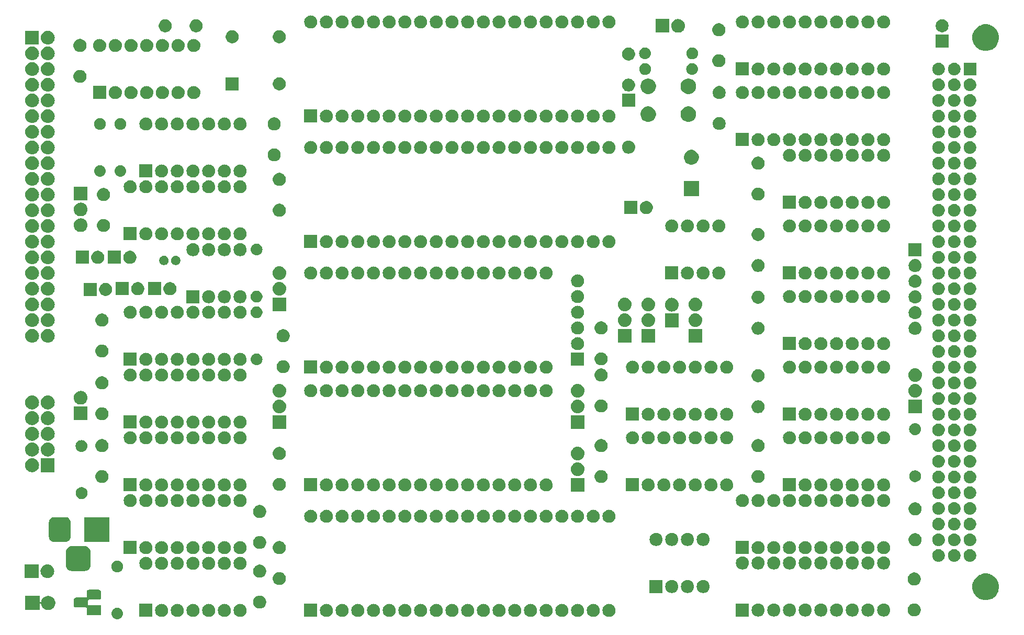
<source format=gts>
G04 #@! TF.GenerationSoftware,KiCad,Pcbnew,(5.0.2)-1*
G04 #@! TF.CreationDate,2019-03-07T22:54:45+08:00*
G04 #@! TF.ProjectId,SBC,5342432e-6b69-4636-9164-5f7063625858,rev?*
G04 #@! TF.SameCoordinates,Original*
G04 #@! TF.FileFunction,Soldermask,Top*
G04 #@! TF.FilePolarity,Negative*
%FSLAX46Y46*%
G04 Gerber Fmt 4.6, Leading zero omitted, Abs format (unit mm)*
G04 Created by KiCad (PCBNEW (5.0.2)-1) date 07/03/2019 22:54:45*
%MOMM*%
%LPD*%
G01*
G04 APERTURE LIST*
%ADD10C,0.150000*%
G04 APERTURE END LIST*
D10*
G36*
X94611515Y-150697804D02*
X94791347Y-150752355D01*
X94957079Y-150840941D01*
X95102343Y-150960157D01*
X95221559Y-151105421D01*
X95310145Y-151271153D01*
X95364696Y-151450985D01*
X95383115Y-151638000D01*
X95364696Y-151825015D01*
X95310145Y-152004847D01*
X95221559Y-152170579D01*
X95102343Y-152315843D01*
X94957079Y-152435059D01*
X94791347Y-152523645D01*
X94611515Y-152578196D01*
X94471360Y-152592000D01*
X94377640Y-152592000D01*
X94237485Y-152578196D01*
X94057653Y-152523645D01*
X93891921Y-152435059D01*
X93746657Y-152315843D01*
X93627441Y-152170579D01*
X93538855Y-152004847D01*
X93484304Y-151825015D01*
X93465885Y-151638000D01*
X93484304Y-151450985D01*
X93538855Y-151271153D01*
X93627441Y-151105421D01*
X93746657Y-150960157D01*
X93891921Y-150840941D01*
X94057653Y-150752355D01*
X94237485Y-150697804D01*
X94377640Y-150684000D01*
X94471360Y-150684000D01*
X94611515Y-150697804D01*
X94611515Y-150697804D01*
G37*
G36*
X143613388Y-150081084D02*
X143716620Y-150091251D01*
X143849073Y-150131430D01*
X143915301Y-150151520D01*
X143979604Y-150185891D01*
X144098404Y-150249391D01*
X144258896Y-150381104D01*
X144390609Y-150541596D01*
X144395500Y-150550747D01*
X144488480Y-150724699D01*
X144496869Y-150752355D01*
X144548749Y-150923380D01*
X144569099Y-151130000D01*
X144548749Y-151336620D01*
X144514057Y-151450983D01*
X144488480Y-151535301D01*
X144436166Y-151633172D01*
X144390609Y-151718404D01*
X144258896Y-151878896D01*
X144098404Y-152010609D01*
X144034100Y-152044980D01*
X143915301Y-152108480D01*
X143849073Y-152128570D01*
X143716620Y-152168749D01*
X143613388Y-152178916D01*
X143561773Y-152184000D01*
X143458227Y-152184000D01*
X143406612Y-152178916D01*
X143303380Y-152168749D01*
X143170927Y-152128570D01*
X143104699Y-152108480D01*
X142985900Y-152044980D01*
X142921596Y-152010609D01*
X142761104Y-151878896D01*
X142629391Y-151718404D01*
X142583834Y-151633172D01*
X142531520Y-151535301D01*
X142505943Y-151450983D01*
X142471251Y-151336620D01*
X142450901Y-151130000D01*
X142471251Y-150923380D01*
X142523131Y-150752355D01*
X142531520Y-150724699D01*
X142624500Y-150550747D01*
X142629391Y-150541596D01*
X142761104Y-150381104D01*
X142921596Y-150249391D01*
X143040396Y-150185891D01*
X143104699Y-150151520D01*
X143170927Y-150131430D01*
X143303380Y-150091251D01*
X143406612Y-150081084D01*
X143458227Y-150076000D01*
X143561773Y-150076000D01*
X143613388Y-150081084D01*
X143613388Y-150081084D01*
G37*
G36*
X101703388Y-150081084D02*
X101806620Y-150091251D01*
X101939073Y-150131430D01*
X102005301Y-150151520D01*
X102069604Y-150185891D01*
X102188404Y-150249391D01*
X102348896Y-150381104D01*
X102480609Y-150541596D01*
X102485500Y-150550747D01*
X102578480Y-150724699D01*
X102586869Y-150752355D01*
X102638749Y-150923380D01*
X102659099Y-151130000D01*
X102638749Y-151336620D01*
X102604057Y-151450983D01*
X102578480Y-151535301D01*
X102526166Y-151633172D01*
X102480609Y-151718404D01*
X102348896Y-151878896D01*
X102188404Y-152010609D01*
X102124100Y-152044980D01*
X102005301Y-152108480D01*
X101939073Y-152128570D01*
X101806620Y-152168749D01*
X101703388Y-152178916D01*
X101651773Y-152184000D01*
X101548227Y-152184000D01*
X101496612Y-152178916D01*
X101393380Y-152168749D01*
X101260927Y-152128570D01*
X101194699Y-152108480D01*
X101075900Y-152044980D01*
X101011596Y-152010609D01*
X100851104Y-151878896D01*
X100719391Y-151718404D01*
X100673834Y-151633172D01*
X100621520Y-151535301D01*
X100595943Y-151450983D01*
X100561251Y-151336620D01*
X100540901Y-151130000D01*
X100561251Y-150923380D01*
X100613131Y-150752355D01*
X100621520Y-150724699D01*
X100714500Y-150550747D01*
X100719391Y-150541596D01*
X100851104Y-150381104D01*
X101011596Y-150249391D01*
X101130396Y-150185891D01*
X101194699Y-150151520D01*
X101260927Y-150131430D01*
X101393380Y-150091251D01*
X101496612Y-150081084D01*
X101548227Y-150076000D01*
X101651773Y-150076000D01*
X101703388Y-150081084D01*
X101703388Y-150081084D01*
G37*
G36*
X104243388Y-150081084D02*
X104346620Y-150091251D01*
X104479073Y-150131430D01*
X104545301Y-150151520D01*
X104609604Y-150185891D01*
X104728404Y-150249391D01*
X104888896Y-150381104D01*
X105020609Y-150541596D01*
X105025500Y-150550747D01*
X105118480Y-150724699D01*
X105126869Y-150752355D01*
X105178749Y-150923380D01*
X105199099Y-151130000D01*
X105178749Y-151336620D01*
X105144057Y-151450983D01*
X105118480Y-151535301D01*
X105066166Y-151633172D01*
X105020609Y-151718404D01*
X104888896Y-151878896D01*
X104728404Y-152010609D01*
X104664100Y-152044980D01*
X104545301Y-152108480D01*
X104479073Y-152128570D01*
X104346620Y-152168749D01*
X104243388Y-152178916D01*
X104191773Y-152184000D01*
X104088227Y-152184000D01*
X104036612Y-152178916D01*
X103933380Y-152168749D01*
X103800927Y-152128570D01*
X103734699Y-152108480D01*
X103615900Y-152044980D01*
X103551596Y-152010609D01*
X103391104Y-151878896D01*
X103259391Y-151718404D01*
X103213834Y-151633172D01*
X103161520Y-151535301D01*
X103135943Y-151450983D01*
X103101251Y-151336620D01*
X103080901Y-151130000D01*
X103101251Y-150923380D01*
X103153131Y-150752355D01*
X103161520Y-150724699D01*
X103254500Y-150550747D01*
X103259391Y-150541596D01*
X103391104Y-150381104D01*
X103551596Y-150249391D01*
X103670396Y-150185891D01*
X103734699Y-150151520D01*
X103800927Y-150131430D01*
X103933380Y-150091251D01*
X104036612Y-150081084D01*
X104088227Y-150076000D01*
X104191773Y-150076000D01*
X104243388Y-150081084D01*
X104243388Y-150081084D01*
G37*
G36*
X106783388Y-150081084D02*
X106886620Y-150091251D01*
X107019073Y-150131430D01*
X107085301Y-150151520D01*
X107149604Y-150185891D01*
X107268404Y-150249391D01*
X107428896Y-150381104D01*
X107560609Y-150541596D01*
X107565500Y-150550747D01*
X107658480Y-150724699D01*
X107666869Y-150752355D01*
X107718749Y-150923380D01*
X107739099Y-151130000D01*
X107718749Y-151336620D01*
X107684057Y-151450983D01*
X107658480Y-151535301D01*
X107606166Y-151633172D01*
X107560609Y-151718404D01*
X107428896Y-151878896D01*
X107268404Y-152010609D01*
X107204100Y-152044980D01*
X107085301Y-152108480D01*
X107019073Y-152128570D01*
X106886620Y-152168749D01*
X106783388Y-152178916D01*
X106731773Y-152184000D01*
X106628227Y-152184000D01*
X106576612Y-152178916D01*
X106473380Y-152168749D01*
X106340927Y-152128570D01*
X106274699Y-152108480D01*
X106155900Y-152044980D01*
X106091596Y-152010609D01*
X105931104Y-151878896D01*
X105799391Y-151718404D01*
X105753834Y-151633172D01*
X105701520Y-151535301D01*
X105675943Y-151450983D01*
X105641251Y-151336620D01*
X105620901Y-151130000D01*
X105641251Y-150923380D01*
X105693131Y-150752355D01*
X105701520Y-150724699D01*
X105794500Y-150550747D01*
X105799391Y-150541596D01*
X105931104Y-150381104D01*
X106091596Y-150249391D01*
X106210396Y-150185891D01*
X106274699Y-150151520D01*
X106340927Y-150131430D01*
X106473380Y-150091251D01*
X106576612Y-150081084D01*
X106628227Y-150076000D01*
X106731773Y-150076000D01*
X106783388Y-150081084D01*
X106783388Y-150081084D01*
G37*
G36*
X109323388Y-150081084D02*
X109426620Y-150091251D01*
X109559073Y-150131430D01*
X109625301Y-150151520D01*
X109689604Y-150185891D01*
X109808404Y-150249391D01*
X109968896Y-150381104D01*
X110100609Y-150541596D01*
X110105500Y-150550747D01*
X110198480Y-150724699D01*
X110206869Y-150752355D01*
X110258749Y-150923380D01*
X110279099Y-151130000D01*
X110258749Y-151336620D01*
X110224057Y-151450983D01*
X110198480Y-151535301D01*
X110146166Y-151633172D01*
X110100609Y-151718404D01*
X109968896Y-151878896D01*
X109808404Y-152010609D01*
X109744100Y-152044980D01*
X109625301Y-152108480D01*
X109559073Y-152128570D01*
X109426620Y-152168749D01*
X109323388Y-152178916D01*
X109271773Y-152184000D01*
X109168227Y-152184000D01*
X109116612Y-152178916D01*
X109013380Y-152168749D01*
X108880927Y-152128570D01*
X108814699Y-152108480D01*
X108695900Y-152044980D01*
X108631596Y-152010609D01*
X108471104Y-151878896D01*
X108339391Y-151718404D01*
X108293834Y-151633172D01*
X108241520Y-151535301D01*
X108215943Y-151450983D01*
X108181251Y-151336620D01*
X108160901Y-151130000D01*
X108181251Y-150923380D01*
X108233131Y-150752355D01*
X108241520Y-150724699D01*
X108334500Y-150550747D01*
X108339391Y-150541596D01*
X108471104Y-150381104D01*
X108631596Y-150249391D01*
X108750396Y-150185891D01*
X108814699Y-150151520D01*
X108880927Y-150131430D01*
X109013380Y-150091251D01*
X109116612Y-150081084D01*
X109168227Y-150076000D01*
X109271773Y-150076000D01*
X109323388Y-150081084D01*
X109323388Y-150081084D01*
G37*
G36*
X111863388Y-150081084D02*
X111966620Y-150091251D01*
X112099073Y-150131430D01*
X112165301Y-150151520D01*
X112229604Y-150185891D01*
X112348404Y-150249391D01*
X112508896Y-150381104D01*
X112640609Y-150541596D01*
X112645500Y-150550747D01*
X112738480Y-150724699D01*
X112746869Y-150752355D01*
X112798749Y-150923380D01*
X112819099Y-151130000D01*
X112798749Y-151336620D01*
X112764057Y-151450983D01*
X112738480Y-151535301D01*
X112686166Y-151633172D01*
X112640609Y-151718404D01*
X112508896Y-151878896D01*
X112348404Y-152010609D01*
X112284100Y-152044980D01*
X112165301Y-152108480D01*
X112099073Y-152128570D01*
X111966620Y-152168749D01*
X111863388Y-152178916D01*
X111811773Y-152184000D01*
X111708227Y-152184000D01*
X111656612Y-152178916D01*
X111553380Y-152168749D01*
X111420927Y-152128570D01*
X111354699Y-152108480D01*
X111235900Y-152044980D01*
X111171596Y-152010609D01*
X111011104Y-151878896D01*
X110879391Y-151718404D01*
X110833834Y-151633172D01*
X110781520Y-151535301D01*
X110755943Y-151450983D01*
X110721251Y-151336620D01*
X110700901Y-151130000D01*
X110721251Y-150923380D01*
X110773131Y-150752355D01*
X110781520Y-150724699D01*
X110874500Y-150550747D01*
X110879391Y-150541596D01*
X111011104Y-150381104D01*
X111171596Y-150249391D01*
X111290396Y-150185891D01*
X111354699Y-150151520D01*
X111420927Y-150131430D01*
X111553380Y-150091251D01*
X111656612Y-150081084D01*
X111708227Y-150076000D01*
X111811773Y-150076000D01*
X111863388Y-150081084D01*
X111863388Y-150081084D01*
G37*
G36*
X114403388Y-150081084D02*
X114506620Y-150091251D01*
X114639073Y-150131430D01*
X114705301Y-150151520D01*
X114769604Y-150185891D01*
X114888404Y-150249391D01*
X115048896Y-150381104D01*
X115180609Y-150541596D01*
X115185500Y-150550747D01*
X115278480Y-150724699D01*
X115286869Y-150752355D01*
X115338749Y-150923380D01*
X115359099Y-151130000D01*
X115338749Y-151336620D01*
X115304057Y-151450983D01*
X115278480Y-151535301D01*
X115226166Y-151633172D01*
X115180609Y-151718404D01*
X115048896Y-151878896D01*
X114888404Y-152010609D01*
X114824100Y-152044980D01*
X114705301Y-152108480D01*
X114639073Y-152128570D01*
X114506620Y-152168749D01*
X114403388Y-152178916D01*
X114351773Y-152184000D01*
X114248227Y-152184000D01*
X114196612Y-152178916D01*
X114093380Y-152168749D01*
X113960927Y-152128570D01*
X113894699Y-152108480D01*
X113775900Y-152044980D01*
X113711596Y-152010609D01*
X113551104Y-151878896D01*
X113419391Y-151718404D01*
X113373834Y-151633172D01*
X113321520Y-151535301D01*
X113295943Y-151450983D01*
X113261251Y-151336620D01*
X113240901Y-151130000D01*
X113261251Y-150923380D01*
X113313131Y-150752355D01*
X113321520Y-150724699D01*
X113414500Y-150550747D01*
X113419391Y-150541596D01*
X113551104Y-150381104D01*
X113711596Y-150249391D01*
X113830396Y-150185891D01*
X113894699Y-150151520D01*
X113960927Y-150131430D01*
X114093380Y-150091251D01*
X114196612Y-150081084D01*
X114248227Y-150076000D01*
X114351773Y-150076000D01*
X114403388Y-150081084D01*
X114403388Y-150081084D01*
G37*
G36*
X126784000Y-152184000D02*
X124676000Y-152184000D01*
X124676000Y-150076000D01*
X126784000Y-150076000D01*
X126784000Y-152184000D01*
X126784000Y-152184000D01*
G37*
G36*
X128373388Y-150081084D02*
X128476620Y-150091251D01*
X128609073Y-150131430D01*
X128675301Y-150151520D01*
X128739604Y-150185891D01*
X128858404Y-150249391D01*
X129018896Y-150381104D01*
X129150609Y-150541596D01*
X129155500Y-150550747D01*
X129248480Y-150724699D01*
X129256869Y-150752355D01*
X129308749Y-150923380D01*
X129329099Y-151130000D01*
X129308749Y-151336620D01*
X129274057Y-151450983D01*
X129248480Y-151535301D01*
X129196166Y-151633172D01*
X129150609Y-151718404D01*
X129018896Y-151878896D01*
X128858404Y-152010609D01*
X128794100Y-152044980D01*
X128675301Y-152108480D01*
X128609073Y-152128570D01*
X128476620Y-152168749D01*
X128373388Y-152178916D01*
X128321773Y-152184000D01*
X128218227Y-152184000D01*
X128166612Y-152178916D01*
X128063380Y-152168749D01*
X127930927Y-152128570D01*
X127864699Y-152108480D01*
X127745900Y-152044980D01*
X127681596Y-152010609D01*
X127521104Y-151878896D01*
X127389391Y-151718404D01*
X127343834Y-151633172D01*
X127291520Y-151535301D01*
X127265943Y-151450983D01*
X127231251Y-151336620D01*
X127210901Y-151130000D01*
X127231251Y-150923380D01*
X127283131Y-150752355D01*
X127291520Y-150724699D01*
X127384500Y-150550747D01*
X127389391Y-150541596D01*
X127521104Y-150381104D01*
X127681596Y-150249391D01*
X127800396Y-150185891D01*
X127864699Y-150151520D01*
X127930927Y-150131430D01*
X128063380Y-150091251D01*
X128166612Y-150081084D01*
X128218227Y-150076000D01*
X128321773Y-150076000D01*
X128373388Y-150081084D01*
X128373388Y-150081084D01*
G37*
G36*
X130913388Y-150081084D02*
X131016620Y-150091251D01*
X131149073Y-150131430D01*
X131215301Y-150151520D01*
X131279604Y-150185891D01*
X131398404Y-150249391D01*
X131558896Y-150381104D01*
X131690609Y-150541596D01*
X131695500Y-150550747D01*
X131788480Y-150724699D01*
X131796869Y-150752355D01*
X131848749Y-150923380D01*
X131869099Y-151130000D01*
X131848749Y-151336620D01*
X131814057Y-151450983D01*
X131788480Y-151535301D01*
X131736166Y-151633172D01*
X131690609Y-151718404D01*
X131558896Y-151878896D01*
X131398404Y-152010609D01*
X131334100Y-152044980D01*
X131215301Y-152108480D01*
X131149073Y-152128570D01*
X131016620Y-152168749D01*
X130913388Y-152178916D01*
X130861773Y-152184000D01*
X130758227Y-152184000D01*
X130706612Y-152178916D01*
X130603380Y-152168749D01*
X130470927Y-152128570D01*
X130404699Y-152108480D01*
X130285900Y-152044980D01*
X130221596Y-152010609D01*
X130061104Y-151878896D01*
X129929391Y-151718404D01*
X129883834Y-151633172D01*
X129831520Y-151535301D01*
X129805943Y-151450983D01*
X129771251Y-151336620D01*
X129750901Y-151130000D01*
X129771251Y-150923380D01*
X129823131Y-150752355D01*
X129831520Y-150724699D01*
X129924500Y-150550747D01*
X129929391Y-150541596D01*
X130061104Y-150381104D01*
X130221596Y-150249391D01*
X130340396Y-150185891D01*
X130404699Y-150151520D01*
X130470927Y-150131430D01*
X130603380Y-150091251D01*
X130706612Y-150081084D01*
X130758227Y-150076000D01*
X130861773Y-150076000D01*
X130913388Y-150081084D01*
X130913388Y-150081084D01*
G37*
G36*
X133453388Y-150081084D02*
X133556620Y-150091251D01*
X133689073Y-150131430D01*
X133755301Y-150151520D01*
X133819604Y-150185891D01*
X133938404Y-150249391D01*
X134098896Y-150381104D01*
X134230609Y-150541596D01*
X134235500Y-150550747D01*
X134328480Y-150724699D01*
X134336869Y-150752355D01*
X134388749Y-150923380D01*
X134409099Y-151130000D01*
X134388749Y-151336620D01*
X134354057Y-151450983D01*
X134328480Y-151535301D01*
X134276166Y-151633172D01*
X134230609Y-151718404D01*
X134098896Y-151878896D01*
X133938404Y-152010609D01*
X133874100Y-152044980D01*
X133755301Y-152108480D01*
X133689073Y-152128570D01*
X133556620Y-152168749D01*
X133453388Y-152178916D01*
X133401773Y-152184000D01*
X133298227Y-152184000D01*
X133246612Y-152178916D01*
X133143380Y-152168749D01*
X133010927Y-152128570D01*
X132944699Y-152108480D01*
X132825900Y-152044980D01*
X132761596Y-152010609D01*
X132601104Y-151878896D01*
X132469391Y-151718404D01*
X132423834Y-151633172D01*
X132371520Y-151535301D01*
X132345943Y-151450983D01*
X132311251Y-151336620D01*
X132290901Y-151130000D01*
X132311251Y-150923380D01*
X132363131Y-150752355D01*
X132371520Y-150724699D01*
X132464500Y-150550747D01*
X132469391Y-150541596D01*
X132601104Y-150381104D01*
X132761596Y-150249391D01*
X132880396Y-150185891D01*
X132944699Y-150151520D01*
X133010927Y-150131430D01*
X133143380Y-150091251D01*
X133246612Y-150081084D01*
X133298227Y-150076000D01*
X133401773Y-150076000D01*
X133453388Y-150081084D01*
X133453388Y-150081084D01*
G37*
G36*
X135993388Y-150081084D02*
X136096620Y-150091251D01*
X136229073Y-150131430D01*
X136295301Y-150151520D01*
X136359604Y-150185891D01*
X136478404Y-150249391D01*
X136638896Y-150381104D01*
X136770609Y-150541596D01*
X136775500Y-150550747D01*
X136868480Y-150724699D01*
X136876869Y-150752355D01*
X136928749Y-150923380D01*
X136949099Y-151130000D01*
X136928749Y-151336620D01*
X136894057Y-151450983D01*
X136868480Y-151535301D01*
X136816166Y-151633172D01*
X136770609Y-151718404D01*
X136638896Y-151878896D01*
X136478404Y-152010609D01*
X136414100Y-152044980D01*
X136295301Y-152108480D01*
X136229073Y-152128570D01*
X136096620Y-152168749D01*
X135993388Y-152178916D01*
X135941773Y-152184000D01*
X135838227Y-152184000D01*
X135786612Y-152178916D01*
X135683380Y-152168749D01*
X135550927Y-152128570D01*
X135484699Y-152108480D01*
X135365900Y-152044980D01*
X135301596Y-152010609D01*
X135141104Y-151878896D01*
X135009391Y-151718404D01*
X134963834Y-151633172D01*
X134911520Y-151535301D01*
X134885943Y-151450983D01*
X134851251Y-151336620D01*
X134830901Y-151130000D01*
X134851251Y-150923380D01*
X134903131Y-150752355D01*
X134911520Y-150724699D01*
X135004500Y-150550747D01*
X135009391Y-150541596D01*
X135141104Y-150381104D01*
X135301596Y-150249391D01*
X135420396Y-150185891D01*
X135484699Y-150151520D01*
X135550927Y-150131430D01*
X135683380Y-150091251D01*
X135786612Y-150081084D01*
X135838227Y-150076000D01*
X135941773Y-150076000D01*
X135993388Y-150081084D01*
X135993388Y-150081084D01*
G37*
G36*
X138533388Y-150081084D02*
X138636620Y-150091251D01*
X138769073Y-150131430D01*
X138835301Y-150151520D01*
X138899604Y-150185891D01*
X139018404Y-150249391D01*
X139178896Y-150381104D01*
X139310609Y-150541596D01*
X139315500Y-150550747D01*
X139408480Y-150724699D01*
X139416869Y-150752355D01*
X139468749Y-150923380D01*
X139489099Y-151130000D01*
X139468749Y-151336620D01*
X139434057Y-151450983D01*
X139408480Y-151535301D01*
X139356166Y-151633172D01*
X139310609Y-151718404D01*
X139178896Y-151878896D01*
X139018404Y-152010609D01*
X138954100Y-152044980D01*
X138835301Y-152108480D01*
X138769073Y-152128570D01*
X138636620Y-152168749D01*
X138533388Y-152178916D01*
X138481773Y-152184000D01*
X138378227Y-152184000D01*
X138326612Y-152178916D01*
X138223380Y-152168749D01*
X138090927Y-152128570D01*
X138024699Y-152108480D01*
X137905900Y-152044980D01*
X137841596Y-152010609D01*
X137681104Y-151878896D01*
X137549391Y-151718404D01*
X137503834Y-151633172D01*
X137451520Y-151535301D01*
X137425943Y-151450983D01*
X137391251Y-151336620D01*
X137370901Y-151130000D01*
X137391251Y-150923380D01*
X137443131Y-150752355D01*
X137451520Y-150724699D01*
X137544500Y-150550747D01*
X137549391Y-150541596D01*
X137681104Y-150381104D01*
X137841596Y-150249391D01*
X137960396Y-150185891D01*
X138024699Y-150151520D01*
X138090927Y-150131430D01*
X138223380Y-150091251D01*
X138326612Y-150081084D01*
X138378227Y-150076000D01*
X138481773Y-150076000D01*
X138533388Y-150081084D01*
X138533388Y-150081084D01*
G37*
G36*
X141073388Y-150081084D02*
X141176620Y-150091251D01*
X141309073Y-150131430D01*
X141375301Y-150151520D01*
X141439604Y-150185891D01*
X141558404Y-150249391D01*
X141718896Y-150381104D01*
X141850609Y-150541596D01*
X141855500Y-150550747D01*
X141948480Y-150724699D01*
X141956869Y-150752355D01*
X142008749Y-150923380D01*
X142029099Y-151130000D01*
X142008749Y-151336620D01*
X141974057Y-151450983D01*
X141948480Y-151535301D01*
X141896166Y-151633172D01*
X141850609Y-151718404D01*
X141718896Y-151878896D01*
X141558404Y-152010609D01*
X141494100Y-152044980D01*
X141375301Y-152108480D01*
X141309073Y-152128570D01*
X141176620Y-152168749D01*
X141073388Y-152178916D01*
X141021773Y-152184000D01*
X140918227Y-152184000D01*
X140866612Y-152178916D01*
X140763380Y-152168749D01*
X140630927Y-152128570D01*
X140564699Y-152108480D01*
X140445900Y-152044980D01*
X140381596Y-152010609D01*
X140221104Y-151878896D01*
X140089391Y-151718404D01*
X140043834Y-151633172D01*
X139991520Y-151535301D01*
X139965943Y-151450983D01*
X139931251Y-151336620D01*
X139910901Y-151130000D01*
X139931251Y-150923380D01*
X139983131Y-150752355D01*
X139991520Y-150724699D01*
X140084500Y-150550747D01*
X140089391Y-150541596D01*
X140221104Y-150381104D01*
X140381596Y-150249391D01*
X140500396Y-150185891D01*
X140564699Y-150151520D01*
X140630927Y-150131430D01*
X140763380Y-150091251D01*
X140866612Y-150081084D01*
X140918227Y-150076000D01*
X141021773Y-150076000D01*
X141073388Y-150081084D01*
X141073388Y-150081084D01*
G37*
G36*
X146153388Y-150081084D02*
X146256620Y-150091251D01*
X146389073Y-150131430D01*
X146455301Y-150151520D01*
X146519604Y-150185891D01*
X146638404Y-150249391D01*
X146798896Y-150381104D01*
X146930609Y-150541596D01*
X146935500Y-150550747D01*
X147028480Y-150724699D01*
X147036869Y-150752355D01*
X147088749Y-150923380D01*
X147109099Y-151130000D01*
X147088749Y-151336620D01*
X147054057Y-151450983D01*
X147028480Y-151535301D01*
X146976166Y-151633172D01*
X146930609Y-151718404D01*
X146798896Y-151878896D01*
X146638404Y-152010609D01*
X146574100Y-152044980D01*
X146455301Y-152108480D01*
X146389073Y-152128570D01*
X146256620Y-152168749D01*
X146153388Y-152178916D01*
X146101773Y-152184000D01*
X145998227Y-152184000D01*
X145946612Y-152178916D01*
X145843380Y-152168749D01*
X145710927Y-152128570D01*
X145644699Y-152108480D01*
X145525900Y-152044980D01*
X145461596Y-152010609D01*
X145301104Y-151878896D01*
X145169391Y-151718404D01*
X145123834Y-151633172D01*
X145071520Y-151535301D01*
X145045943Y-151450983D01*
X145011251Y-151336620D01*
X144990901Y-151130000D01*
X145011251Y-150923380D01*
X145063131Y-150752355D01*
X145071520Y-150724699D01*
X145164500Y-150550747D01*
X145169391Y-150541596D01*
X145301104Y-150381104D01*
X145461596Y-150249391D01*
X145580396Y-150185891D01*
X145644699Y-150151520D01*
X145710927Y-150131430D01*
X145843380Y-150091251D01*
X145946612Y-150081084D01*
X145998227Y-150076000D01*
X146101773Y-150076000D01*
X146153388Y-150081084D01*
X146153388Y-150081084D01*
G37*
G36*
X100114000Y-152184000D02*
X98006000Y-152184000D01*
X98006000Y-150076000D01*
X100114000Y-150076000D01*
X100114000Y-152184000D01*
X100114000Y-152184000D01*
G37*
G36*
X174093388Y-150081084D02*
X174196620Y-150091251D01*
X174329073Y-150131430D01*
X174395301Y-150151520D01*
X174459604Y-150185891D01*
X174578404Y-150249391D01*
X174738896Y-150381104D01*
X174870609Y-150541596D01*
X174875500Y-150550747D01*
X174968480Y-150724699D01*
X174976869Y-150752355D01*
X175028749Y-150923380D01*
X175049099Y-151130000D01*
X175028749Y-151336620D01*
X174994057Y-151450983D01*
X174968480Y-151535301D01*
X174916166Y-151633172D01*
X174870609Y-151718404D01*
X174738896Y-151878896D01*
X174578404Y-152010609D01*
X174514100Y-152044980D01*
X174395301Y-152108480D01*
X174329073Y-152128570D01*
X174196620Y-152168749D01*
X174093388Y-152178916D01*
X174041773Y-152184000D01*
X173938227Y-152184000D01*
X173886612Y-152178916D01*
X173783380Y-152168749D01*
X173650927Y-152128570D01*
X173584699Y-152108480D01*
X173465900Y-152044980D01*
X173401596Y-152010609D01*
X173241104Y-151878896D01*
X173109391Y-151718404D01*
X173063834Y-151633172D01*
X173011520Y-151535301D01*
X172985943Y-151450983D01*
X172951251Y-151336620D01*
X172930901Y-151130000D01*
X172951251Y-150923380D01*
X173003131Y-150752355D01*
X173011520Y-150724699D01*
X173104500Y-150550747D01*
X173109391Y-150541596D01*
X173241104Y-150381104D01*
X173401596Y-150249391D01*
X173520396Y-150185891D01*
X173584699Y-150151520D01*
X173650927Y-150131430D01*
X173783380Y-150091251D01*
X173886612Y-150081084D01*
X173938227Y-150076000D01*
X174041773Y-150076000D01*
X174093388Y-150081084D01*
X174093388Y-150081084D01*
G37*
G36*
X171553388Y-150081084D02*
X171656620Y-150091251D01*
X171789073Y-150131430D01*
X171855301Y-150151520D01*
X171919604Y-150185891D01*
X172038404Y-150249391D01*
X172198896Y-150381104D01*
X172330609Y-150541596D01*
X172335500Y-150550747D01*
X172428480Y-150724699D01*
X172436869Y-150752355D01*
X172488749Y-150923380D01*
X172509099Y-151130000D01*
X172488749Y-151336620D01*
X172454057Y-151450983D01*
X172428480Y-151535301D01*
X172376166Y-151633172D01*
X172330609Y-151718404D01*
X172198896Y-151878896D01*
X172038404Y-152010609D01*
X171974100Y-152044980D01*
X171855301Y-152108480D01*
X171789073Y-152128570D01*
X171656620Y-152168749D01*
X171553388Y-152178916D01*
X171501773Y-152184000D01*
X171398227Y-152184000D01*
X171346612Y-152178916D01*
X171243380Y-152168749D01*
X171110927Y-152128570D01*
X171044699Y-152108480D01*
X170925900Y-152044980D01*
X170861596Y-152010609D01*
X170701104Y-151878896D01*
X170569391Y-151718404D01*
X170523834Y-151633172D01*
X170471520Y-151535301D01*
X170445943Y-151450983D01*
X170411251Y-151336620D01*
X170390901Y-151130000D01*
X170411251Y-150923380D01*
X170463131Y-150752355D01*
X170471520Y-150724699D01*
X170564500Y-150550747D01*
X170569391Y-150541596D01*
X170701104Y-150381104D01*
X170861596Y-150249391D01*
X170980396Y-150185891D01*
X171044699Y-150151520D01*
X171110927Y-150131430D01*
X171243380Y-150091251D01*
X171346612Y-150081084D01*
X171398227Y-150076000D01*
X171501773Y-150076000D01*
X171553388Y-150081084D01*
X171553388Y-150081084D01*
G37*
G36*
X169013388Y-150081084D02*
X169116620Y-150091251D01*
X169249073Y-150131430D01*
X169315301Y-150151520D01*
X169379604Y-150185891D01*
X169498404Y-150249391D01*
X169658896Y-150381104D01*
X169790609Y-150541596D01*
X169795500Y-150550747D01*
X169888480Y-150724699D01*
X169896869Y-150752355D01*
X169948749Y-150923380D01*
X169969099Y-151130000D01*
X169948749Y-151336620D01*
X169914057Y-151450983D01*
X169888480Y-151535301D01*
X169836166Y-151633172D01*
X169790609Y-151718404D01*
X169658896Y-151878896D01*
X169498404Y-152010609D01*
X169434100Y-152044980D01*
X169315301Y-152108480D01*
X169249073Y-152128570D01*
X169116620Y-152168749D01*
X169013388Y-152178916D01*
X168961773Y-152184000D01*
X168858227Y-152184000D01*
X168806612Y-152178916D01*
X168703380Y-152168749D01*
X168570927Y-152128570D01*
X168504699Y-152108480D01*
X168385900Y-152044980D01*
X168321596Y-152010609D01*
X168161104Y-151878896D01*
X168029391Y-151718404D01*
X167983834Y-151633172D01*
X167931520Y-151535301D01*
X167905943Y-151450983D01*
X167871251Y-151336620D01*
X167850901Y-151130000D01*
X167871251Y-150923380D01*
X167923131Y-150752355D01*
X167931520Y-150724699D01*
X168024500Y-150550747D01*
X168029391Y-150541596D01*
X168161104Y-150381104D01*
X168321596Y-150249391D01*
X168440396Y-150185891D01*
X168504699Y-150151520D01*
X168570927Y-150131430D01*
X168703380Y-150091251D01*
X168806612Y-150081084D01*
X168858227Y-150076000D01*
X168961773Y-150076000D01*
X169013388Y-150081084D01*
X169013388Y-150081084D01*
G37*
G36*
X166473388Y-150081084D02*
X166576620Y-150091251D01*
X166709073Y-150131430D01*
X166775301Y-150151520D01*
X166839604Y-150185891D01*
X166958404Y-150249391D01*
X167118896Y-150381104D01*
X167250609Y-150541596D01*
X167255500Y-150550747D01*
X167348480Y-150724699D01*
X167356869Y-150752355D01*
X167408749Y-150923380D01*
X167429099Y-151130000D01*
X167408749Y-151336620D01*
X167374057Y-151450983D01*
X167348480Y-151535301D01*
X167296166Y-151633172D01*
X167250609Y-151718404D01*
X167118896Y-151878896D01*
X166958404Y-152010609D01*
X166894100Y-152044980D01*
X166775301Y-152108480D01*
X166709073Y-152128570D01*
X166576620Y-152168749D01*
X166473388Y-152178916D01*
X166421773Y-152184000D01*
X166318227Y-152184000D01*
X166266612Y-152178916D01*
X166163380Y-152168749D01*
X166030927Y-152128570D01*
X165964699Y-152108480D01*
X165845900Y-152044980D01*
X165781596Y-152010609D01*
X165621104Y-151878896D01*
X165489391Y-151718404D01*
X165443834Y-151633172D01*
X165391520Y-151535301D01*
X165365943Y-151450983D01*
X165331251Y-151336620D01*
X165310901Y-151130000D01*
X165331251Y-150923380D01*
X165383131Y-150752355D01*
X165391520Y-150724699D01*
X165484500Y-150550747D01*
X165489391Y-150541596D01*
X165621104Y-150381104D01*
X165781596Y-150249391D01*
X165900396Y-150185891D01*
X165964699Y-150151520D01*
X166030927Y-150131430D01*
X166163380Y-150091251D01*
X166266612Y-150081084D01*
X166318227Y-150076000D01*
X166421773Y-150076000D01*
X166473388Y-150081084D01*
X166473388Y-150081084D01*
G37*
G36*
X163933388Y-150081084D02*
X164036620Y-150091251D01*
X164169073Y-150131430D01*
X164235301Y-150151520D01*
X164299604Y-150185891D01*
X164418404Y-150249391D01*
X164578896Y-150381104D01*
X164710609Y-150541596D01*
X164715500Y-150550747D01*
X164808480Y-150724699D01*
X164816869Y-150752355D01*
X164868749Y-150923380D01*
X164889099Y-151130000D01*
X164868749Y-151336620D01*
X164834057Y-151450983D01*
X164808480Y-151535301D01*
X164756166Y-151633172D01*
X164710609Y-151718404D01*
X164578896Y-151878896D01*
X164418404Y-152010609D01*
X164354100Y-152044980D01*
X164235301Y-152108480D01*
X164169073Y-152128570D01*
X164036620Y-152168749D01*
X163933388Y-152178916D01*
X163881773Y-152184000D01*
X163778227Y-152184000D01*
X163726612Y-152178916D01*
X163623380Y-152168749D01*
X163490927Y-152128570D01*
X163424699Y-152108480D01*
X163305900Y-152044980D01*
X163241596Y-152010609D01*
X163081104Y-151878896D01*
X162949391Y-151718404D01*
X162903834Y-151633172D01*
X162851520Y-151535301D01*
X162825943Y-151450983D01*
X162791251Y-151336620D01*
X162770901Y-151130000D01*
X162791251Y-150923380D01*
X162843131Y-150752355D01*
X162851520Y-150724699D01*
X162944500Y-150550747D01*
X162949391Y-150541596D01*
X163081104Y-150381104D01*
X163241596Y-150249391D01*
X163360396Y-150185891D01*
X163424699Y-150151520D01*
X163490927Y-150131430D01*
X163623380Y-150091251D01*
X163726612Y-150081084D01*
X163778227Y-150076000D01*
X163881773Y-150076000D01*
X163933388Y-150081084D01*
X163933388Y-150081084D01*
G37*
G36*
X158853388Y-150081084D02*
X158956620Y-150091251D01*
X159089073Y-150131430D01*
X159155301Y-150151520D01*
X159219604Y-150185891D01*
X159338404Y-150249391D01*
X159498896Y-150381104D01*
X159630609Y-150541596D01*
X159635500Y-150550747D01*
X159728480Y-150724699D01*
X159736869Y-150752355D01*
X159788749Y-150923380D01*
X159809099Y-151130000D01*
X159788749Y-151336620D01*
X159754057Y-151450983D01*
X159728480Y-151535301D01*
X159676166Y-151633172D01*
X159630609Y-151718404D01*
X159498896Y-151878896D01*
X159338404Y-152010609D01*
X159274100Y-152044980D01*
X159155301Y-152108480D01*
X159089073Y-152128570D01*
X158956620Y-152168749D01*
X158853388Y-152178916D01*
X158801773Y-152184000D01*
X158698227Y-152184000D01*
X158646612Y-152178916D01*
X158543380Y-152168749D01*
X158410927Y-152128570D01*
X158344699Y-152108480D01*
X158225900Y-152044980D01*
X158161596Y-152010609D01*
X158001104Y-151878896D01*
X157869391Y-151718404D01*
X157823834Y-151633172D01*
X157771520Y-151535301D01*
X157745943Y-151450983D01*
X157711251Y-151336620D01*
X157690901Y-151130000D01*
X157711251Y-150923380D01*
X157763131Y-150752355D01*
X157771520Y-150724699D01*
X157864500Y-150550747D01*
X157869391Y-150541596D01*
X158001104Y-150381104D01*
X158161596Y-150249391D01*
X158280396Y-150185891D01*
X158344699Y-150151520D01*
X158410927Y-150131430D01*
X158543380Y-150091251D01*
X158646612Y-150081084D01*
X158698227Y-150076000D01*
X158801773Y-150076000D01*
X158853388Y-150081084D01*
X158853388Y-150081084D01*
G37*
G36*
X156313388Y-150081084D02*
X156416620Y-150091251D01*
X156549073Y-150131430D01*
X156615301Y-150151520D01*
X156679604Y-150185891D01*
X156798404Y-150249391D01*
X156958896Y-150381104D01*
X157090609Y-150541596D01*
X157095500Y-150550747D01*
X157188480Y-150724699D01*
X157196869Y-150752355D01*
X157248749Y-150923380D01*
X157269099Y-151130000D01*
X157248749Y-151336620D01*
X157214057Y-151450983D01*
X157188480Y-151535301D01*
X157136166Y-151633172D01*
X157090609Y-151718404D01*
X156958896Y-151878896D01*
X156798404Y-152010609D01*
X156734100Y-152044980D01*
X156615301Y-152108480D01*
X156549073Y-152128570D01*
X156416620Y-152168749D01*
X156313388Y-152178916D01*
X156261773Y-152184000D01*
X156158227Y-152184000D01*
X156106612Y-152178916D01*
X156003380Y-152168749D01*
X155870927Y-152128570D01*
X155804699Y-152108480D01*
X155685900Y-152044980D01*
X155621596Y-152010609D01*
X155461104Y-151878896D01*
X155329391Y-151718404D01*
X155283834Y-151633172D01*
X155231520Y-151535301D01*
X155205943Y-151450983D01*
X155171251Y-151336620D01*
X155150901Y-151130000D01*
X155171251Y-150923380D01*
X155223131Y-150752355D01*
X155231520Y-150724699D01*
X155324500Y-150550747D01*
X155329391Y-150541596D01*
X155461104Y-150381104D01*
X155621596Y-150249391D01*
X155740396Y-150185891D01*
X155804699Y-150151520D01*
X155870927Y-150131430D01*
X156003380Y-150091251D01*
X156106612Y-150081084D01*
X156158227Y-150076000D01*
X156261773Y-150076000D01*
X156313388Y-150081084D01*
X156313388Y-150081084D01*
G37*
G36*
X153773388Y-150081084D02*
X153876620Y-150091251D01*
X154009073Y-150131430D01*
X154075301Y-150151520D01*
X154139604Y-150185891D01*
X154258404Y-150249391D01*
X154418896Y-150381104D01*
X154550609Y-150541596D01*
X154555500Y-150550747D01*
X154648480Y-150724699D01*
X154656869Y-150752355D01*
X154708749Y-150923380D01*
X154729099Y-151130000D01*
X154708749Y-151336620D01*
X154674057Y-151450983D01*
X154648480Y-151535301D01*
X154596166Y-151633172D01*
X154550609Y-151718404D01*
X154418896Y-151878896D01*
X154258404Y-152010609D01*
X154194100Y-152044980D01*
X154075301Y-152108480D01*
X154009073Y-152128570D01*
X153876620Y-152168749D01*
X153773388Y-152178916D01*
X153721773Y-152184000D01*
X153618227Y-152184000D01*
X153566612Y-152178916D01*
X153463380Y-152168749D01*
X153330927Y-152128570D01*
X153264699Y-152108480D01*
X153145900Y-152044980D01*
X153081596Y-152010609D01*
X152921104Y-151878896D01*
X152789391Y-151718404D01*
X152743834Y-151633172D01*
X152691520Y-151535301D01*
X152665943Y-151450983D01*
X152631251Y-151336620D01*
X152610901Y-151130000D01*
X152631251Y-150923380D01*
X152683131Y-150752355D01*
X152691520Y-150724699D01*
X152784500Y-150550747D01*
X152789391Y-150541596D01*
X152921104Y-150381104D01*
X153081596Y-150249391D01*
X153200396Y-150185891D01*
X153264699Y-150151520D01*
X153330927Y-150131430D01*
X153463380Y-150091251D01*
X153566612Y-150081084D01*
X153618227Y-150076000D01*
X153721773Y-150076000D01*
X153773388Y-150081084D01*
X153773388Y-150081084D01*
G37*
G36*
X151233388Y-150081084D02*
X151336620Y-150091251D01*
X151469073Y-150131430D01*
X151535301Y-150151520D01*
X151599604Y-150185891D01*
X151718404Y-150249391D01*
X151878896Y-150381104D01*
X152010609Y-150541596D01*
X152015500Y-150550747D01*
X152108480Y-150724699D01*
X152116869Y-150752355D01*
X152168749Y-150923380D01*
X152189099Y-151130000D01*
X152168749Y-151336620D01*
X152134057Y-151450983D01*
X152108480Y-151535301D01*
X152056166Y-151633172D01*
X152010609Y-151718404D01*
X151878896Y-151878896D01*
X151718404Y-152010609D01*
X151654100Y-152044980D01*
X151535301Y-152108480D01*
X151469073Y-152128570D01*
X151336620Y-152168749D01*
X151233388Y-152178916D01*
X151181773Y-152184000D01*
X151078227Y-152184000D01*
X151026612Y-152178916D01*
X150923380Y-152168749D01*
X150790927Y-152128570D01*
X150724699Y-152108480D01*
X150605900Y-152044980D01*
X150541596Y-152010609D01*
X150381104Y-151878896D01*
X150249391Y-151718404D01*
X150203834Y-151633172D01*
X150151520Y-151535301D01*
X150125943Y-151450983D01*
X150091251Y-151336620D01*
X150070901Y-151130000D01*
X150091251Y-150923380D01*
X150143131Y-150752355D01*
X150151520Y-150724699D01*
X150244500Y-150550747D01*
X150249391Y-150541596D01*
X150381104Y-150381104D01*
X150541596Y-150249391D01*
X150660396Y-150185891D01*
X150724699Y-150151520D01*
X150790927Y-150131430D01*
X150923380Y-150091251D01*
X151026612Y-150081084D01*
X151078227Y-150076000D01*
X151181773Y-150076000D01*
X151233388Y-150081084D01*
X151233388Y-150081084D01*
G37*
G36*
X148693388Y-150081084D02*
X148796620Y-150091251D01*
X148929073Y-150131430D01*
X148995301Y-150151520D01*
X149059604Y-150185891D01*
X149178404Y-150249391D01*
X149338896Y-150381104D01*
X149470609Y-150541596D01*
X149475500Y-150550747D01*
X149568480Y-150724699D01*
X149576869Y-150752355D01*
X149628749Y-150923380D01*
X149649099Y-151130000D01*
X149628749Y-151336620D01*
X149594057Y-151450983D01*
X149568480Y-151535301D01*
X149516166Y-151633172D01*
X149470609Y-151718404D01*
X149338896Y-151878896D01*
X149178404Y-152010609D01*
X149114100Y-152044980D01*
X148995301Y-152108480D01*
X148929073Y-152128570D01*
X148796620Y-152168749D01*
X148693388Y-152178916D01*
X148641773Y-152184000D01*
X148538227Y-152184000D01*
X148486612Y-152178916D01*
X148383380Y-152168749D01*
X148250927Y-152128570D01*
X148184699Y-152108480D01*
X148065900Y-152044980D01*
X148001596Y-152010609D01*
X147841104Y-151878896D01*
X147709391Y-151718404D01*
X147663834Y-151633172D01*
X147611520Y-151535301D01*
X147585943Y-151450983D01*
X147551251Y-151336620D01*
X147530901Y-151130000D01*
X147551251Y-150923380D01*
X147603131Y-150752355D01*
X147611520Y-150724699D01*
X147704500Y-150550747D01*
X147709391Y-150541596D01*
X147841104Y-150381104D01*
X148001596Y-150249391D01*
X148120396Y-150185891D01*
X148184699Y-150151520D01*
X148250927Y-150131430D01*
X148383380Y-150091251D01*
X148486612Y-150081084D01*
X148538227Y-150076000D01*
X148641773Y-150076000D01*
X148693388Y-150081084D01*
X148693388Y-150081084D01*
G37*
G36*
X161393388Y-150081084D02*
X161496620Y-150091251D01*
X161629073Y-150131430D01*
X161695301Y-150151520D01*
X161759604Y-150185891D01*
X161878404Y-150249391D01*
X162038896Y-150381104D01*
X162170609Y-150541596D01*
X162175500Y-150550747D01*
X162268480Y-150724699D01*
X162276869Y-150752355D01*
X162328749Y-150923380D01*
X162349099Y-151130000D01*
X162328749Y-151336620D01*
X162294057Y-151450983D01*
X162268480Y-151535301D01*
X162216166Y-151633172D01*
X162170609Y-151718404D01*
X162038896Y-151878896D01*
X161878404Y-152010609D01*
X161814100Y-152044980D01*
X161695301Y-152108480D01*
X161629073Y-152128570D01*
X161496620Y-152168749D01*
X161393388Y-152178916D01*
X161341773Y-152184000D01*
X161238227Y-152184000D01*
X161186612Y-152178916D01*
X161083380Y-152168749D01*
X160950927Y-152128570D01*
X160884699Y-152108480D01*
X160765900Y-152044980D01*
X160701596Y-152010609D01*
X160541104Y-151878896D01*
X160409391Y-151718404D01*
X160363834Y-151633172D01*
X160311520Y-151535301D01*
X160285943Y-151450983D01*
X160251251Y-151336620D01*
X160230901Y-151130000D01*
X160251251Y-150923380D01*
X160303131Y-150752355D01*
X160311520Y-150724699D01*
X160404500Y-150550747D01*
X160409391Y-150541596D01*
X160541104Y-150381104D01*
X160701596Y-150249391D01*
X160820396Y-150185891D01*
X160884699Y-150151520D01*
X160950927Y-150131430D01*
X161083380Y-150091251D01*
X161186612Y-150081084D01*
X161238227Y-150076000D01*
X161341773Y-150076000D01*
X161393388Y-150081084D01*
X161393388Y-150081084D01*
G37*
G36*
X215976790Y-150014964D02*
X216106620Y-150027751D01*
X216185160Y-150051576D01*
X216305301Y-150088020D01*
X216357563Y-150115955D01*
X216488404Y-150185891D01*
X216648896Y-150317604D01*
X216774067Y-150470124D01*
X216780608Y-150478095D01*
X216878480Y-150661199D01*
X216885720Y-150685066D01*
X216938749Y-150859880D01*
X216959099Y-151066500D01*
X216938749Y-151273120D01*
X216919487Y-151336618D01*
X216878480Y-151471801D01*
X216844539Y-151535300D01*
X216780609Y-151654904D01*
X216648896Y-151815396D01*
X216488404Y-151947109D01*
X216403172Y-151992666D01*
X216305301Y-152044980D01*
X216244261Y-152063496D01*
X216106620Y-152105249D01*
X216003388Y-152115416D01*
X215951773Y-152120500D01*
X215848227Y-152120500D01*
X215796612Y-152115416D01*
X215693380Y-152105249D01*
X215555739Y-152063496D01*
X215494699Y-152044980D01*
X215396828Y-151992666D01*
X215311596Y-151947109D01*
X215151104Y-151815396D01*
X215019391Y-151654904D01*
X214955461Y-151535300D01*
X214921520Y-151471801D01*
X214880513Y-151336618D01*
X214861251Y-151273120D01*
X214840901Y-151066500D01*
X214861251Y-150859880D01*
X214914280Y-150685066D01*
X214921520Y-150661199D01*
X215019392Y-150478095D01*
X215025934Y-150470124D01*
X215151104Y-150317604D01*
X215311596Y-150185891D01*
X215442437Y-150115955D01*
X215494699Y-150088020D01*
X215614840Y-150051576D01*
X215693380Y-150027751D01*
X215823210Y-150014964D01*
X215848227Y-150012500D01*
X215951773Y-150012500D01*
X215976790Y-150014964D01*
X215976790Y-150014964D01*
G37*
G36*
X213436790Y-150014964D02*
X213566620Y-150027751D01*
X213645160Y-150051576D01*
X213765301Y-150088020D01*
X213817563Y-150115955D01*
X213948404Y-150185891D01*
X214108896Y-150317604D01*
X214234067Y-150470124D01*
X214240608Y-150478095D01*
X214338480Y-150661199D01*
X214345720Y-150685066D01*
X214398749Y-150859880D01*
X214419099Y-151066500D01*
X214398749Y-151273120D01*
X214379487Y-151336618D01*
X214338480Y-151471801D01*
X214304539Y-151535300D01*
X214240609Y-151654904D01*
X214108896Y-151815396D01*
X213948404Y-151947109D01*
X213863172Y-151992666D01*
X213765301Y-152044980D01*
X213704261Y-152063496D01*
X213566620Y-152105249D01*
X213463388Y-152115416D01*
X213411773Y-152120500D01*
X213308227Y-152120500D01*
X213256612Y-152115416D01*
X213153380Y-152105249D01*
X213015739Y-152063496D01*
X212954699Y-152044980D01*
X212856828Y-151992666D01*
X212771596Y-151947109D01*
X212611104Y-151815396D01*
X212479391Y-151654904D01*
X212415461Y-151535300D01*
X212381520Y-151471801D01*
X212340513Y-151336618D01*
X212321251Y-151273120D01*
X212300901Y-151066500D01*
X212321251Y-150859880D01*
X212374280Y-150685066D01*
X212381520Y-150661199D01*
X212479392Y-150478095D01*
X212485934Y-150470124D01*
X212611104Y-150317604D01*
X212771596Y-150185891D01*
X212902437Y-150115955D01*
X212954699Y-150088020D01*
X213074840Y-150051576D01*
X213153380Y-150027751D01*
X213283210Y-150014964D01*
X213308227Y-150012500D01*
X213411773Y-150012500D01*
X213436790Y-150014964D01*
X213436790Y-150014964D01*
G37*
G36*
X208356790Y-150014964D02*
X208486620Y-150027751D01*
X208565160Y-150051576D01*
X208685301Y-150088020D01*
X208737563Y-150115955D01*
X208868404Y-150185891D01*
X209028896Y-150317604D01*
X209154067Y-150470124D01*
X209160608Y-150478095D01*
X209258480Y-150661199D01*
X209265720Y-150685066D01*
X209318749Y-150859880D01*
X209339099Y-151066500D01*
X209318749Y-151273120D01*
X209299487Y-151336618D01*
X209258480Y-151471801D01*
X209224539Y-151535300D01*
X209160609Y-151654904D01*
X209028896Y-151815396D01*
X208868404Y-151947109D01*
X208783172Y-151992666D01*
X208685301Y-152044980D01*
X208624261Y-152063496D01*
X208486620Y-152105249D01*
X208383388Y-152115416D01*
X208331773Y-152120500D01*
X208228227Y-152120500D01*
X208176612Y-152115416D01*
X208073380Y-152105249D01*
X207935739Y-152063496D01*
X207874699Y-152044980D01*
X207776828Y-151992666D01*
X207691596Y-151947109D01*
X207531104Y-151815396D01*
X207399391Y-151654904D01*
X207335461Y-151535300D01*
X207301520Y-151471801D01*
X207260513Y-151336618D01*
X207241251Y-151273120D01*
X207220901Y-151066500D01*
X207241251Y-150859880D01*
X207294280Y-150685066D01*
X207301520Y-150661199D01*
X207399392Y-150478095D01*
X207405934Y-150470124D01*
X207531104Y-150317604D01*
X207691596Y-150185891D01*
X207822437Y-150115955D01*
X207874699Y-150088020D01*
X207994840Y-150051576D01*
X208073380Y-150027751D01*
X208203210Y-150014964D01*
X208228227Y-150012500D01*
X208331773Y-150012500D01*
X208356790Y-150014964D01*
X208356790Y-150014964D01*
G37*
G36*
X218516790Y-150014964D02*
X218646620Y-150027751D01*
X218725160Y-150051576D01*
X218845301Y-150088020D01*
X218897563Y-150115955D01*
X219028404Y-150185891D01*
X219188896Y-150317604D01*
X219314067Y-150470124D01*
X219320608Y-150478095D01*
X219418480Y-150661199D01*
X219425720Y-150685066D01*
X219478749Y-150859880D01*
X219499099Y-151066500D01*
X219478749Y-151273120D01*
X219459487Y-151336618D01*
X219418480Y-151471801D01*
X219384539Y-151535300D01*
X219320609Y-151654904D01*
X219188896Y-151815396D01*
X219028404Y-151947109D01*
X218943172Y-151992666D01*
X218845301Y-152044980D01*
X218784261Y-152063496D01*
X218646620Y-152105249D01*
X218543388Y-152115416D01*
X218491773Y-152120500D01*
X218388227Y-152120500D01*
X218336612Y-152115416D01*
X218233380Y-152105249D01*
X218095739Y-152063496D01*
X218034699Y-152044980D01*
X217936828Y-151992666D01*
X217851596Y-151947109D01*
X217691104Y-151815396D01*
X217559391Y-151654904D01*
X217495461Y-151535300D01*
X217461520Y-151471801D01*
X217420513Y-151336618D01*
X217401251Y-151273120D01*
X217380901Y-151066500D01*
X217401251Y-150859880D01*
X217454280Y-150685066D01*
X217461520Y-150661199D01*
X217559392Y-150478095D01*
X217565934Y-150470124D01*
X217691104Y-150317604D01*
X217851596Y-150185891D01*
X217982437Y-150115955D01*
X218034699Y-150088020D01*
X218154840Y-150051576D01*
X218233380Y-150027751D01*
X218363210Y-150014964D01*
X218388227Y-150012500D01*
X218491773Y-150012500D01*
X218516790Y-150014964D01*
X218516790Y-150014964D01*
G37*
G36*
X198196790Y-150014964D02*
X198326620Y-150027751D01*
X198405160Y-150051576D01*
X198525301Y-150088020D01*
X198577563Y-150115955D01*
X198708404Y-150185891D01*
X198868896Y-150317604D01*
X198994067Y-150470124D01*
X199000608Y-150478095D01*
X199098480Y-150661199D01*
X199105720Y-150685066D01*
X199158749Y-150859880D01*
X199179099Y-151066500D01*
X199158749Y-151273120D01*
X199139487Y-151336618D01*
X199098480Y-151471801D01*
X199064539Y-151535300D01*
X199000609Y-151654904D01*
X198868896Y-151815396D01*
X198708404Y-151947109D01*
X198623172Y-151992666D01*
X198525301Y-152044980D01*
X198464261Y-152063496D01*
X198326620Y-152105249D01*
X198223388Y-152115416D01*
X198171773Y-152120500D01*
X198068227Y-152120500D01*
X198016612Y-152115416D01*
X197913380Y-152105249D01*
X197775739Y-152063496D01*
X197714699Y-152044980D01*
X197616828Y-151992666D01*
X197531596Y-151947109D01*
X197371104Y-151815396D01*
X197239391Y-151654904D01*
X197175461Y-151535300D01*
X197141520Y-151471801D01*
X197100513Y-151336618D01*
X197081251Y-151273120D01*
X197060901Y-151066500D01*
X197081251Y-150859880D01*
X197134280Y-150685066D01*
X197141520Y-150661199D01*
X197239392Y-150478095D01*
X197245934Y-150470124D01*
X197371104Y-150317604D01*
X197531596Y-150185891D01*
X197662437Y-150115955D01*
X197714699Y-150088020D01*
X197834840Y-150051576D01*
X197913380Y-150027751D01*
X198043210Y-150014964D01*
X198068227Y-150012500D01*
X198171773Y-150012500D01*
X198196790Y-150014964D01*
X198196790Y-150014964D01*
G37*
G36*
X200736790Y-150014964D02*
X200866620Y-150027751D01*
X200945160Y-150051576D01*
X201065301Y-150088020D01*
X201117563Y-150115955D01*
X201248404Y-150185891D01*
X201408896Y-150317604D01*
X201534067Y-150470124D01*
X201540608Y-150478095D01*
X201638480Y-150661199D01*
X201645720Y-150685066D01*
X201698749Y-150859880D01*
X201719099Y-151066500D01*
X201698749Y-151273120D01*
X201679487Y-151336618D01*
X201638480Y-151471801D01*
X201604539Y-151535300D01*
X201540609Y-151654904D01*
X201408896Y-151815396D01*
X201248404Y-151947109D01*
X201163172Y-151992666D01*
X201065301Y-152044980D01*
X201004261Y-152063496D01*
X200866620Y-152105249D01*
X200763388Y-152115416D01*
X200711773Y-152120500D01*
X200608227Y-152120500D01*
X200556612Y-152115416D01*
X200453380Y-152105249D01*
X200315739Y-152063496D01*
X200254699Y-152044980D01*
X200156828Y-151992666D01*
X200071596Y-151947109D01*
X199911104Y-151815396D01*
X199779391Y-151654904D01*
X199715461Y-151535300D01*
X199681520Y-151471801D01*
X199640513Y-151336618D01*
X199621251Y-151273120D01*
X199600901Y-151066500D01*
X199621251Y-150859880D01*
X199674280Y-150685066D01*
X199681520Y-150661199D01*
X199779392Y-150478095D01*
X199785934Y-150470124D01*
X199911104Y-150317604D01*
X200071596Y-150185891D01*
X200202437Y-150115955D01*
X200254699Y-150088020D01*
X200374840Y-150051576D01*
X200453380Y-150027751D01*
X200583210Y-150014964D01*
X200608227Y-150012500D01*
X200711773Y-150012500D01*
X200736790Y-150014964D01*
X200736790Y-150014964D01*
G37*
G36*
X203276790Y-150014964D02*
X203406620Y-150027751D01*
X203485160Y-150051576D01*
X203605301Y-150088020D01*
X203657563Y-150115955D01*
X203788404Y-150185891D01*
X203948896Y-150317604D01*
X204074067Y-150470124D01*
X204080608Y-150478095D01*
X204178480Y-150661199D01*
X204185720Y-150685066D01*
X204238749Y-150859880D01*
X204259099Y-151066500D01*
X204238749Y-151273120D01*
X204219487Y-151336618D01*
X204178480Y-151471801D01*
X204144539Y-151535300D01*
X204080609Y-151654904D01*
X203948896Y-151815396D01*
X203788404Y-151947109D01*
X203703172Y-151992666D01*
X203605301Y-152044980D01*
X203544261Y-152063496D01*
X203406620Y-152105249D01*
X203303388Y-152115416D01*
X203251773Y-152120500D01*
X203148227Y-152120500D01*
X203096612Y-152115416D01*
X202993380Y-152105249D01*
X202855739Y-152063496D01*
X202794699Y-152044980D01*
X202696828Y-151992666D01*
X202611596Y-151947109D01*
X202451104Y-151815396D01*
X202319391Y-151654904D01*
X202255461Y-151535300D01*
X202221520Y-151471801D01*
X202180513Y-151336618D01*
X202161251Y-151273120D01*
X202140901Y-151066500D01*
X202161251Y-150859880D01*
X202214280Y-150685066D01*
X202221520Y-150661199D01*
X202319392Y-150478095D01*
X202325934Y-150470124D01*
X202451104Y-150317604D01*
X202611596Y-150185891D01*
X202742437Y-150115955D01*
X202794699Y-150088020D01*
X202914840Y-150051576D01*
X202993380Y-150027751D01*
X203123210Y-150014964D01*
X203148227Y-150012500D01*
X203251773Y-150012500D01*
X203276790Y-150014964D01*
X203276790Y-150014964D01*
G37*
G36*
X205816790Y-150014964D02*
X205946620Y-150027751D01*
X206025160Y-150051576D01*
X206145301Y-150088020D01*
X206197563Y-150115955D01*
X206328404Y-150185891D01*
X206488896Y-150317604D01*
X206614067Y-150470124D01*
X206620608Y-150478095D01*
X206718480Y-150661199D01*
X206725720Y-150685066D01*
X206778749Y-150859880D01*
X206799099Y-151066500D01*
X206778749Y-151273120D01*
X206759487Y-151336618D01*
X206718480Y-151471801D01*
X206684539Y-151535300D01*
X206620609Y-151654904D01*
X206488896Y-151815396D01*
X206328404Y-151947109D01*
X206243172Y-151992666D01*
X206145301Y-152044980D01*
X206084261Y-152063496D01*
X205946620Y-152105249D01*
X205843388Y-152115416D01*
X205791773Y-152120500D01*
X205688227Y-152120500D01*
X205636612Y-152115416D01*
X205533380Y-152105249D01*
X205395739Y-152063496D01*
X205334699Y-152044980D01*
X205236828Y-151992666D01*
X205151596Y-151947109D01*
X204991104Y-151815396D01*
X204859391Y-151654904D01*
X204795461Y-151535300D01*
X204761520Y-151471801D01*
X204720513Y-151336618D01*
X204701251Y-151273120D01*
X204680901Y-151066500D01*
X204701251Y-150859880D01*
X204754280Y-150685066D01*
X204761520Y-150661199D01*
X204859392Y-150478095D01*
X204865934Y-150470124D01*
X204991104Y-150317604D01*
X205151596Y-150185891D01*
X205282437Y-150115955D01*
X205334699Y-150088020D01*
X205454840Y-150051576D01*
X205533380Y-150027751D01*
X205663210Y-150014964D01*
X205688227Y-150012500D01*
X205791773Y-150012500D01*
X205816790Y-150014964D01*
X205816790Y-150014964D01*
G37*
G36*
X196634000Y-152120500D02*
X194526000Y-152120500D01*
X194526000Y-150012500D01*
X196634000Y-150012500D01*
X196634000Y-152120500D01*
X196634000Y-152120500D01*
G37*
G36*
X210896790Y-150014964D02*
X211026620Y-150027751D01*
X211105160Y-150051576D01*
X211225301Y-150088020D01*
X211277563Y-150115955D01*
X211408404Y-150185891D01*
X211568896Y-150317604D01*
X211694067Y-150470124D01*
X211700608Y-150478095D01*
X211798480Y-150661199D01*
X211805720Y-150685066D01*
X211858749Y-150859880D01*
X211879099Y-151066500D01*
X211858749Y-151273120D01*
X211839487Y-151336618D01*
X211798480Y-151471801D01*
X211764539Y-151535300D01*
X211700609Y-151654904D01*
X211568896Y-151815396D01*
X211408404Y-151947109D01*
X211323172Y-151992666D01*
X211225301Y-152044980D01*
X211164261Y-152063496D01*
X211026620Y-152105249D01*
X210923388Y-152115416D01*
X210871773Y-152120500D01*
X210768227Y-152120500D01*
X210716612Y-152115416D01*
X210613380Y-152105249D01*
X210475739Y-152063496D01*
X210414699Y-152044980D01*
X210316828Y-151992666D01*
X210231596Y-151947109D01*
X210071104Y-151815396D01*
X209939391Y-151654904D01*
X209875461Y-151535300D01*
X209841520Y-151471801D01*
X209800513Y-151336618D01*
X209781251Y-151273120D01*
X209760901Y-151066500D01*
X209781251Y-150859880D01*
X209834280Y-150685066D01*
X209841520Y-150661199D01*
X209939392Y-150478095D01*
X209945934Y-150470124D01*
X210071104Y-150317604D01*
X210231596Y-150185891D01*
X210362437Y-150115955D01*
X210414699Y-150088020D01*
X210534840Y-150051576D01*
X210613380Y-150027751D01*
X210743210Y-150014964D01*
X210768227Y-150012500D01*
X210871773Y-150012500D01*
X210896790Y-150014964D01*
X210896790Y-150014964D01*
G37*
G36*
X223700441Y-150036504D02*
X223892253Y-150115955D01*
X223892256Y-150115957D01*
X224056028Y-150225386D01*
X224064890Y-150231308D01*
X224211692Y-150378110D01*
X224211694Y-150378113D01*
X224211695Y-150378114D01*
X224273174Y-150470124D01*
X224327045Y-150550747D01*
X224406496Y-150742559D01*
X224447000Y-150946189D01*
X224447000Y-151153811D01*
X224406496Y-151357441D01*
X224327045Y-151549253D01*
X224327043Y-151549256D01*
X224214022Y-151718404D01*
X224211692Y-151721890D01*
X224064890Y-151868692D01*
X223892253Y-151984045D01*
X223700441Y-152063496D01*
X223496811Y-152104000D01*
X223289189Y-152104000D01*
X223085559Y-152063496D01*
X222893747Y-151984045D01*
X222721110Y-151868692D01*
X222574308Y-151721890D01*
X222571979Y-151718404D01*
X222458957Y-151549256D01*
X222458955Y-151549253D01*
X222379504Y-151357441D01*
X222339000Y-151153811D01*
X222339000Y-150946189D01*
X222379504Y-150742559D01*
X222458955Y-150550747D01*
X222512826Y-150470124D01*
X222574305Y-150378114D01*
X222574306Y-150378113D01*
X222574308Y-150378110D01*
X222721110Y-150231308D01*
X222729973Y-150225386D01*
X222893744Y-150115957D01*
X222893747Y-150115955D01*
X223085559Y-150036504D01*
X223289189Y-149996000D01*
X223496811Y-149996000D01*
X223700441Y-150036504D01*
X223700441Y-150036504D01*
G37*
G36*
X91514116Y-147793116D02*
X91577689Y-147812401D01*
X91636280Y-147843718D01*
X91687635Y-147885865D01*
X91729782Y-147937220D01*
X91761099Y-147995811D01*
X91780384Y-148059384D01*
X91787500Y-148131640D01*
X91787500Y-149048360D01*
X91780384Y-149120616D01*
X91761099Y-149184189D01*
X91729782Y-149242780D01*
X91687635Y-149294135D01*
X91636280Y-149336282D01*
X91577689Y-149367599D01*
X91514116Y-149386884D01*
X91441860Y-149394000D01*
X89842500Y-149394000D01*
X89818114Y-149396402D01*
X89794665Y-149403515D01*
X89773054Y-149415066D01*
X89754112Y-149430612D01*
X89738566Y-149449554D01*
X89727015Y-149471165D01*
X89719902Y-149494614D01*
X89717500Y-149519000D01*
X89717500Y-150201000D01*
X89719902Y-150225386D01*
X89727015Y-150248835D01*
X89738566Y-150270446D01*
X89754112Y-150289388D01*
X89773054Y-150304934D01*
X89794665Y-150316485D01*
X89818114Y-150323598D01*
X89842500Y-150326000D01*
X91787500Y-150326000D01*
X91787500Y-151934000D01*
X89479500Y-151934000D01*
X89479500Y-150789000D01*
X89477098Y-150764614D01*
X89469985Y-150741165D01*
X89458434Y-150719554D01*
X89442888Y-150700612D01*
X89423946Y-150685066D01*
X89402335Y-150673515D01*
X89378886Y-150666402D01*
X89354500Y-150664000D01*
X87755140Y-150664000D01*
X87682884Y-150656884D01*
X87619311Y-150637599D01*
X87560720Y-150606282D01*
X87509365Y-150564135D01*
X87467218Y-150512780D01*
X87435901Y-150454189D01*
X87416616Y-150390616D01*
X87409500Y-150318360D01*
X87409500Y-149401640D01*
X87416616Y-149329384D01*
X87435901Y-149265811D01*
X87467218Y-149207220D01*
X87509365Y-149155865D01*
X87560720Y-149113718D01*
X87619311Y-149082401D01*
X87682884Y-149063116D01*
X87755140Y-149056000D01*
X89354500Y-149056000D01*
X89378886Y-149053598D01*
X89402335Y-149046485D01*
X89423946Y-149034934D01*
X89442888Y-149019388D01*
X89458434Y-149000446D01*
X89469985Y-148978835D01*
X89477098Y-148955386D01*
X89479500Y-148931000D01*
X89479500Y-148131640D01*
X89486616Y-148059384D01*
X89505901Y-147995811D01*
X89537218Y-147937220D01*
X89579365Y-147885865D01*
X89630720Y-147843718D01*
X89689311Y-147812401D01*
X89752884Y-147793116D01*
X89825140Y-147786000D01*
X91441860Y-147786000D01*
X91514116Y-147793116D01*
X91514116Y-147793116D01*
G37*
G36*
X81862500Y-149707036D02*
X81864902Y-149731422D01*
X81872015Y-149754871D01*
X81883566Y-149776482D01*
X81899112Y-149795424D01*
X81918054Y-149810970D01*
X81939665Y-149822521D01*
X81963114Y-149829634D01*
X81987500Y-149832036D01*
X82011886Y-149829634D01*
X82035335Y-149822521D01*
X82056946Y-149810970D01*
X82075888Y-149795424D01*
X82091434Y-149776482D01*
X82102985Y-149754871D01*
X82110098Y-149731422D01*
X82138847Y-149586890D01*
X82225837Y-149376877D01*
X82352131Y-149187865D01*
X82512865Y-149027131D01*
X82701877Y-148900837D01*
X82911890Y-148813847D01*
X83134839Y-148769500D01*
X83362161Y-148769500D01*
X83585110Y-148813847D01*
X83795123Y-148900837D01*
X83984135Y-149027131D01*
X84144869Y-149187865D01*
X84271163Y-149376877D01*
X84358153Y-149586890D01*
X84402500Y-149809839D01*
X84402500Y-150037161D01*
X84358153Y-150260110D01*
X84271163Y-150470123D01*
X84144869Y-150659135D01*
X83984135Y-150819869D01*
X83795123Y-150946163D01*
X83585110Y-151033153D01*
X83362161Y-151077500D01*
X83134839Y-151077500D01*
X82911890Y-151033153D01*
X82701877Y-150946163D01*
X82512865Y-150819869D01*
X82352131Y-150659135D01*
X82225837Y-150470123D01*
X82138847Y-150260110D01*
X82110098Y-150115578D01*
X82102985Y-150092129D01*
X82091434Y-150070518D01*
X82075888Y-150051576D01*
X82056946Y-150036030D01*
X82035335Y-150024479D01*
X82011886Y-150017366D01*
X81987500Y-150014964D01*
X81963114Y-150017366D01*
X81939665Y-150024479D01*
X81918054Y-150036030D01*
X81899112Y-150051576D01*
X81883566Y-150070518D01*
X81872015Y-150092129D01*
X81864902Y-150115578D01*
X81862500Y-150139964D01*
X81862500Y-151077500D01*
X79554500Y-151077500D01*
X79554500Y-148769500D01*
X81862500Y-148769500D01*
X81862500Y-149707036D01*
X81862500Y-149707036D01*
G37*
G36*
X117782441Y-148766504D02*
X117974253Y-148845955D01*
X117974256Y-148845957D01*
X118138028Y-148955386D01*
X118146890Y-148961308D01*
X118293692Y-149108110D01*
X118293694Y-149108113D01*
X118293695Y-149108114D01*
X118304142Y-149123749D01*
X118409045Y-149280747D01*
X118488496Y-149472559D01*
X118529000Y-149676189D01*
X118529000Y-149883811D01*
X118488496Y-150087441D01*
X118409045Y-150279253D01*
X118409043Y-150279256D01*
X118342991Y-150378110D01*
X118293692Y-150451890D01*
X118146890Y-150598692D01*
X118146887Y-150598694D01*
X118146886Y-150598695D01*
X118034910Y-150673515D01*
X117974253Y-150714045D01*
X117782441Y-150793496D01*
X117578811Y-150834000D01*
X117371189Y-150834000D01*
X117167559Y-150793496D01*
X116975747Y-150714045D01*
X116915090Y-150673515D01*
X116803114Y-150598695D01*
X116803113Y-150598694D01*
X116803110Y-150598692D01*
X116656308Y-150451890D01*
X116607010Y-150378110D01*
X116540957Y-150279256D01*
X116540955Y-150279253D01*
X116461504Y-150087441D01*
X116421000Y-149883811D01*
X116421000Y-149676189D01*
X116461504Y-149472559D01*
X116540955Y-149280747D01*
X116645858Y-149123749D01*
X116656305Y-149108114D01*
X116656306Y-149108113D01*
X116656308Y-149108110D01*
X116803110Y-148961308D01*
X116811973Y-148955386D01*
X116975744Y-148845957D01*
X116975747Y-148845955D01*
X117167559Y-148766504D01*
X117371189Y-148726000D01*
X117578811Y-148726000D01*
X117782441Y-148766504D01*
X117782441Y-148766504D01*
G37*
G36*
X235579756Y-145243969D02*
X235809920Y-145339306D01*
X235972670Y-145406719D01*
X236259981Y-145598695D01*
X236326285Y-145642998D01*
X236627002Y-145943715D01*
X236627004Y-145943718D01*
X236863281Y-146297330D01*
X236895822Y-146375891D01*
X237026031Y-146690244D01*
X237109000Y-147107356D01*
X237109000Y-147532644D01*
X237026031Y-147949756D01*
X236959832Y-148109574D01*
X236863281Y-148342670D01*
X236628598Y-148693896D01*
X236627002Y-148696285D01*
X236326285Y-148997002D01*
X236326282Y-148997004D01*
X235972670Y-149233281D01*
X235858076Y-149280747D01*
X235579756Y-149396031D01*
X235162644Y-149479000D01*
X234737356Y-149479000D01*
X234320244Y-149396031D01*
X234041924Y-149280747D01*
X233927330Y-149233281D01*
X233573718Y-148997004D01*
X233573715Y-148997002D01*
X233272998Y-148696285D01*
X233271402Y-148693896D01*
X233036719Y-148342670D01*
X232940168Y-148109574D01*
X232873969Y-147949756D01*
X232791000Y-147532644D01*
X232791000Y-147107356D01*
X232873969Y-146690244D01*
X233004178Y-146375891D01*
X233036719Y-146297330D01*
X233272996Y-145943718D01*
X233272998Y-145943715D01*
X233573715Y-145642998D01*
X233640019Y-145598695D01*
X233927330Y-145406719D01*
X234090080Y-145339306D01*
X234320244Y-145243969D01*
X234737356Y-145161000D01*
X235162644Y-145161000D01*
X235579756Y-145243969D01*
X235579756Y-145243969D01*
G37*
G36*
X189333388Y-146207584D02*
X189436620Y-146217751D01*
X189569073Y-146257930D01*
X189635301Y-146278020D01*
X189733172Y-146330334D01*
X189818404Y-146375891D01*
X189978896Y-146507604D01*
X190110609Y-146668096D01*
X190122447Y-146690244D01*
X190208480Y-146851199D01*
X190208480Y-146851200D01*
X190268749Y-147049880D01*
X190289099Y-147256500D01*
X190268749Y-147463120D01*
X190247659Y-147532643D01*
X190208480Y-147661801D01*
X190156166Y-147759672D01*
X190110609Y-147844904D01*
X189978896Y-148005396D01*
X189818404Y-148137109D01*
X189733172Y-148182666D01*
X189635301Y-148234980D01*
X189569073Y-148255070D01*
X189436620Y-148295249D01*
X189333388Y-148305416D01*
X189281773Y-148310500D01*
X189178227Y-148310500D01*
X189126612Y-148305416D01*
X189023380Y-148295249D01*
X188890927Y-148255070D01*
X188824699Y-148234980D01*
X188726828Y-148182666D01*
X188641596Y-148137109D01*
X188481104Y-148005396D01*
X188349391Y-147844904D01*
X188303834Y-147759672D01*
X188251520Y-147661801D01*
X188212341Y-147532643D01*
X188191251Y-147463120D01*
X188170901Y-147256500D01*
X188191251Y-147049880D01*
X188251520Y-146851200D01*
X188251520Y-146851199D01*
X188337553Y-146690244D01*
X188349391Y-146668096D01*
X188481104Y-146507604D01*
X188641596Y-146375891D01*
X188726828Y-146330334D01*
X188824699Y-146278020D01*
X188890927Y-146257930D01*
X189023380Y-146217751D01*
X189126612Y-146207584D01*
X189178227Y-146202500D01*
X189281773Y-146202500D01*
X189333388Y-146207584D01*
X189333388Y-146207584D01*
G37*
G36*
X184253388Y-146207584D02*
X184356620Y-146217751D01*
X184489073Y-146257930D01*
X184555301Y-146278020D01*
X184653172Y-146330334D01*
X184738404Y-146375891D01*
X184898896Y-146507604D01*
X185030609Y-146668096D01*
X185042447Y-146690244D01*
X185128480Y-146851199D01*
X185128480Y-146851200D01*
X185188749Y-147049880D01*
X185209099Y-147256500D01*
X185188749Y-147463120D01*
X185167659Y-147532643D01*
X185128480Y-147661801D01*
X185076166Y-147759672D01*
X185030609Y-147844904D01*
X184898896Y-148005396D01*
X184738404Y-148137109D01*
X184653172Y-148182666D01*
X184555301Y-148234980D01*
X184489073Y-148255070D01*
X184356620Y-148295249D01*
X184253388Y-148305416D01*
X184201773Y-148310500D01*
X184098227Y-148310500D01*
X184046612Y-148305416D01*
X183943380Y-148295249D01*
X183810927Y-148255070D01*
X183744699Y-148234980D01*
X183646828Y-148182666D01*
X183561596Y-148137109D01*
X183401104Y-148005396D01*
X183269391Y-147844904D01*
X183223834Y-147759672D01*
X183171520Y-147661801D01*
X183132341Y-147532643D01*
X183111251Y-147463120D01*
X183090901Y-147256500D01*
X183111251Y-147049880D01*
X183171520Y-146851200D01*
X183171520Y-146851199D01*
X183257553Y-146690244D01*
X183269391Y-146668096D01*
X183401104Y-146507604D01*
X183561596Y-146375891D01*
X183646828Y-146330334D01*
X183744699Y-146278020D01*
X183810927Y-146257930D01*
X183943380Y-146217751D01*
X184046612Y-146207584D01*
X184098227Y-146202500D01*
X184201773Y-146202500D01*
X184253388Y-146207584D01*
X184253388Y-146207584D01*
G37*
G36*
X182664000Y-148310500D02*
X180556000Y-148310500D01*
X180556000Y-146202500D01*
X182664000Y-146202500D01*
X182664000Y-148310500D01*
X182664000Y-148310500D01*
G37*
G36*
X186793388Y-146207584D02*
X186896620Y-146217751D01*
X187029073Y-146257930D01*
X187095301Y-146278020D01*
X187193172Y-146330334D01*
X187278404Y-146375891D01*
X187438896Y-146507604D01*
X187570609Y-146668096D01*
X187582447Y-146690244D01*
X187668480Y-146851199D01*
X187668480Y-146851200D01*
X187728749Y-147049880D01*
X187749099Y-147256500D01*
X187728749Y-147463120D01*
X187707659Y-147532643D01*
X187668480Y-147661801D01*
X187616166Y-147759672D01*
X187570609Y-147844904D01*
X187438896Y-148005396D01*
X187278404Y-148137109D01*
X187193172Y-148182666D01*
X187095301Y-148234980D01*
X187029073Y-148255070D01*
X186896620Y-148295249D01*
X186793388Y-148305416D01*
X186741773Y-148310500D01*
X186638227Y-148310500D01*
X186586612Y-148305416D01*
X186483380Y-148295249D01*
X186350927Y-148255070D01*
X186284699Y-148234980D01*
X186186828Y-148182666D01*
X186101596Y-148137109D01*
X185941104Y-148005396D01*
X185809391Y-147844904D01*
X185763834Y-147759672D01*
X185711520Y-147661801D01*
X185672341Y-147532643D01*
X185651251Y-147463120D01*
X185630901Y-147256500D01*
X185651251Y-147049880D01*
X185711520Y-146851200D01*
X185711520Y-146851199D01*
X185797553Y-146690244D01*
X185809391Y-146668096D01*
X185941104Y-146507604D01*
X186101596Y-146375891D01*
X186186828Y-146330334D01*
X186284699Y-146278020D01*
X186350927Y-146257930D01*
X186483380Y-146217751D01*
X186586612Y-146207584D01*
X186638227Y-146202500D01*
X186741773Y-146202500D01*
X186793388Y-146207584D01*
X186793388Y-146207584D01*
G37*
G36*
X223700441Y-145036504D02*
X223892253Y-145115955D01*
X223892256Y-145115957D01*
X224024809Y-145204526D01*
X224064890Y-145231308D01*
X224211692Y-145378110D01*
X224211694Y-145378113D01*
X224211695Y-145378114D01*
X224327043Y-145550744D01*
X224327045Y-145550747D01*
X224406496Y-145742559D01*
X224447000Y-145946189D01*
X224447000Y-146153811D01*
X224406496Y-146357441D01*
X224327045Y-146549253D01*
X224327043Y-146549256D01*
X224232838Y-146690244D01*
X224211692Y-146721890D01*
X224064890Y-146868692D01*
X223892253Y-146984045D01*
X223700441Y-147063496D01*
X223496811Y-147104000D01*
X223289189Y-147104000D01*
X223085559Y-147063496D01*
X222893747Y-146984045D01*
X222721110Y-146868692D01*
X222574308Y-146721890D01*
X222553163Y-146690244D01*
X222458957Y-146549256D01*
X222458955Y-146549253D01*
X222379504Y-146357441D01*
X222339000Y-146153811D01*
X222339000Y-145946189D01*
X222379504Y-145742559D01*
X222458955Y-145550747D01*
X222458957Y-145550744D01*
X222574305Y-145378114D01*
X222574306Y-145378113D01*
X222574308Y-145378110D01*
X222721110Y-145231308D01*
X222761192Y-145204526D01*
X222893744Y-145115957D01*
X222893747Y-145115955D01*
X223085559Y-145036504D01*
X223289189Y-144996000D01*
X223496811Y-144996000D01*
X223700441Y-145036504D01*
X223700441Y-145036504D01*
G37*
G36*
X120957441Y-144956504D02*
X121149253Y-145035955D01*
X121321890Y-145151308D01*
X121468692Y-145298110D01*
X121584045Y-145470747D01*
X121663496Y-145662559D01*
X121704000Y-145866189D01*
X121704000Y-146073811D01*
X121663496Y-146277441D01*
X121584045Y-146469253D01*
X121584043Y-146469256D01*
X121530589Y-146549256D01*
X121468692Y-146641890D01*
X121321890Y-146788692D01*
X121149253Y-146904045D01*
X120957441Y-146983496D01*
X120753811Y-147024000D01*
X120546189Y-147024000D01*
X120342559Y-146983496D01*
X120150747Y-146904045D01*
X119978110Y-146788692D01*
X119831308Y-146641890D01*
X119769412Y-146549256D01*
X119715957Y-146469256D01*
X119715955Y-146469253D01*
X119636504Y-146277441D01*
X119596000Y-146073811D01*
X119596000Y-145866189D01*
X119636504Y-145662559D01*
X119715955Y-145470747D01*
X119831308Y-145298110D01*
X119978110Y-145151308D01*
X120150747Y-145035955D01*
X120342559Y-144956504D01*
X120546189Y-144916000D01*
X120753811Y-144916000D01*
X120957441Y-144956504D01*
X120957441Y-144956504D01*
G37*
G36*
X81685500Y-145884000D02*
X79477500Y-145884000D01*
X79477500Y-143676000D01*
X81685500Y-143676000D01*
X81685500Y-145884000D01*
X81685500Y-145884000D01*
G37*
G36*
X83337923Y-143691974D02*
X83546026Y-143755102D01*
X83737813Y-143857614D01*
X83737816Y-143857616D01*
X83737817Y-143857617D01*
X83818752Y-143924038D01*
X83905923Y-143995577D01*
X84043886Y-144163687D01*
X84146398Y-144355474D01*
X84209526Y-144563577D01*
X84230841Y-144780000D01*
X84209526Y-144996423D01*
X84146398Y-145204526D01*
X84043886Y-145396313D01*
X84043884Y-145396316D01*
X84043883Y-145396317D01*
X83905923Y-145564423D01*
X83737813Y-145702386D01*
X83546026Y-145804898D01*
X83337923Y-145868026D01*
X83175731Y-145884000D01*
X83067269Y-145884000D01*
X82905077Y-145868026D01*
X82696974Y-145804898D01*
X82505187Y-145702386D01*
X82337077Y-145564423D01*
X82199117Y-145396317D01*
X82199116Y-145396316D01*
X82199114Y-145396313D01*
X82096602Y-145204526D01*
X82033474Y-144996423D01*
X82012159Y-144780000D01*
X82033474Y-144563577D01*
X82096602Y-144355474D01*
X82199114Y-144163687D01*
X82337077Y-143995577D01*
X82424248Y-143924038D01*
X82505183Y-143857617D01*
X82505184Y-143857616D01*
X82505187Y-143857614D01*
X82696974Y-143755102D01*
X82905077Y-143691974D01*
X83067269Y-143676000D01*
X83175731Y-143676000D01*
X83337923Y-143691974D01*
X83337923Y-143691974D01*
G37*
G36*
X117782441Y-143766504D02*
X117974253Y-143845955D01*
X117974256Y-143845957D01*
X118091114Y-143924039D01*
X118146890Y-143961308D01*
X118293692Y-144108110D01*
X118293694Y-144108113D01*
X118293695Y-144108114D01*
X118352015Y-144195396D01*
X118409045Y-144280747D01*
X118488496Y-144472559D01*
X118529000Y-144676189D01*
X118529000Y-144883811D01*
X118488496Y-145087441D01*
X118409045Y-145279253D01*
X118409043Y-145279256D01*
X118323875Y-145406719D01*
X118293692Y-145451890D01*
X118146890Y-145598692D01*
X117974253Y-145714045D01*
X117782441Y-145793496D01*
X117578811Y-145834000D01*
X117371189Y-145834000D01*
X117167559Y-145793496D01*
X116975747Y-145714045D01*
X116803110Y-145598692D01*
X116656308Y-145451890D01*
X116626126Y-145406719D01*
X116540957Y-145279256D01*
X116540955Y-145279253D01*
X116461504Y-145087441D01*
X116421000Y-144883811D01*
X116421000Y-144676189D01*
X116461504Y-144472559D01*
X116540955Y-144280747D01*
X116597985Y-144195396D01*
X116656305Y-144108114D01*
X116656306Y-144108113D01*
X116656308Y-144108110D01*
X116803110Y-143961308D01*
X116858887Y-143924039D01*
X116975744Y-143845957D01*
X116975747Y-143845955D01*
X117167559Y-143766504D01*
X117371189Y-143726000D01*
X117578811Y-143726000D01*
X117782441Y-143766504D01*
X117782441Y-143766504D01*
G37*
G36*
X94702772Y-143100661D02*
X94876387Y-143172575D01*
X95032643Y-143276982D01*
X95165518Y-143409857D01*
X95269925Y-143566113D01*
X95341839Y-143739728D01*
X95378500Y-143924038D01*
X95378500Y-144111962D01*
X95341839Y-144296272D01*
X95269925Y-144469887D01*
X95165518Y-144626143D01*
X95032643Y-144759018D01*
X94876387Y-144863425D01*
X94702772Y-144935339D01*
X94518462Y-144972000D01*
X94330538Y-144972000D01*
X94146228Y-144935339D01*
X93972613Y-144863425D01*
X93816357Y-144759018D01*
X93683482Y-144626143D01*
X93579075Y-144469887D01*
X93507161Y-144296272D01*
X93470500Y-144111962D01*
X93470500Y-143924038D01*
X93507161Y-143739728D01*
X93579075Y-143566113D01*
X93683482Y-143409857D01*
X93816357Y-143276982D01*
X93972613Y-143172575D01*
X94146228Y-143100661D01*
X94330538Y-143064000D01*
X94518462Y-143064000D01*
X94702772Y-143100661D01*
X94702772Y-143100661D01*
G37*
G36*
X89370168Y-140763645D02*
X89546301Y-140817074D01*
X89708624Y-140903838D01*
X89850899Y-141020601D01*
X89967662Y-141162876D01*
X90054426Y-141325199D01*
X90107855Y-141501332D01*
X90126500Y-141690640D01*
X90126500Y-143807360D01*
X90107855Y-143996668D01*
X90054426Y-144172801D01*
X89967662Y-144335124D01*
X89850899Y-144477399D01*
X89708624Y-144594162D01*
X89546301Y-144680926D01*
X89370168Y-144734355D01*
X89180860Y-144753000D01*
X87064140Y-144753000D01*
X86874832Y-144734355D01*
X86698699Y-144680926D01*
X86536376Y-144594162D01*
X86394101Y-144477399D01*
X86277338Y-144335124D01*
X86190574Y-144172801D01*
X86137145Y-143996668D01*
X86118500Y-143807360D01*
X86118500Y-141690640D01*
X86137145Y-141501332D01*
X86190574Y-141325199D01*
X86277338Y-141162876D01*
X86394101Y-141020601D01*
X86536376Y-140903838D01*
X86698699Y-140817074D01*
X86874832Y-140763645D01*
X87064140Y-140745000D01*
X89180860Y-140745000D01*
X89370168Y-140763645D01*
X89370168Y-140763645D01*
G37*
G36*
X101703388Y-142461084D02*
X101806620Y-142471251D01*
X101939073Y-142511430D01*
X102005301Y-142531520D01*
X102014348Y-142536356D01*
X102188404Y-142629391D01*
X102188406Y-142629392D01*
X102188405Y-142629392D01*
X102348896Y-142761104D01*
X102480608Y-142921595D01*
X102578480Y-143104699D01*
X102578480Y-143104700D01*
X102638749Y-143303380D01*
X102659099Y-143510000D01*
X102638749Y-143716620D01*
X102611223Y-143807360D01*
X102578480Y-143915301D01*
X102535571Y-143995577D01*
X102480609Y-144098404D01*
X102348896Y-144258896D01*
X102188404Y-144390609D01*
X102124100Y-144424980D01*
X102005301Y-144488480D01*
X101939073Y-144508570D01*
X101806620Y-144548749D01*
X101703388Y-144558916D01*
X101651773Y-144564000D01*
X101548227Y-144564000D01*
X101496612Y-144558916D01*
X101393380Y-144548749D01*
X101260927Y-144508570D01*
X101194699Y-144488480D01*
X101075900Y-144424980D01*
X101011596Y-144390609D01*
X100851104Y-144258896D01*
X100719391Y-144098404D01*
X100664429Y-143995577D01*
X100621520Y-143915301D01*
X100588777Y-143807360D01*
X100561251Y-143716620D01*
X100540901Y-143510000D01*
X100561251Y-143303380D01*
X100621520Y-143104700D01*
X100621520Y-143104699D01*
X100719392Y-142921595D01*
X100851104Y-142761104D01*
X101011595Y-142629392D01*
X101011594Y-142629392D01*
X101011596Y-142629391D01*
X101185652Y-142536356D01*
X101194699Y-142531520D01*
X101260927Y-142511430D01*
X101393380Y-142471251D01*
X101496612Y-142461084D01*
X101548227Y-142456000D01*
X101651773Y-142456000D01*
X101703388Y-142461084D01*
X101703388Y-142461084D01*
G37*
G36*
X106783388Y-142461084D02*
X106886620Y-142471251D01*
X107019073Y-142511430D01*
X107085301Y-142531520D01*
X107094348Y-142536356D01*
X107268404Y-142629391D01*
X107268406Y-142629392D01*
X107268405Y-142629392D01*
X107428896Y-142761104D01*
X107560608Y-142921595D01*
X107658480Y-143104699D01*
X107658480Y-143104700D01*
X107718749Y-143303380D01*
X107739099Y-143510000D01*
X107718749Y-143716620D01*
X107691223Y-143807360D01*
X107658480Y-143915301D01*
X107615571Y-143995577D01*
X107560609Y-144098404D01*
X107428896Y-144258896D01*
X107268404Y-144390609D01*
X107204100Y-144424980D01*
X107085301Y-144488480D01*
X107019073Y-144508570D01*
X106886620Y-144548749D01*
X106783388Y-144558916D01*
X106731773Y-144564000D01*
X106628227Y-144564000D01*
X106576612Y-144558916D01*
X106473380Y-144548749D01*
X106340927Y-144508570D01*
X106274699Y-144488480D01*
X106155900Y-144424980D01*
X106091596Y-144390609D01*
X105931104Y-144258896D01*
X105799391Y-144098404D01*
X105744429Y-143995577D01*
X105701520Y-143915301D01*
X105668777Y-143807360D01*
X105641251Y-143716620D01*
X105620901Y-143510000D01*
X105641251Y-143303380D01*
X105701520Y-143104700D01*
X105701520Y-143104699D01*
X105799392Y-142921595D01*
X105931104Y-142761104D01*
X106091595Y-142629392D01*
X106091594Y-142629392D01*
X106091596Y-142629391D01*
X106265652Y-142536356D01*
X106274699Y-142531520D01*
X106340927Y-142511430D01*
X106473380Y-142471251D01*
X106576612Y-142461084D01*
X106628227Y-142456000D01*
X106731773Y-142456000D01*
X106783388Y-142461084D01*
X106783388Y-142461084D01*
G37*
G36*
X104243388Y-142461084D02*
X104346620Y-142471251D01*
X104479073Y-142511430D01*
X104545301Y-142531520D01*
X104554348Y-142536356D01*
X104728404Y-142629391D01*
X104728406Y-142629392D01*
X104728405Y-142629392D01*
X104888896Y-142761104D01*
X105020608Y-142921595D01*
X105118480Y-143104699D01*
X105118480Y-143104700D01*
X105178749Y-143303380D01*
X105199099Y-143510000D01*
X105178749Y-143716620D01*
X105151223Y-143807360D01*
X105118480Y-143915301D01*
X105075571Y-143995577D01*
X105020609Y-144098404D01*
X104888896Y-144258896D01*
X104728404Y-144390609D01*
X104664100Y-144424980D01*
X104545301Y-144488480D01*
X104479073Y-144508570D01*
X104346620Y-144548749D01*
X104243388Y-144558916D01*
X104191773Y-144564000D01*
X104088227Y-144564000D01*
X104036612Y-144558916D01*
X103933380Y-144548749D01*
X103800927Y-144508570D01*
X103734699Y-144488480D01*
X103615900Y-144424980D01*
X103551596Y-144390609D01*
X103391104Y-144258896D01*
X103259391Y-144098404D01*
X103204429Y-143995577D01*
X103161520Y-143915301D01*
X103128777Y-143807360D01*
X103101251Y-143716620D01*
X103080901Y-143510000D01*
X103101251Y-143303380D01*
X103161520Y-143104700D01*
X103161520Y-143104699D01*
X103259392Y-142921595D01*
X103391104Y-142761104D01*
X103551595Y-142629392D01*
X103551594Y-142629392D01*
X103551596Y-142629391D01*
X103725652Y-142536356D01*
X103734699Y-142531520D01*
X103800927Y-142511430D01*
X103933380Y-142471251D01*
X104036612Y-142461084D01*
X104088227Y-142456000D01*
X104191773Y-142456000D01*
X104243388Y-142461084D01*
X104243388Y-142461084D01*
G37*
G36*
X111863388Y-142461084D02*
X111966620Y-142471251D01*
X112099073Y-142511430D01*
X112165301Y-142531520D01*
X112174348Y-142536356D01*
X112348404Y-142629391D01*
X112348406Y-142629392D01*
X112348405Y-142629392D01*
X112508896Y-142761104D01*
X112640608Y-142921595D01*
X112738480Y-143104699D01*
X112738480Y-143104700D01*
X112798749Y-143303380D01*
X112819099Y-143510000D01*
X112798749Y-143716620D01*
X112771223Y-143807360D01*
X112738480Y-143915301D01*
X112695571Y-143995577D01*
X112640609Y-144098404D01*
X112508896Y-144258896D01*
X112348404Y-144390609D01*
X112284100Y-144424980D01*
X112165301Y-144488480D01*
X112099073Y-144508570D01*
X111966620Y-144548749D01*
X111863388Y-144558916D01*
X111811773Y-144564000D01*
X111708227Y-144564000D01*
X111656612Y-144558916D01*
X111553380Y-144548749D01*
X111420927Y-144508570D01*
X111354699Y-144488480D01*
X111235900Y-144424980D01*
X111171596Y-144390609D01*
X111011104Y-144258896D01*
X110879391Y-144098404D01*
X110824429Y-143995577D01*
X110781520Y-143915301D01*
X110748777Y-143807360D01*
X110721251Y-143716620D01*
X110700901Y-143510000D01*
X110721251Y-143303380D01*
X110781520Y-143104700D01*
X110781520Y-143104699D01*
X110879392Y-142921595D01*
X111011104Y-142761104D01*
X111171595Y-142629392D01*
X111171594Y-142629392D01*
X111171596Y-142629391D01*
X111345652Y-142536356D01*
X111354699Y-142531520D01*
X111420927Y-142511430D01*
X111553380Y-142471251D01*
X111656612Y-142461084D01*
X111708227Y-142456000D01*
X111811773Y-142456000D01*
X111863388Y-142461084D01*
X111863388Y-142461084D01*
G37*
G36*
X114403388Y-142461084D02*
X114506620Y-142471251D01*
X114639073Y-142511430D01*
X114705301Y-142531520D01*
X114714348Y-142536356D01*
X114888404Y-142629391D01*
X114888406Y-142629392D01*
X114888405Y-142629392D01*
X115048896Y-142761104D01*
X115180608Y-142921595D01*
X115278480Y-143104699D01*
X115278480Y-143104700D01*
X115338749Y-143303380D01*
X115359099Y-143510000D01*
X115338749Y-143716620D01*
X115311223Y-143807360D01*
X115278480Y-143915301D01*
X115235571Y-143995577D01*
X115180609Y-144098404D01*
X115048896Y-144258896D01*
X114888404Y-144390609D01*
X114824100Y-144424980D01*
X114705301Y-144488480D01*
X114639073Y-144508570D01*
X114506620Y-144548749D01*
X114403388Y-144558916D01*
X114351773Y-144564000D01*
X114248227Y-144564000D01*
X114196612Y-144558916D01*
X114093380Y-144548749D01*
X113960927Y-144508570D01*
X113894699Y-144488480D01*
X113775900Y-144424980D01*
X113711596Y-144390609D01*
X113551104Y-144258896D01*
X113419391Y-144098404D01*
X113364429Y-143995577D01*
X113321520Y-143915301D01*
X113288777Y-143807360D01*
X113261251Y-143716620D01*
X113240901Y-143510000D01*
X113261251Y-143303380D01*
X113321520Y-143104700D01*
X113321520Y-143104699D01*
X113419392Y-142921595D01*
X113551104Y-142761104D01*
X113711595Y-142629392D01*
X113711594Y-142629392D01*
X113711596Y-142629391D01*
X113885652Y-142536356D01*
X113894699Y-142531520D01*
X113960927Y-142511430D01*
X114093380Y-142471251D01*
X114196612Y-142461084D01*
X114248227Y-142456000D01*
X114351773Y-142456000D01*
X114403388Y-142461084D01*
X114403388Y-142461084D01*
G37*
G36*
X99163388Y-142461084D02*
X99266620Y-142471251D01*
X99399073Y-142511430D01*
X99465301Y-142531520D01*
X99474348Y-142536356D01*
X99648404Y-142629391D01*
X99648406Y-142629392D01*
X99648405Y-142629392D01*
X99808896Y-142761104D01*
X99940608Y-142921595D01*
X100038480Y-143104699D01*
X100038480Y-143104700D01*
X100098749Y-143303380D01*
X100119099Y-143510000D01*
X100098749Y-143716620D01*
X100071223Y-143807360D01*
X100038480Y-143915301D01*
X99995571Y-143995577D01*
X99940609Y-144098404D01*
X99808896Y-144258896D01*
X99648404Y-144390609D01*
X99584100Y-144424980D01*
X99465301Y-144488480D01*
X99399073Y-144508570D01*
X99266620Y-144548749D01*
X99163388Y-144558916D01*
X99111773Y-144564000D01*
X99008227Y-144564000D01*
X98956612Y-144558916D01*
X98853380Y-144548749D01*
X98720927Y-144508570D01*
X98654699Y-144488480D01*
X98535900Y-144424980D01*
X98471596Y-144390609D01*
X98311104Y-144258896D01*
X98179391Y-144098404D01*
X98124429Y-143995577D01*
X98081520Y-143915301D01*
X98048777Y-143807360D01*
X98021251Y-143716620D01*
X98000901Y-143510000D01*
X98021251Y-143303380D01*
X98081520Y-143104700D01*
X98081520Y-143104699D01*
X98179392Y-142921595D01*
X98311104Y-142761104D01*
X98471595Y-142629392D01*
X98471594Y-142629392D01*
X98471596Y-142629391D01*
X98645652Y-142536356D01*
X98654699Y-142531520D01*
X98720927Y-142511430D01*
X98853380Y-142471251D01*
X98956612Y-142461084D01*
X99008227Y-142456000D01*
X99111773Y-142456000D01*
X99163388Y-142461084D01*
X99163388Y-142461084D01*
G37*
G36*
X109323388Y-142461084D02*
X109426620Y-142471251D01*
X109559073Y-142511430D01*
X109625301Y-142531520D01*
X109634348Y-142536356D01*
X109808404Y-142629391D01*
X109808406Y-142629392D01*
X109808405Y-142629392D01*
X109968896Y-142761104D01*
X110100608Y-142921595D01*
X110198480Y-143104699D01*
X110198480Y-143104700D01*
X110258749Y-143303380D01*
X110279099Y-143510000D01*
X110258749Y-143716620D01*
X110231223Y-143807360D01*
X110198480Y-143915301D01*
X110155571Y-143995577D01*
X110100609Y-144098404D01*
X109968896Y-144258896D01*
X109808404Y-144390609D01*
X109744100Y-144424980D01*
X109625301Y-144488480D01*
X109559073Y-144508570D01*
X109426620Y-144548749D01*
X109323388Y-144558916D01*
X109271773Y-144564000D01*
X109168227Y-144564000D01*
X109116612Y-144558916D01*
X109013380Y-144548749D01*
X108880927Y-144508570D01*
X108814699Y-144488480D01*
X108695900Y-144424980D01*
X108631596Y-144390609D01*
X108471104Y-144258896D01*
X108339391Y-144098404D01*
X108284429Y-143995577D01*
X108241520Y-143915301D01*
X108208777Y-143807360D01*
X108181251Y-143716620D01*
X108160901Y-143510000D01*
X108181251Y-143303380D01*
X108241520Y-143104700D01*
X108241520Y-143104699D01*
X108339392Y-142921595D01*
X108471104Y-142761104D01*
X108631595Y-142629392D01*
X108631594Y-142629392D01*
X108631596Y-142629391D01*
X108805652Y-142536356D01*
X108814699Y-142531520D01*
X108880927Y-142511430D01*
X109013380Y-142471251D01*
X109116612Y-142461084D01*
X109168227Y-142456000D01*
X109271773Y-142456000D01*
X109323388Y-142461084D01*
X109323388Y-142461084D01*
G37*
G36*
X208383388Y-142397584D02*
X208486620Y-142407751D01*
X208619073Y-142447930D01*
X208685301Y-142468020D01*
X208783172Y-142520334D01*
X208868404Y-142565891D01*
X208945780Y-142629392D01*
X209028896Y-142697604D01*
X209160608Y-142858095D01*
X209258480Y-143041199D01*
X209276517Y-143100661D01*
X209318749Y-143239880D01*
X209339099Y-143446500D01*
X209318749Y-143653120D01*
X209306962Y-143691975D01*
X209258480Y-143851801D01*
X209255371Y-143857617D01*
X209160609Y-144034904D01*
X209028896Y-144195396D01*
X208868404Y-144327109D01*
X208783172Y-144372666D01*
X208685301Y-144424980D01*
X208619073Y-144445070D01*
X208486620Y-144485249D01*
X208383388Y-144495416D01*
X208331773Y-144500500D01*
X208228227Y-144500500D01*
X208176612Y-144495416D01*
X208073380Y-144485249D01*
X207940927Y-144445070D01*
X207874699Y-144424980D01*
X207776828Y-144372666D01*
X207691596Y-144327109D01*
X207531104Y-144195396D01*
X207399391Y-144034904D01*
X207304629Y-143857617D01*
X207301520Y-143851801D01*
X207253038Y-143691975D01*
X207241251Y-143653120D01*
X207220901Y-143446500D01*
X207241251Y-143239880D01*
X207283483Y-143100661D01*
X207301520Y-143041199D01*
X207399392Y-142858095D01*
X207531104Y-142697604D01*
X207614220Y-142629392D01*
X207691596Y-142565891D01*
X207776828Y-142520334D01*
X207874699Y-142468020D01*
X207940927Y-142447930D01*
X208073380Y-142407751D01*
X208176612Y-142397584D01*
X208228227Y-142392500D01*
X208331773Y-142392500D01*
X208383388Y-142397584D01*
X208383388Y-142397584D01*
G37*
G36*
X195683388Y-142397584D02*
X195786620Y-142407751D01*
X195919073Y-142447930D01*
X195985301Y-142468020D01*
X196083172Y-142520334D01*
X196168404Y-142565891D01*
X196245780Y-142629392D01*
X196328896Y-142697604D01*
X196460608Y-142858095D01*
X196558480Y-143041199D01*
X196576517Y-143100661D01*
X196618749Y-143239880D01*
X196639099Y-143446500D01*
X196618749Y-143653120D01*
X196606962Y-143691975D01*
X196558480Y-143851801D01*
X196555371Y-143857617D01*
X196460609Y-144034904D01*
X196328896Y-144195396D01*
X196168404Y-144327109D01*
X196083172Y-144372666D01*
X195985301Y-144424980D01*
X195919073Y-144445070D01*
X195786620Y-144485249D01*
X195683388Y-144495416D01*
X195631773Y-144500500D01*
X195528227Y-144500500D01*
X195476612Y-144495416D01*
X195373380Y-144485249D01*
X195240927Y-144445070D01*
X195174699Y-144424980D01*
X195076828Y-144372666D01*
X194991596Y-144327109D01*
X194831104Y-144195396D01*
X194699391Y-144034904D01*
X194604629Y-143857617D01*
X194601520Y-143851801D01*
X194553038Y-143691975D01*
X194541251Y-143653120D01*
X194520901Y-143446500D01*
X194541251Y-143239880D01*
X194583483Y-143100661D01*
X194601520Y-143041199D01*
X194699392Y-142858095D01*
X194831104Y-142697604D01*
X194914220Y-142629392D01*
X194991596Y-142565891D01*
X195076828Y-142520334D01*
X195174699Y-142468020D01*
X195240927Y-142447930D01*
X195373380Y-142407751D01*
X195476612Y-142397584D01*
X195528227Y-142392500D01*
X195631773Y-142392500D01*
X195683388Y-142397584D01*
X195683388Y-142397584D01*
G37*
G36*
X205843388Y-142397584D02*
X205946620Y-142407751D01*
X206079073Y-142447930D01*
X206145301Y-142468020D01*
X206243172Y-142520334D01*
X206328404Y-142565891D01*
X206405780Y-142629392D01*
X206488896Y-142697604D01*
X206620608Y-142858095D01*
X206718480Y-143041199D01*
X206736517Y-143100661D01*
X206778749Y-143239880D01*
X206799099Y-143446500D01*
X206778749Y-143653120D01*
X206766962Y-143691975D01*
X206718480Y-143851801D01*
X206715371Y-143857617D01*
X206620609Y-144034904D01*
X206488896Y-144195396D01*
X206328404Y-144327109D01*
X206243172Y-144372666D01*
X206145301Y-144424980D01*
X206079073Y-144445070D01*
X205946620Y-144485249D01*
X205843388Y-144495416D01*
X205791773Y-144500500D01*
X205688227Y-144500500D01*
X205636612Y-144495416D01*
X205533380Y-144485249D01*
X205400927Y-144445070D01*
X205334699Y-144424980D01*
X205236828Y-144372666D01*
X205151596Y-144327109D01*
X204991104Y-144195396D01*
X204859391Y-144034904D01*
X204764629Y-143857617D01*
X204761520Y-143851801D01*
X204713038Y-143691975D01*
X204701251Y-143653120D01*
X204680901Y-143446500D01*
X204701251Y-143239880D01*
X204743483Y-143100661D01*
X204761520Y-143041199D01*
X204859392Y-142858095D01*
X204991104Y-142697604D01*
X205074220Y-142629392D01*
X205151596Y-142565891D01*
X205236828Y-142520334D01*
X205334699Y-142468020D01*
X205400927Y-142447930D01*
X205533380Y-142407751D01*
X205636612Y-142397584D01*
X205688227Y-142392500D01*
X205791773Y-142392500D01*
X205843388Y-142397584D01*
X205843388Y-142397584D01*
G37*
G36*
X210923388Y-142397584D02*
X211026620Y-142407751D01*
X211159073Y-142447930D01*
X211225301Y-142468020D01*
X211323172Y-142520334D01*
X211408404Y-142565891D01*
X211485780Y-142629392D01*
X211568896Y-142697604D01*
X211700608Y-142858095D01*
X211798480Y-143041199D01*
X211816517Y-143100661D01*
X211858749Y-143239880D01*
X211879099Y-143446500D01*
X211858749Y-143653120D01*
X211846962Y-143691975D01*
X211798480Y-143851801D01*
X211795371Y-143857617D01*
X211700609Y-144034904D01*
X211568896Y-144195396D01*
X211408404Y-144327109D01*
X211323172Y-144372666D01*
X211225301Y-144424980D01*
X211159073Y-144445070D01*
X211026620Y-144485249D01*
X210923388Y-144495416D01*
X210871773Y-144500500D01*
X210768227Y-144500500D01*
X210716612Y-144495416D01*
X210613380Y-144485249D01*
X210480927Y-144445070D01*
X210414699Y-144424980D01*
X210316828Y-144372666D01*
X210231596Y-144327109D01*
X210071104Y-144195396D01*
X209939391Y-144034904D01*
X209844629Y-143857617D01*
X209841520Y-143851801D01*
X209793038Y-143691975D01*
X209781251Y-143653120D01*
X209760901Y-143446500D01*
X209781251Y-143239880D01*
X209823483Y-143100661D01*
X209841520Y-143041199D01*
X209939392Y-142858095D01*
X210071104Y-142697604D01*
X210154220Y-142629392D01*
X210231596Y-142565891D01*
X210316828Y-142520334D01*
X210414699Y-142468020D01*
X210480927Y-142447930D01*
X210613380Y-142407751D01*
X210716612Y-142397584D01*
X210768227Y-142392500D01*
X210871773Y-142392500D01*
X210923388Y-142397584D01*
X210923388Y-142397584D01*
G37*
G36*
X213463388Y-142397584D02*
X213566620Y-142407751D01*
X213699073Y-142447930D01*
X213765301Y-142468020D01*
X213863172Y-142520334D01*
X213948404Y-142565891D01*
X214025780Y-142629392D01*
X214108896Y-142697604D01*
X214240608Y-142858095D01*
X214338480Y-143041199D01*
X214356517Y-143100661D01*
X214398749Y-143239880D01*
X214419099Y-143446500D01*
X214398749Y-143653120D01*
X214386962Y-143691975D01*
X214338480Y-143851801D01*
X214335371Y-143857617D01*
X214240609Y-144034904D01*
X214108896Y-144195396D01*
X213948404Y-144327109D01*
X213863172Y-144372666D01*
X213765301Y-144424980D01*
X213699073Y-144445070D01*
X213566620Y-144485249D01*
X213463388Y-144495416D01*
X213411773Y-144500500D01*
X213308227Y-144500500D01*
X213256612Y-144495416D01*
X213153380Y-144485249D01*
X213020927Y-144445070D01*
X212954699Y-144424980D01*
X212856828Y-144372666D01*
X212771596Y-144327109D01*
X212611104Y-144195396D01*
X212479391Y-144034904D01*
X212384629Y-143857617D01*
X212381520Y-143851801D01*
X212333038Y-143691975D01*
X212321251Y-143653120D01*
X212300901Y-143446500D01*
X212321251Y-143239880D01*
X212363483Y-143100661D01*
X212381520Y-143041199D01*
X212479392Y-142858095D01*
X212611104Y-142697604D01*
X212694220Y-142629392D01*
X212771596Y-142565891D01*
X212856828Y-142520334D01*
X212954699Y-142468020D01*
X213020927Y-142447930D01*
X213153380Y-142407751D01*
X213256612Y-142397584D01*
X213308227Y-142392500D01*
X213411773Y-142392500D01*
X213463388Y-142397584D01*
X213463388Y-142397584D01*
G37*
G36*
X218543388Y-142397584D02*
X218646620Y-142407751D01*
X218779073Y-142447930D01*
X218845301Y-142468020D01*
X218943172Y-142520334D01*
X219028404Y-142565891D01*
X219105780Y-142629392D01*
X219188896Y-142697604D01*
X219320608Y-142858095D01*
X219418480Y-143041199D01*
X219436517Y-143100661D01*
X219478749Y-143239880D01*
X219499099Y-143446500D01*
X219478749Y-143653120D01*
X219466962Y-143691975D01*
X219418480Y-143851801D01*
X219415371Y-143857617D01*
X219320609Y-144034904D01*
X219188896Y-144195396D01*
X219028404Y-144327109D01*
X218943172Y-144372666D01*
X218845301Y-144424980D01*
X218779073Y-144445070D01*
X218646620Y-144485249D01*
X218543388Y-144495416D01*
X218491773Y-144500500D01*
X218388227Y-144500500D01*
X218336612Y-144495416D01*
X218233380Y-144485249D01*
X218100927Y-144445070D01*
X218034699Y-144424980D01*
X217936828Y-144372666D01*
X217851596Y-144327109D01*
X217691104Y-144195396D01*
X217559391Y-144034904D01*
X217464629Y-143857617D01*
X217461520Y-143851801D01*
X217413038Y-143691975D01*
X217401251Y-143653120D01*
X217380901Y-143446500D01*
X217401251Y-143239880D01*
X217443483Y-143100661D01*
X217461520Y-143041199D01*
X217559392Y-142858095D01*
X217691104Y-142697604D01*
X217774220Y-142629392D01*
X217851596Y-142565891D01*
X217936828Y-142520334D01*
X218034699Y-142468020D01*
X218100927Y-142447930D01*
X218233380Y-142407751D01*
X218336612Y-142397584D01*
X218388227Y-142392500D01*
X218491773Y-142392500D01*
X218543388Y-142397584D01*
X218543388Y-142397584D01*
G37*
G36*
X203303388Y-142397584D02*
X203406620Y-142407751D01*
X203539073Y-142447930D01*
X203605301Y-142468020D01*
X203703172Y-142520334D01*
X203788404Y-142565891D01*
X203865780Y-142629392D01*
X203948896Y-142697604D01*
X204080608Y-142858095D01*
X204178480Y-143041199D01*
X204196517Y-143100661D01*
X204238749Y-143239880D01*
X204259099Y-143446500D01*
X204238749Y-143653120D01*
X204226962Y-143691975D01*
X204178480Y-143851801D01*
X204175371Y-143857617D01*
X204080609Y-144034904D01*
X203948896Y-144195396D01*
X203788404Y-144327109D01*
X203703172Y-144372666D01*
X203605301Y-144424980D01*
X203539073Y-144445070D01*
X203406620Y-144485249D01*
X203303388Y-144495416D01*
X203251773Y-144500500D01*
X203148227Y-144500500D01*
X203096612Y-144495416D01*
X202993380Y-144485249D01*
X202860927Y-144445070D01*
X202794699Y-144424980D01*
X202696828Y-144372666D01*
X202611596Y-144327109D01*
X202451104Y-144195396D01*
X202319391Y-144034904D01*
X202224629Y-143857617D01*
X202221520Y-143851801D01*
X202173038Y-143691975D01*
X202161251Y-143653120D01*
X202140901Y-143446500D01*
X202161251Y-143239880D01*
X202203483Y-143100661D01*
X202221520Y-143041199D01*
X202319392Y-142858095D01*
X202451104Y-142697604D01*
X202534220Y-142629392D01*
X202611596Y-142565891D01*
X202696828Y-142520334D01*
X202794699Y-142468020D01*
X202860927Y-142447930D01*
X202993380Y-142407751D01*
X203096612Y-142397584D01*
X203148227Y-142392500D01*
X203251773Y-142392500D01*
X203303388Y-142397584D01*
X203303388Y-142397584D01*
G37*
G36*
X198223388Y-142397584D02*
X198326620Y-142407751D01*
X198459073Y-142447930D01*
X198525301Y-142468020D01*
X198623172Y-142520334D01*
X198708404Y-142565891D01*
X198785780Y-142629392D01*
X198868896Y-142697604D01*
X199000608Y-142858095D01*
X199098480Y-143041199D01*
X199116517Y-143100661D01*
X199158749Y-143239880D01*
X199179099Y-143446500D01*
X199158749Y-143653120D01*
X199146962Y-143691975D01*
X199098480Y-143851801D01*
X199095371Y-143857617D01*
X199000609Y-144034904D01*
X198868896Y-144195396D01*
X198708404Y-144327109D01*
X198623172Y-144372666D01*
X198525301Y-144424980D01*
X198459073Y-144445070D01*
X198326620Y-144485249D01*
X198223388Y-144495416D01*
X198171773Y-144500500D01*
X198068227Y-144500500D01*
X198016612Y-144495416D01*
X197913380Y-144485249D01*
X197780927Y-144445070D01*
X197714699Y-144424980D01*
X197616828Y-144372666D01*
X197531596Y-144327109D01*
X197371104Y-144195396D01*
X197239391Y-144034904D01*
X197144629Y-143857617D01*
X197141520Y-143851801D01*
X197093038Y-143691975D01*
X197081251Y-143653120D01*
X197060901Y-143446500D01*
X197081251Y-143239880D01*
X197123483Y-143100661D01*
X197141520Y-143041199D01*
X197239392Y-142858095D01*
X197371104Y-142697604D01*
X197454220Y-142629392D01*
X197531596Y-142565891D01*
X197616828Y-142520334D01*
X197714699Y-142468020D01*
X197780927Y-142447930D01*
X197913380Y-142407751D01*
X198016612Y-142397584D01*
X198068227Y-142392500D01*
X198171773Y-142392500D01*
X198223388Y-142397584D01*
X198223388Y-142397584D01*
G37*
G36*
X200763388Y-142397584D02*
X200866620Y-142407751D01*
X200999073Y-142447930D01*
X201065301Y-142468020D01*
X201163172Y-142520334D01*
X201248404Y-142565891D01*
X201325780Y-142629392D01*
X201408896Y-142697604D01*
X201540608Y-142858095D01*
X201638480Y-143041199D01*
X201656517Y-143100661D01*
X201698749Y-143239880D01*
X201719099Y-143446500D01*
X201698749Y-143653120D01*
X201686962Y-143691975D01*
X201638480Y-143851801D01*
X201635371Y-143857617D01*
X201540609Y-144034904D01*
X201408896Y-144195396D01*
X201248404Y-144327109D01*
X201163172Y-144372666D01*
X201065301Y-144424980D01*
X200999073Y-144445070D01*
X200866620Y-144485249D01*
X200763388Y-144495416D01*
X200711773Y-144500500D01*
X200608227Y-144500500D01*
X200556612Y-144495416D01*
X200453380Y-144485249D01*
X200320927Y-144445070D01*
X200254699Y-144424980D01*
X200156828Y-144372666D01*
X200071596Y-144327109D01*
X199911104Y-144195396D01*
X199779391Y-144034904D01*
X199684629Y-143857617D01*
X199681520Y-143851801D01*
X199633038Y-143691975D01*
X199621251Y-143653120D01*
X199600901Y-143446500D01*
X199621251Y-143239880D01*
X199663483Y-143100661D01*
X199681520Y-143041199D01*
X199779392Y-142858095D01*
X199911104Y-142697604D01*
X199994220Y-142629392D01*
X200071596Y-142565891D01*
X200156828Y-142520334D01*
X200254699Y-142468020D01*
X200320927Y-142447930D01*
X200453380Y-142407751D01*
X200556612Y-142397584D01*
X200608227Y-142392500D01*
X200711773Y-142392500D01*
X200763388Y-142397584D01*
X200763388Y-142397584D01*
G37*
G36*
X216003388Y-142397584D02*
X216106620Y-142407751D01*
X216239073Y-142447930D01*
X216305301Y-142468020D01*
X216403172Y-142520334D01*
X216488404Y-142565891D01*
X216565780Y-142629392D01*
X216648896Y-142697604D01*
X216780608Y-142858095D01*
X216878480Y-143041199D01*
X216896517Y-143100661D01*
X216938749Y-143239880D01*
X216959099Y-143446500D01*
X216938749Y-143653120D01*
X216926962Y-143691975D01*
X216878480Y-143851801D01*
X216875371Y-143857617D01*
X216780609Y-144034904D01*
X216648896Y-144195396D01*
X216488404Y-144327109D01*
X216403172Y-144372666D01*
X216305301Y-144424980D01*
X216239073Y-144445070D01*
X216106620Y-144485249D01*
X216003388Y-144495416D01*
X215951773Y-144500500D01*
X215848227Y-144500500D01*
X215796612Y-144495416D01*
X215693380Y-144485249D01*
X215560927Y-144445070D01*
X215494699Y-144424980D01*
X215396828Y-144372666D01*
X215311596Y-144327109D01*
X215151104Y-144195396D01*
X215019391Y-144034904D01*
X214924629Y-143857617D01*
X214921520Y-143851801D01*
X214873038Y-143691975D01*
X214861251Y-143653120D01*
X214840901Y-143446500D01*
X214861251Y-143239880D01*
X214903483Y-143100661D01*
X214921520Y-143041199D01*
X215019392Y-142858095D01*
X215151104Y-142697604D01*
X215234220Y-142629392D01*
X215311596Y-142565891D01*
X215396828Y-142520334D01*
X215494699Y-142468020D01*
X215560927Y-142447930D01*
X215693380Y-142407751D01*
X215796612Y-142397584D01*
X215848227Y-142392500D01*
X215951773Y-142392500D01*
X216003388Y-142397584D01*
X216003388Y-142397584D01*
G37*
G36*
X227560926Y-141250029D02*
X227626356Y-141263044D01*
X227811256Y-141339632D01*
X227977665Y-141450823D01*
X228119177Y-141592335D01*
X228119179Y-141592338D01*
X228230368Y-141758744D01*
X228306956Y-141943644D01*
X228346000Y-142139933D01*
X228346000Y-142340067D01*
X228306956Y-142536356D01*
X228268419Y-142629392D01*
X228230368Y-142721256D01*
X228119177Y-142887665D01*
X227977665Y-143029177D01*
X227977662Y-143029179D01*
X227811256Y-143140368D01*
X227626356Y-143216956D01*
X227560926Y-143229971D01*
X227430069Y-143256000D01*
X227229931Y-143256000D01*
X227099074Y-143229971D01*
X227033644Y-143216956D01*
X226848744Y-143140368D01*
X226682338Y-143029179D01*
X226682335Y-143029177D01*
X226540823Y-142887665D01*
X226429632Y-142721256D01*
X226391581Y-142629392D01*
X226353044Y-142536356D01*
X226314000Y-142340067D01*
X226314000Y-142139933D01*
X226353044Y-141943644D01*
X226429632Y-141758744D01*
X226540821Y-141592338D01*
X226540823Y-141592335D01*
X226682335Y-141450823D01*
X226848744Y-141339632D01*
X227033644Y-141263044D01*
X227099074Y-141250029D01*
X227229931Y-141224000D01*
X227430069Y-141224000D01*
X227560926Y-141250029D01*
X227560926Y-141250029D01*
G37*
G36*
X230100926Y-141250029D02*
X230166356Y-141263044D01*
X230351256Y-141339632D01*
X230517665Y-141450823D01*
X230659177Y-141592335D01*
X230659179Y-141592338D01*
X230770368Y-141758744D01*
X230846956Y-141943644D01*
X230886000Y-142139933D01*
X230886000Y-142340067D01*
X230846956Y-142536356D01*
X230808419Y-142629392D01*
X230770368Y-142721256D01*
X230659177Y-142887665D01*
X230517665Y-143029177D01*
X230517662Y-143029179D01*
X230351256Y-143140368D01*
X230166356Y-143216956D01*
X230100926Y-143229971D01*
X229970069Y-143256000D01*
X229769931Y-143256000D01*
X229639074Y-143229971D01*
X229573644Y-143216956D01*
X229388744Y-143140368D01*
X229222338Y-143029179D01*
X229222335Y-143029177D01*
X229080823Y-142887665D01*
X228969632Y-142721256D01*
X228931581Y-142629392D01*
X228893044Y-142536356D01*
X228854000Y-142340067D01*
X228854000Y-142139933D01*
X228893044Y-141943644D01*
X228969632Y-141758744D01*
X229080821Y-141592338D01*
X229080823Y-141592335D01*
X229222335Y-141450823D01*
X229388744Y-141339632D01*
X229573644Y-141263044D01*
X229639074Y-141250029D01*
X229769931Y-141224000D01*
X229970069Y-141224000D01*
X230100926Y-141250029D01*
X230100926Y-141250029D01*
G37*
G36*
X232640926Y-141250029D02*
X232706356Y-141263044D01*
X232891256Y-141339632D01*
X233057665Y-141450823D01*
X233199177Y-141592335D01*
X233199179Y-141592338D01*
X233310368Y-141758744D01*
X233386956Y-141943644D01*
X233426000Y-142139933D01*
X233426000Y-142340067D01*
X233386956Y-142536356D01*
X233348419Y-142629392D01*
X233310368Y-142721256D01*
X233199177Y-142887665D01*
X233057665Y-143029177D01*
X233057662Y-143029179D01*
X232891256Y-143140368D01*
X232706356Y-143216956D01*
X232640926Y-143229971D01*
X232510069Y-143256000D01*
X232309931Y-143256000D01*
X232179074Y-143229971D01*
X232113644Y-143216956D01*
X231928744Y-143140368D01*
X231762338Y-143029179D01*
X231762335Y-143029177D01*
X231620823Y-142887665D01*
X231509632Y-142721256D01*
X231471581Y-142629392D01*
X231433044Y-142536356D01*
X231394000Y-142340067D01*
X231394000Y-142139933D01*
X231433044Y-141943644D01*
X231509632Y-141758744D01*
X231620821Y-141592338D01*
X231620823Y-141592335D01*
X231762335Y-141450823D01*
X231928744Y-141339632D01*
X232113644Y-141263044D01*
X232179074Y-141250029D01*
X232309931Y-141224000D01*
X232510069Y-141224000D01*
X232640926Y-141250029D01*
X232640926Y-141250029D01*
G37*
G36*
X198223388Y-139921084D02*
X198326620Y-139931251D01*
X198459073Y-139971430D01*
X198525301Y-139991520D01*
X198608432Y-140035955D01*
X198708404Y-140089391D01*
X198708406Y-140089392D01*
X198708405Y-140089392D01*
X198868896Y-140221104D01*
X199000608Y-140381595D01*
X199098480Y-140564699D01*
X199098480Y-140564700D01*
X199158749Y-140763380D01*
X199179099Y-140970000D01*
X199158749Y-141176620D01*
X199128165Y-141277441D01*
X199098480Y-141375301D01*
X199058113Y-141450821D01*
X199000609Y-141558404D01*
X198868896Y-141718896D01*
X198708404Y-141850609D01*
X198623172Y-141896166D01*
X198525301Y-141948480D01*
X198459073Y-141968570D01*
X198326620Y-142008749D01*
X198223388Y-142018916D01*
X198171773Y-142024000D01*
X198068227Y-142024000D01*
X198016612Y-142018916D01*
X197913380Y-142008749D01*
X197780927Y-141968570D01*
X197714699Y-141948480D01*
X197616828Y-141896166D01*
X197531596Y-141850609D01*
X197371104Y-141718896D01*
X197239391Y-141558404D01*
X197181887Y-141450821D01*
X197141520Y-141375301D01*
X197111835Y-141277441D01*
X197081251Y-141176620D01*
X197060901Y-140970000D01*
X197081251Y-140763380D01*
X197141520Y-140564700D01*
X197141520Y-140564699D01*
X197239392Y-140381595D01*
X197371104Y-140221104D01*
X197531595Y-140089392D01*
X197531594Y-140089392D01*
X197531596Y-140089391D01*
X197631568Y-140035955D01*
X197714699Y-139991520D01*
X197780927Y-139971430D01*
X197913380Y-139931251D01*
X198016612Y-139921084D01*
X198068227Y-139916000D01*
X198171773Y-139916000D01*
X198223388Y-139921084D01*
X198223388Y-139921084D01*
G37*
G36*
X109323388Y-139921084D02*
X109426620Y-139931251D01*
X109559073Y-139971430D01*
X109625301Y-139991520D01*
X109708432Y-140035955D01*
X109808404Y-140089391D01*
X109808406Y-140089392D01*
X109808405Y-140089392D01*
X109968896Y-140221104D01*
X110100608Y-140381595D01*
X110198480Y-140564699D01*
X110198480Y-140564700D01*
X110258749Y-140763380D01*
X110279099Y-140970000D01*
X110258749Y-141176620D01*
X110228165Y-141277441D01*
X110198480Y-141375301D01*
X110158113Y-141450821D01*
X110100609Y-141558404D01*
X109968896Y-141718896D01*
X109808404Y-141850609D01*
X109723172Y-141896166D01*
X109625301Y-141948480D01*
X109559073Y-141968570D01*
X109426620Y-142008749D01*
X109323388Y-142018916D01*
X109271773Y-142024000D01*
X109168227Y-142024000D01*
X109116612Y-142018916D01*
X109013380Y-142008749D01*
X108880927Y-141968570D01*
X108814699Y-141948480D01*
X108716828Y-141896166D01*
X108631596Y-141850609D01*
X108471104Y-141718896D01*
X108339391Y-141558404D01*
X108281887Y-141450821D01*
X108241520Y-141375301D01*
X108211835Y-141277441D01*
X108181251Y-141176620D01*
X108160901Y-140970000D01*
X108181251Y-140763380D01*
X108241520Y-140564700D01*
X108241520Y-140564699D01*
X108339392Y-140381595D01*
X108471104Y-140221104D01*
X108631595Y-140089392D01*
X108631594Y-140089392D01*
X108631596Y-140089391D01*
X108731568Y-140035955D01*
X108814699Y-139991520D01*
X108880927Y-139971430D01*
X109013380Y-139931251D01*
X109116612Y-139921084D01*
X109168227Y-139916000D01*
X109271773Y-139916000D01*
X109323388Y-139921084D01*
X109323388Y-139921084D01*
G37*
G36*
X196634000Y-142024000D02*
X194526000Y-142024000D01*
X194526000Y-139916000D01*
X196634000Y-139916000D01*
X196634000Y-142024000D01*
X196634000Y-142024000D01*
G37*
G36*
X97574000Y-142024000D02*
X95466000Y-142024000D01*
X95466000Y-139916000D01*
X97574000Y-139916000D01*
X97574000Y-142024000D01*
X97574000Y-142024000D01*
G37*
G36*
X99163388Y-139921084D02*
X99266620Y-139931251D01*
X99399073Y-139971430D01*
X99465301Y-139991520D01*
X99548432Y-140035955D01*
X99648404Y-140089391D01*
X99648406Y-140089392D01*
X99648405Y-140089392D01*
X99808896Y-140221104D01*
X99940608Y-140381595D01*
X100038480Y-140564699D01*
X100038480Y-140564700D01*
X100098749Y-140763380D01*
X100119099Y-140970000D01*
X100098749Y-141176620D01*
X100068165Y-141277441D01*
X100038480Y-141375301D01*
X99998113Y-141450821D01*
X99940609Y-141558404D01*
X99808896Y-141718896D01*
X99648404Y-141850609D01*
X99563172Y-141896166D01*
X99465301Y-141948480D01*
X99399073Y-141968570D01*
X99266620Y-142008749D01*
X99163388Y-142018916D01*
X99111773Y-142024000D01*
X99008227Y-142024000D01*
X98956612Y-142018916D01*
X98853380Y-142008749D01*
X98720927Y-141968570D01*
X98654699Y-141948480D01*
X98556828Y-141896166D01*
X98471596Y-141850609D01*
X98311104Y-141718896D01*
X98179391Y-141558404D01*
X98121887Y-141450821D01*
X98081520Y-141375301D01*
X98051835Y-141277441D01*
X98021251Y-141176620D01*
X98000901Y-140970000D01*
X98021251Y-140763380D01*
X98081520Y-140564700D01*
X98081520Y-140564699D01*
X98179392Y-140381595D01*
X98311104Y-140221104D01*
X98471595Y-140089392D01*
X98471594Y-140089392D01*
X98471596Y-140089391D01*
X98571568Y-140035955D01*
X98654699Y-139991520D01*
X98720927Y-139971430D01*
X98853380Y-139931251D01*
X98956612Y-139921084D01*
X99008227Y-139916000D01*
X99111773Y-139916000D01*
X99163388Y-139921084D01*
X99163388Y-139921084D01*
G37*
G36*
X101703388Y-139921084D02*
X101806620Y-139931251D01*
X101939073Y-139971430D01*
X102005301Y-139991520D01*
X102088432Y-140035955D01*
X102188404Y-140089391D01*
X102188406Y-140089392D01*
X102188405Y-140089392D01*
X102348896Y-140221104D01*
X102480608Y-140381595D01*
X102578480Y-140564699D01*
X102578480Y-140564700D01*
X102638749Y-140763380D01*
X102659099Y-140970000D01*
X102638749Y-141176620D01*
X102608165Y-141277441D01*
X102578480Y-141375301D01*
X102538113Y-141450821D01*
X102480609Y-141558404D01*
X102348896Y-141718896D01*
X102188404Y-141850609D01*
X102103172Y-141896166D01*
X102005301Y-141948480D01*
X101939073Y-141968570D01*
X101806620Y-142008749D01*
X101703388Y-142018916D01*
X101651773Y-142024000D01*
X101548227Y-142024000D01*
X101496612Y-142018916D01*
X101393380Y-142008749D01*
X101260927Y-141968570D01*
X101194699Y-141948480D01*
X101096828Y-141896166D01*
X101011596Y-141850609D01*
X100851104Y-141718896D01*
X100719391Y-141558404D01*
X100661887Y-141450821D01*
X100621520Y-141375301D01*
X100591835Y-141277441D01*
X100561251Y-141176620D01*
X100540901Y-140970000D01*
X100561251Y-140763380D01*
X100621520Y-140564700D01*
X100621520Y-140564699D01*
X100719392Y-140381595D01*
X100851104Y-140221104D01*
X101011595Y-140089392D01*
X101011594Y-140089392D01*
X101011596Y-140089391D01*
X101111568Y-140035955D01*
X101194699Y-139991520D01*
X101260927Y-139971430D01*
X101393380Y-139931251D01*
X101496612Y-139921084D01*
X101548227Y-139916000D01*
X101651773Y-139916000D01*
X101703388Y-139921084D01*
X101703388Y-139921084D01*
G37*
G36*
X104243388Y-139921084D02*
X104346620Y-139931251D01*
X104479073Y-139971430D01*
X104545301Y-139991520D01*
X104628432Y-140035955D01*
X104728404Y-140089391D01*
X104728406Y-140089392D01*
X104728405Y-140089392D01*
X104888896Y-140221104D01*
X105020608Y-140381595D01*
X105118480Y-140564699D01*
X105118480Y-140564700D01*
X105178749Y-140763380D01*
X105199099Y-140970000D01*
X105178749Y-141176620D01*
X105148165Y-141277441D01*
X105118480Y-141375301D01*
X105078113Y-141450821D01*
X105020609Y-141558404D01*
X104888896Y-141718896D01*
X104728404Y-141850609D01*
X104643172Y-141896166D01*
X104545301Y-141948480D01*
X104479073Y-141968570D01*
X104346620Y-142008749D01*
X104243388Y-142018916D01*
X104191773Y-142024000D01*
X104088227Y-142024000D01*
X104036612Y-142018916D01*
X103933380Y-142008749D01*
X103800927Y-141968570D01*
X103734699Y-141948480D01*
X103636828Y-141896166D01*
X103551596Y-141850609D01*
X103391104Y-141718896D01*
X103259391Y-141558404D01*
X103201887Y-141450821D01*
X103161520Y-141375301D01*
X103131835Y-141277441D01*
X103101251Y-141176620D01*
X103080901Y-140970000D01*
X103101251Y-140763380D01*
X103161520Y-140564700D01*
X103161520Y-140564699D01*
X103259392Y-140381595D01*
X103391104Y-140221104D01*
X103551595Y-140089392D01*
X103551594Y-140089392D01*
X103551596Y-140089391D01*
X103651568Y-140035955D01*
X103734699Y-139991520D01*
X103800927Y-139971430D01*
X103933380Y-139931251D01*
X104036612Y-139921084D01*
X104088227Y-139916000D01*
X104191773Y-139916000D01*
X104243388Y-139921084D01*
X104243388Y-139921084D01*
G37*
G36*
X106783388Y-139921084D02*
X106886620Y-139931251D01*
X107019073Y-139971430D01*
X107085301Y-139991520D01*
X107168432Y-140035955D01*
X107268404Y-140089391D01*
X107268406Y-140089392D01*
X107268405Y-140089392D01*
X107428896Y-140221104D01*
X107560608Y-140381595D01*
X107658480Y-140564699D01*
X107658480Y-140564700D01*
X107718749Y-140763380D01*
X107739099Y-140970000D01*
X107718749Y-141176620D01*
X107688165Y-141277441D01*
X107658480Y-141375301D01*
X107618113Y-141450821D01*
X107560609Y-141558404D01*
X107428896Y-141718896D01*
X107268404Y-141850609D01*
X107183172Y-141896166D01*
X107085301Y-141948480D01*
X107019073Y-141968570D01*
X106886620Y-142008749D01*
X106783388Y-142018916D01*
X106731773Y-142024000D01*
X106628227Y-142024000D01*
X106576612Y-142018916D01*
X106473380Y-142008749D01*
X106340927Y-141968570D01*
X106274699Y-141948480D01*
X106176828Y-141896166D01*
X106091596Y-141850609D01*
X105931104Y-141718896D01*
X105799391Y-141558404D01*
X105741887Y-141450821D01*
X105701520Y-141375301D01*
X105671835Y-141277441D01*
X105641251Y-141176620D01*
X105620901Y-140970000D01*
X105641251Y-140763380D01*
X105701520Y-140564700D01*
X105701520Y-140564699D01*
X105799392Y-140381595D01*
X105931104Y-140221104D01*
X106091595Y-140089392D01*
X106091594Y-140089392D01*
X106091596Y-140089391D01*
X106191568Y-140035955D01*
X106274699Y-139991520D01*
X106340927Y-139971430D01*
X106473380Y-139931251D01*
X106576612Y-139921084D01*
X106628227Y-139916000D01*
X106731773Y-139916000D01*
X106783388Y-139921084D01*
X106783388Y-139921084D01*
G37*
G36*
X111863388Y-139921084D02*
X111966620Y-139931251D01*
X112099073Y-139971430D01*
X112165301Y-139991520D01*
X112248432Y-140035955D01*
X112348404Y-140089391D01*
X112348406Y-140089392D01*
X112348405Y-140089392D01*
X112508896Y-140221104D01*
X112640608Y-140381595D01*
X112738480Y-140564699D01*
X112738480Y-140564700D01*
X112798749Y-140763380D01*
X112819099Y-140970000D01*
X112798749Y-141176620D01*
X112768165Y-141277441D01*
X112738480Y-141375301D01*
X112698113Y-141450821D01*
X112640609Y-141558404D01*
X112508896Y-141718896D01*
X112348404Y-141850609D01*
X112263172Y-141896166D01*
X112165301Y-141948480D01*
X112099073Y-141968570D01*
X111966620Y-142008749D01*
X111863388Y-142018916D01*
X111811773Y-142024000D01*
X111708227Y-142024000D01*
X111656612Y-142018916D01*
X111553380Y-142008749D01*
X111420927Y-141968570D01*
X111354699Y-141948480D01*
X111256828Y-141896166D01*
X111171596Y-141850609D01*
X111011104Y-141718896D01*
X110879391Y-141558404D01*
X110821887Y-141450821D01*
X110781520Y-141375301D01*
X110751835Y-141277441D01*
X110721251Y-141176620D01*
X110700901Y-140970000D01*
X110721251Y-140763380D01*
X110781520Y-140564700D01*
X110781520Y-140564699D01*
X110879392Y-140381595D01*
X111011104Y-140221104D01*
X111171595Y-140089392D01*
X111171594Y-140089392D01*
X111171596Y-140089391D01*
X111271568Y-140035955D01*
X111354699Y-139991520D01*
X111420927Y-139971430D01*
X111553380Y-139931251D01*
X111656612Y-139921084D01*
X111708227Y-139916000D01*
X111811773Y-139916000D01*
X111863388Y-139921084D01*
X111863388Y-139921084D01*
G37*
G36*
X120957441Y-139956504D02*
X121149253Y-140035955D01*
X121321890Y-140151308D01*
X121468692Y-140298110D01*
X121468694Y-140298113D01*
X121468695Y-140298114D01*
X121524475Y-140381595D01*
X121584045Y-140470747D01*
X121663496Y-140662559D01*
X121704000Y-140866189D01*
X121704000Y-141073811D01*
X121663496Y-141277441D01*
X121584045Y-141469253D01*
X121468692Y-141641890D01*
X121321890Y-141788692D01*
X121149253Y-141904045D01*
X120957441Y-141983496D01*
X120753811Y-142024000D01*
X120546189Y-142024000D01*
X120342559Y-141983496D01*
X120150747Y-141904045D01*
X119978110Y-141788692D01*
X119831308Y-141641890D01*
X119715955Y-141469253D01*
X119636504Y-141277441D01*
X119596000Y-141073811D01*
X119596000Y-140866189D01*
X119636504Y-140662559D01*
X119715955Y-140470747D01*
X119775525Y-140381595D01*
X119831305Y-140298114D01*
X119831306Y-140298113D01*
X119831308Y-140298110D01*
X119978110Y-140151308D01*
X120150747Y-140035955D01*
X120342559Y-139956504D01*
X120546189Y-139916000D01*
X120753811Y-139916000D01*
X120957441Y-139956504D01*
X120957441Y-139956504D01*
G37*
G36*
X203303388Y-139921084D02*
X203406620Y-139931251D01*
X203539073Y-139971430D01*
X203605301Y-139991520D01*
X203688432Y-140035955D01*
X203788404Y-140089391D01*
X203788406Y-140089392D01*
X203788405Y-140089392D01*
X203948896Y-140221104D01*
X204080608Y-140381595D01*
X204178480Y-140564699D01*
X204178480Y-140564700D01*
X204238749Y-140763380D01*
X204259099Y-140970000D01*
X204238749Y-141176620D01*
X204208165Y-141277441D01*
X204178480Y-141375301D01*
X204138113Y-141450821D01*
X204080609Y-141558404D01*
X203948896Y-141718896D01*
X203788404Y-141850609D01*
X203703172Y-141896166D01*
X203605301Y-141948480D01*
X203539073Y-141968570D01*
X203406620Y-142008749D01*
X203303388Y-142018916D01*
X203251773Y-142024000D01*
X203148227Y-142024000D01*
X203096612Y-142018916D01*
X202993380Y-142008749D01*
X202860927Y-141968570D01*
X202794699Y-141948480D01*
X202696828Y-141896166D01*
X202611596Y-141850609D01*
X202451104Y-141718896D01*
X202319391Y-141558404D01*
X202261887Y-141450821D01*
X202221520Y-141375301D01*
X202191835Y-141277441D01*
X202161251Y-141176620D01*
X202140901Y-140970000D01*
X202161251Y-140763380D01*
X202221520Y-140564700D01*
X202221520Y-140564699D01*
X202319392Y-140381595D01*
X202451104Y-140221104D01*
X202611595Y-140089392D01*
X202611594Y-140089392D01*
X202611596Y-140089391D01*
X202711568Y-140035955D01*
X202794699Y-139991520D01*
X202860927Y-139971430D01*
X202993380Y-139931251D01*
X203096612Y-139921084D01*
X203148227Y-139916000D01*
X203251773Y-139916000D01*
X203303388Y-139921084D01*
X203303388Y-139921084D01*
G37*
G36*
X200763388Y-139921084D02*
X200866620Y-139931251D01*
X200999073Y-139971430D01*
X201065301Y-139991520D01*
X201148432Y-140035955D01*
X201248404Y-140089391D01*
X201248406Y-140089392D01*
X201248405Y-140089392D01*
X201408896Y-140221104D01*
X201540608Y-140381595D01*
X201638480Y-140564699D01*
X201638480Y-140564700D01*
X201698749Y-140763380D01*
X201719099Y-140970000D01*
X201698749Y-141176620D01*
X201668165Y-141277441D01*
X201638480Y-141375301D01*
X201598113Y-141450821D01*
X201540609Y-141558404D01*
X201408896Y-141718896D01*
X201248404Y-141850609D01*
X201163172Y-141896166D01*
X201065301Y-141948480D01*
X200999073Y-141968570D01*
X200866620Y-142008749D01*
X200763388Y-142018916D01*
X200711773Y-142024000D01*
X200608227Y-142024000D01*
X200556612Y-142018916D01*
X200453380Y-142008749D01*
X200320927Y-141968570D01*
X200254699Y-141948480D01*
X200156828Y-141896166D01*
X200071596Y-141850609D01*
X199911104Y-141718896D01*
X199779391Y-141558404D01*
X199721887Y-141450821D01*
X199681520Y-141375301D01*
X199651835Y-141277441D01*
X199621251Y-141176620D01*
X199600901Y-140970000D01*
X199621251Y-140763380D01*
X199681520Y-140564700D01*
X199681520Y-140564699D01*
X199779392Y-140381595D01*
X199911104Y-140221104D01*
X200071595Y-140089392D01*
X200071594Y-140089392D01*
X200071596Y-140089391D01*
X200171568Y-140035955D01*
X200254699Y-139991520D01*
X200320927Y-139971430D01*
X200453380Y-139931251D01*
X200556612Y-139921084D01*
X200608227Y-139916000D01*
X200711773Y-139916000D01*
X200763388Y-139921084D01*
X200763388Y-139921084D01*
G37*
G36*
X114403388Y-139921084D02*
X114506620Y-139931251D01*
X114639073Y-139971430D01*
X114705301Y-139991520D01*
X114788432Y-140035955D01*
X114888404Y-140089391D01*
X114888406Y-140089392D01*
X114888405Y-140089392D01*
X115048896Y-140221104D01*
X115180608Y-140381595D01*
X115278480Y-140564699D01*
X115278480Y-140564700D01*
X115338749Y-140763380D01*
X115359099Y-140970000D01*
X115338749Y-141176620D01*
X115308165Y-141277441D01*
X115278480Y-141375301D01*
X115238113Y-141450821D01*
X115180609Y-141558404D01*
X115048896Y-141718896D01*
X114888404Y-141850609D01*
X114803172Y-141896166D01*
X114705301Y-141948480D01*
X114639073Y-141968570D01*
X114506620Y-142008749D01*
X114403388Y-142018916D01*
X114351773Y-142024000D01*
X114248227Y-142024000D01*
X114196612Y-142018916D01*
X114093380Y-142008749D01*
X113960927Y-141968570D01*
X113894699Y-141948480D01*
X113796828Y-141896166D01*
X113711596Y-141850609D01*
X113551104Y-141718896D01*
X113419391Y-141558404D01*
X113361887Y-141450821D01*
X113321520Y-141375301D01*
X113291835Y-141277441D01*
X113261251Y-141176620D01*
X113240901Y-140970000D01*
X113261251Y-140763380D01*
X113321520Y-140564700D01*
X113321520Y-140564699D01*
X113419392Y-140381595D01*
X113551104Y-140221104D01*
X113711595Y-140089392D01*
X113711594Y-140089392D01*
X113711596Y-140089391D01*
X113811568Y-140035955D01*
X113894699Y-139991520D01*
X113960927Y-139971430D01*
X114093380Y-139931251D01*
X114196612Y-139921084D01*
X114248227Y-139916000D01*
X114351773Y-139916000D01*
X114403388Y-139921084D01*
X114403388Y-139921084D01*
G37*
G36*
X218543388Y-139921084D02*
X218646620Y-139931251D01*
X218779073Y-139971430D01*
X218845301Y-139991520D01*
X218928432Y-140035955D01*
X219028404Y-140089391D01*
X219028406Y-140089392D01*
X219028405Y-140089392D01*
X219188896Y-140221104D01*
X219320608Y-140381595D01*
X219418480Y-140564699D01*
X219418480Y-140564700D01*
X219478749Y-140763380D01*
X219499099Y-140970000D01*
X219478749Y-141176620D01*
X219448165Y-141277441D01*
X219418480Y-141375301D01*
X219378113Y-141450821D01*
X219320609Y-141558404D01*
X219188896Y-141718896D01*
X219028404Y-141850609D01*
X218943172Y-141896166D01*
X218845301Y-141948480D01*
X218779073Y-141968570D01*
X218646620Y-142008749D01*
X218543388Y-142018916D01*
X218491773Y-142024000D01*
X218388227Y-142024000D01*
X218336612Y-142018916D01*
X218233380Y-142008749D01*
X218100927Y-141968570D01*
X218034699Y-141948480D01*
X217936828Y-141896166D01*
X217851596Y-141850609D01*
X217691104Y-141718896D01*
X217559391Y-141558404D01*
X217501887Y-141450821D01*
X217461520Y-141375301D01*
X217431835Y-141277441D01*
X217401251Y-141176620D01*
X217380901Y-140970000D01*
X217401251Y-140763380D01*
X217461520Y-140564700D01*
X217461520Y-140564699D01*
X217559392Y-140381595D01*
X217691104Y-140221104D01*
X217851595Y-140089392D01*
X217851594Y-140089392D01*
X217851596Y-140089391D01*
X217951568Y-140035955D01*
X218034699Y-139991520D01*
X218100927Y-139971430D01*
X218233380Y-139931251D01*
X218336612Y-139921084D01*
X218388227Y-139916000D01*
X218491773Y-139916000D01*
X218543388Y-139921084D01*
X218543388Y-139921084D01*
G37*
G36*
X216003388Y-139921084D02*
X216106620Y-139931251D01*
X216239073Y-139971430D01*
X216305301Y-139991520D01*
X216388432Y-140035955D01*
X216488404Y-140089391D01*
X216488406Y-140089392D01*
X216488405Y-140089392D01*
X216648896Y-140221104D01*
X216780608Y-140381595D01*
X216878480Y-140564699D01*
X216878480Y-140564700D01*
X216938749Y-140763380D01*
X216959099Y-140970000D01*
X216938749Y-141176620D01*
X216908165Y-141277441D01*
X216878480Y-141375301D01*
X216838113Y-141450821D01*
X216780609Y-141558404D01*
X216648896Y-141718896D01*
X216488404Y-141850609D01*
X216403172Y-141896166D01*
X216305301Y-141948480D01*
X216239073Y-141968570D01*
X216106620Y-142008749D01*
X216003388Y-142018916D01*
X215951773Y-142024000D01*
X215848227Y-142024000D01*
X215796612Y-142018916D01*
X215693380Y-142008749D01*
X215560927Y-141968570D01*
X215494699Y-141948480D01*
X215396828Y-141896166D01*
X215311596Y-141850609D01*
X215151104Y-141718896D01*
X215019391Y-141558404D01*
X214961887Y-141450821D01*
X214921520Y-141375301D01*
X214891835Y-141277441D01*
X214861251Y-141176620D01*
X214840901Y-140970000D01*
X214861251Y-140763380D01*
X214921520Y-140564700D01*
X214921520Y-140564699D01*
X215019392Y-140381595D01*
X215151104Y-140221104D01*
X215311595Y-140089392D01*
X215311594Y-140089392D01*
X215311596Y-140089391D01*
X215411568Y-140035955D01*
X215494699Y-139991520D01*
X215560927Y-139971430D01*
X215693380Y-139931251D01*
X215796612Y-139921084D01*
X215848227Y-139916000D01*
X215951773Y-139916000D01*
X216003388Y-139921084D01*
X216003388Y-139921084D01*
G37*
G36*
X213463388Y-139921084D02*
X213566620Y-139931251D01*
X213699073Y-139971430D01*
X213765301Y-139991520D01*
X213848432Y-140035955D01*
X213948404Y-140089391D01*
X213948406Y-140089392D01*
X213948405Y-140089392D01*
X214108896Y-140221104D01*
X214240608Y-140381595D01*
X214338480Y-140564699D01*
X214338480Y-140564700D01*
X214398749Y-140763380D01*
X214419099Y-140970000D01*
X214398749Y-141176620D01*
X214368165Y-141277441D01*
X214338480Y-141375301D01*
X214298113Y-141450821D01*
X214240609Y-141558404D01*
X214108896Y-141718896D01*
X213948404Y-141850609D01*
X213863172Y-141896166D01*
X213765301Y-141948480D01*
X213699073Y-141968570D01*
X213566620Y-142008749D01*
X213463388Y-142018916D01*
X213411773Y-142024000D01*
X213308227Y-142024000D01*
X213256612Y-142018916D01*
X213153380Y-142008749D01*
X213020927Y-141968570D01*
X212954699Y-141948480D01*
X212856828Y-141896166D01*
X212771596Y-141850609D01*
X212611104Y-141718896D01*
X212479391Y-141558404D01*
X212421887Y-141450821D01*
X212381520Y-141375301D01*
X212351835Y-141277441D01*
X212321251Y-141176620D01*
X212300901Y-140970000D01*
X212321251Y-140763380D01*
X212381520Y-140564700D01*
X212381520Y-140564699D01*
X212479392Y-140381595D01*
X212611104Y-140221104D01*
X212771595Y-140089392D01*
X212771594Y-140089392D01*
X212771596Y-140089391D01*
X212871568Y-140035955D01*
X212954699Y-139991520D01*
X213020927Y-139971430D01*
X213153380Y-139931251D01*
X213256612Y-139921084D01*
X213308227Y-139916000D01*
X213411773Y-139916000D01*
X213463388Y-139921084D01*
X213463388Y-139921084D01*
G37*
G36*
X210923388Y-139921084D02*
X211026620Y-139931251D01*
X211159073Y-139971430D01*
X211225301Y-139991520D01*
X211308432Y-140035955D01*
X211408404Y-140089391D01*
X211408406Y-140089392D01*
X211408405Y-140089392D01*
X211568896Y-140221104D01*
X211700608Y-140381595D01*
X211798480Y-140564699D01*
X211798480Y-140564700D01*
X211858749Y-140763380D01*
X211879099Y-140970000D01*
X211858749Y-141176620D01*
X211828165Y-141277441D01*
X211798480Y-141375301D01*
X211758113Y-141450821D01*
X211700609Y-141558404D01*
X211568896Y-141718896D01*
X211408404Y-141850609D01*
X211323172Y-141896166D01*
X211225301Y-141948480D01*
X211159073Y-141968570D01*
X211026620Y-142008749D01*
X210923388Y-142018916D01*
X210871773Y-142024000D01*
X210768227Y-142024000D01*
X210716612Y-142018916D01*
X210613380Y-142008749D01*
X210480927Y-141968570D01*
X210414699Y-141948480D01*
X210316828Y-141896166D01*
X210231596Y-141850609D01*
X210071104Y-141718896D01*
X209939391Y-141558404D01*
X209881887Y-141450821D01*
X209841520Y-141375301D01*
X209811835Y-141277441D01*
X209781251Y-141176620D01*
X209760901Y-140970000D01*
X209781251Y-140763380D01*
X209841520Y-140564700D01*
X209841520Y-140564699D01*
X209939392Y-140381595D01*
X210071104Y-140221104D01*
X210231595Y-140089392D01*
X210231594Y-140089392D01*
X210231596Y-140089391D01*
X210331568Y-140035955D01*
X210414699Y-139991520D01*
X210480927Y-139971430D01*
X210613380Y-139931251D01*
X210716612Y-139921084D01*
X210768227Y-139916000D01*
X210871773Y-139916000D01*
X210923388Y-139921084D01*
X210923388Y-139921084D01*
G37*
G36*
X208383388Y-139921084D02*
X208486620Y-139931251D01*
X208619073Y-139971430D01*
X208685301Y-139991520D01*
X208768432Y-140035955D01*
X208868404Y-140089391D01*
X208868406Y-140089392D01*
X208868405Y-140089392D01*
X209028896Y-140221104D01*
X209160608Y-140381595D01*
X209258480Y-140564699D01*
X209258480Y-140564700D01*
X209318749Y-140763380D01*
X209339099Y-140970000D01*
X209318749Y-141176620D01*
X209288165Y-141277441D01*
X209258480Y-141375301D01*
X209218113Y-141450821D01*
X209160609Y-141558404D01*
X209028896Y-141718896D01*
X208868404Y-141850609D01*
X208783172Y-141896166D01*
X208685301Y-141948480D01*
X208619073Y-141968570D01*
X208486620Y-142008749D01*
X208383388Y-142018916D01*
X208331773Y-142024000D01*
X208228227Y-142024000D01*
X208176612Y-142018916D01*
X208073380Y-142008749D01*
X207940927Y-141968570D01*
X207874699Y-141948480D01*
X207776828Y-141896166D01*
X207691596Y-141850609D01*
X207531104Y-141718896D01*
X207399391Y-141558404D01*
X207341887Y-141450821D01*
X207301520Y-141375301D01*
X207271835Y-141277441D01*
X207241251Y-141176620D01*
X207220901Y-140970000D01*
X207241251Y-140763380D01*
X207301520Y-140564700D01*
X207301520Y-140564699D01*
X207399392Y-140381595D01*
X207531104Y-140221104D01*
X207691595Y-140089392D01*
X207691594Y-140089392D01*
X207691596Y-140089391D01*
X207791568Y-140035955D01*
X207874699Y-139991520D01*
X207940927Y-139971430D01*
X208073380Y-139931251D01*
X208176612Y-139921084D01*
X208228227Y-139916000D01*
X208331773Y-139916000D01*
X208383388Y-139921084D01*
X208383388Y-139921084D01*
G37*
G36*
X205843388Y-139921084D02*
X205946620Y-139931251D01*
X206079073Y-139971430D01*
X206145301Y-139991520D01*
X206228432Y-140035955D01*
X206328404Y-140089391D01*
X206328406Y-140089392D01*
X206328405Y-140089392D01*
X206488896Y-140221104D01*
X206620608Y-140381595D01*
X206718480Y-140564699D01*
X206718480Y-140564700D01*
X206778749Y-140763380D01*
X206799099Y-140970000D01*
X206778749Y-141176620D01*
X206748165Y-141277441D01*
X206718480Y-141375301D01*
X206678113Y-141450821D01*
X206620609Y-141558404D01*
X206488896Y-141718896D01*
X206328404Y-141850609D01*
X206243172Y-141896166D01*
X206145301Y-141948480D01*
X206079073Y-141968570D01*
X205946620Y-142008749D01*
X205843388Y-142018916D01*
X205791773Y-142024000D01*
X205688227Y-142024000D01*
X205636612Y-142018916D01*
X205533380Y-142008749D01*
X205400927Y-141968570D01*
X205334699Y-141948480D01*
X205236828Y-141896166D01*
X205151596Y-141850609D01*
X204991104Y-141718896D01*
X204859391Y-141558404D01*
X204801887Y-141450821D01*
X204761520Y-141375301D01*
X204731835Y-141277441D01*
X204701251Y-141176620D01*
X204680901Y-140970000D01*
X204701251Y-140763380D01*
X204761520Y-140564700D01*
X204761520Y-140564699D01*
X204859392Y-140381595D01*
X204991104Y-140221104D01*
X205151595Y-140089392D01*
X205151594Y-140089392D01*
X205151596Y-140089391D01*
X205251568Y-140035955D01*
X205334699Y-139991520D01*
X205400927Y-139971430D01*
X205533380Y-139931251D01*
X205636612Y-139921084D01*
X205688227Y-139916000D01*
X205791773Y-139916000D01*
X205843388Y-139921084D01*
X205843388Y-139921084D01*
G37*
G36*
X117782441Y-139114504D02*
X117974253Y-139193955D01*
X118146890Y-139309308D01*
X118293692Y-139456110D01*
X118409045Y-139628747D01*
X118488496Y-139820559D01*
X118529000Y-140024189D01*
X118529000Y-140231811D01*
X118488496Y-140435441D01*
X118409045Y-140627253D01*
X118409043Y-140627256D01*
X118317911Y-140763645D01*
X118293692Y-140799890D01*
X118146890Y-140946692D01*
X118146887Y-140946694D01*
X118146886Y-140946695D01*
X118036278Y-141020601D01*
X117974253Y-141062045D01*
X117782441Y-141141496D01*
X117578811Y-141182000D01*
X117371189Y-141182000D01*
X117167559Y-141141496D01*
X116975747Y-141062045D01*
X116913722Y-141020601D01*
X116803114Y-140946695D01*
X116803113Y-140946694D01*
X116803110Y-140946692D01*
X116656308Y-140799890D01*
X116632090Y-140763645D01*
X116540957Y-140627256D01*
X116540955Y-140627253D01*
X116461504Y-140435441D01*
X116421000Y-140231811D01*
X116421000Y-140024189D01*
X116461504Y-139820559D01*
X116540955Y-139628747D01*
X116656308Y-139456110D01*
X116803110Y-139309308D01*
X116975747Y-139193955D01*
X117167559Y-139114504D01*
X117371189Y-139074000D01*
X117578811Y-139074000D01*
X117782441Y-139114504D01*
X117782441Y-139114504D01*
G37*
G36*
X223827441Y-138670004D02*
X224019253Y-138749455D01*
X224191890Y-138864808D01*
X224338692Y-139011610D01*
X224338694Y-139011613D01*
X224338695Y-139011614D01*
X224454043Y-139184244D01*
X224454045Y-139184247D01*
X224533496Y-139376059D01*
X224574000Y-139579689D01*
X224574000Y-139787311D01*
X224533496Y-139990941D01*
X224454045Y-140182753D01*
X224454043Y-140182756D01*
X224376966Y-140298110D01*
X224338692Y-140355390D01*
X224191890Y-140502192D01*
X224191887Y-140502194D01*
X224191886Y-140502195D01*
X224098342Y-140564699D01*
X224019253Y-140617545D01*
X223827441Y-140696996D01*
X223623811Y-140737500D01*
X223416189Y-140737500D01*
X223212559Y-140696996D01*
X223020747Y-140617545D01*
X222941658Y-140564699D01*
X222848114Y-140502195D01*
X222848113Y-140502194D01*
X222848110Y-140502192D01*
X222701308Y-140355390D01*
X222663035Y-140298110D01*
X222585957Y-140182756D01*
X222585955Y-140182753D01*
X222506504Y-139990941D01*
X222466000Y-139787311D01*
X222466000Y-139579689D01*
X222506504Y-139376059D01*
X222585955Y-139184247D01*
X222585957Y-139184244D01*
X222701305Y-139011614D01*
X222701306Y-139011613D01*
X222701308Y-139011610D01*
X222848110Y-138864808D01*
X223020747Y-138749455D01*
X223212559Y-138670004D01*
X223416189Y-138629500D01*
X223623811Y-138629500D01*
X223827441Y-138670004D01*
X223827441Y-138670004D01*
G37*
G36*
X232640926Y-138710029D02*
X232706356Y-138723044D01*
X232785658Y-138755892D01*
X232891256Y-138799632D01*
X233057665Y-138910823D01*
X233199177Y-139052335D01*
X233199179Y-139052338D01*
X233310368Y-139218744D01*
X233384320Y-139397279D01*
X233386956Y-139403645D01*
X233426000Y-139599931D01*
X233426000Y-139800069D01*
X233405088Y-139905199D01*
X233386956Y-139996356D01*
X233348419Y-140089392D01*
X233310368Y-140181256D01*
X233199177Y-140347665D01*
X233057665Y-140489177D01*
X233057662Y-140489179D01*
X232891256Y-140600368D01*
X232706356Y-140676956D01*
X232640926Y-140689971D01*
X232510069Y-140716000D01*
X232309931Y-140716000D01*
X232179074Y-140689971D01*
X232113644Y-140676956D01*
X231928744Y-140600368D01*
X231762338Y-140489179D01*
X231762335Y-140489177D01*
X231620823Y-140347665D01*
X231509632Y-140181256D01*
X231471581Y-140089392D01*
X231433044Y-139996356D01*
X231414912Y-139905199D01*
X231394000Y-139800069D01*
X231394000Y-139599931D01*
X231433044Y-139403645D01*
X231435681Y-139397279D01*
X231509632Y-139218744D01*
X231620821Y-139052338D01*
X231620823Y-139052335D01*
X231762335Y-138910823D01*
X231928744Y-138799632D01*
X232034342Y-138755892D01*
X232113644Y-138723044D01*
X232179074Y-138710029D01*
X232309931Y-138684000D01*
X232510069Y-138684000D01*
X232640926Y-138710029D01*
X232640926Y-138710029D01*
G37*
G36*
X230100926Y-138710029D02*
X230166356Y-138723044D01*
X230245658Y-138755892D01*
X230351256Y-138799632D01*
X230517665Y-138910823D01*
X230659177Y-139052335D01*
X230659179Y-139052338D01*
X230770368Y-139218744D01*
X230844320Y-139397279D01*
X230846956Y-139403645D01*
X230886000Y-139599931D01*
X230886000Y-139800069D01*
X230865088Y-139905199D01*
X230846956Y-139996356D01*
X230808419Y-140089392D01*
X230770368Y-140181256D01*
X230659177Y-140347665D01*
X230517665Y-140489177D01*
X230517662Y-140489179D01*
X230351256Y-140600368D01*
X230166356Y-140676956D01*
X230100926Y-140689971D01*
X229970069Y-140716000D01*
X229769931Y-140716000D01*
X229639074Y-140689971D01*
X229573644Y-140676956D01*
X229388744Y-140600368D01*
X229222338Y-140489179D01*
X229222335Y-140489177D01*
X229080823Y-140347665D01*
X228969632Y-140181256D01*
X228931581Y-140089392D01*
X228893044Y-139996356D01*
X228874912Y-139905199D01*
X228854000Y-139800069D01*
X228854000Y-139599931D01*
X228893044Y-139403645D01*
X228895681Y-139397279D01*
X228969632Y-139218744D01*
X229080821Y-139052338D01*
X229080823Y-139052335D01*
X229222335Y-138910823D01*
X229388744Y-138799632D01*
X229494342Y-138755892D01*
X229573644Y-138723044D01*
X229639074Y-138710029D01*
X229769931Y-138684000D01*
X229970069Y-138684000D01*
X230100926Y-138710029D01*
X230100926Y-138710029D01*
G37*
G36*
X227560926Y-138710029D02*
X227626356Y-138723044D01*
X227705658Y-138755892D01*
X227811256Y-138799632D01*
X227977665Y-138910823D01*
X228119177Y-139052335D01*
X228119179Y-139052338D01*
X228230368Y-139218744D01*
X228304320Y-139397279D01*
X228306956Y-139403645D01*
X228346000Y-139599931D01*
X228346000Y-139800069D01*
X228325088Y-139905199D01*
X228306956Y-139996356D01*
X228268419Y-140089392D01*
X228230368Y-140181256D01*
X228119177Y-140347665D01*
X227977665Y-140489177D01*
X227977662Y-140489179D01*
X227811256Y-140600368D01*
X227626356Y-140676956D01*
X227560926Y-140689971D01*
X227430069Y-140716000D01*
X227229931Y-140716000D01*
X227099074Y-140689971D01*
X227033644Y-140676956D01*
X226848744Y-140600368D01*
X226682338Y-140489179D01*
X226682335Y-140489177D01*
X226540823Y-140347665D01*
X226429632Y-140181256D01*
X226391581Y-140089392D01*
X226353044Y-139996356D01*
X226334912Y-139905199D01*
X226314000Y-139800069D01*
X226314000Y-139599931D01*
X226353044Y-139403645D01*
X226355681Y-139397279D01*
X226429632Y-139218744D01*
X226540821Y-139052338D01*
X226540823Y-139052335D01*
X226682335Y-138910823D01*
X226848744Y-138799632D01*
X226954342Y-138755892D01*
X227033644Y-138723044D01*
X227099074Y-138710029D01*
X227229931Y-138684000D01*
X227430069Y-138684000D01*
X227560926Y-138710029D01*
X227560926Y-138710029D01*
G37*
G36*
X189333388Y-138587584D02*
X189436620Y-138597751D01*
X189541282Y-138629500D01*
X189635301Y-138658020D01*
X189733172Y-138710334D01*
X189818404Y-138755891D01*
X189978896Y-138887604D01*
X190110609Y-139048096D01*
X190112876Y-139052338D01*
X190208480Y-139231199D01*
X190208480Y-139231200D01*
X190268749Y-139429880D01*
X190289099Y-139636500D01*
X190268749Y-139843120D01*
X190246875Y-139915228D01*
X190208480Y-140041801D01*
X190183042Y-140089391D01*
X190110609Y-140224904D01*
X189978896Y-140385396D01*
X189818404Y-140517109D01*
X189733172Y-140562666D01*
X189635301Y-140614980D01*
X189594832Y-140627256D01*
X189436620Y-140675249D01*
X189333388Y-140685416D01*
X189281773Y-140690500D01*
X189178227Y-140690500D01*
X189126612Y-140685416D01*
X189023380Y-140675249D01*
X188865168Y-140627256D01*
X188824699Y-140614980D01*
X188726828Y-140562666D01*
X188641596Y-140517109D01*
X188481104Y-140385396D01*
X188349391Y-140224904D01*
X188276958Y-140089391D01*
X188251520Y-140041801D01*
X188213125Y-139915228D01*
X188191251Y-139843120D01*
X188170901Y-139636500D01*
X188191251Y-139429880D01*
X188251520Y-139231200D01*
X188251520Y-139231199D01*
X188347124Y-139052338D01*
X188349391Y-139048096D01*
X188481104Y-138887604D01*
X188641596Y-138755891D01*
X188726828Y-138710334D01*
X188824699Y-138658020D01*
X188918718Y-138629500D01*
X189023380Y-138597751D01*
X189126612Y-138587584D01*
X189178227Y-138582500D01*
X189281773Y-138582500D01*
X189333388Y-138587584D01*
X189333388Y-138587584D01*
G37*
G36*
X181713388Y-138587584D02*
X181816620Y-138597751D01*
X181921282Y-138629500D01*
X182015301Y-138658020D01*
X182113172Y-138710334D01*
X182198404Y-138755891D01*
X182358896Y-138887604D01*
X182490609Y-139048096D01*
X182492876Y-139052338D01*
X182588480Y-139231199D01*
X182588480Y-139231200D01*
X182648749Y-139429880D01*
X182669099Y-139636500D01*
X182648749Y-139843120D01*
X182626875Y-139915228D01*
X182588480Y-140041801D01*
X182563042Y-140089391D01*
X182490609Y-140224904D01*
X182358896Y-140385396D01*
X182198404Y-140517109D01*
X182113172Y-140562666D01*
X182015301Y-140614980D01*
X181974832Y-140627256D01*
X181816620Y-140675249D01*
X181713388Y-140685416D01*
X181661773Y-140690500D01*
X181558227Y-140690500D01*
X181506612Y-140685416D01*
X181403380Y-140675249D01*
X181245168Y-140627256D01*
X181204699Y-140614980D01*
X181106828Y-140562666D01*
X181021596Y-140517109D01*
X180861104Y-140385396D01*
X180729391Y-140224904D01*
X180656958Y-140089391D01*
X180631520Y-140041801D01*
X180593125Y-139915228D01*
X180571251Y-139843120D01*
X180550901Y-139636500D01*
X180571251Y-139429880D01*
X180631520Y-139231200D01*
X180631520Y-139231199D01*
X180727124Y-139052338D01*
X180729391Y-139048096D01*
X180861104Y-138887604D01*
X181021596Y-138755891D01*
X181106828Y-138710334D01*
X181204699Y-138658020D01*
X181298718Y-138629500D01*
X181403380Y-138597751D01*
X181506612Y-138587584D01*
X181558227Y-138582500D01*
X181661773Y-138582500D01*
X181713388Y-138587584D01*
X181713388Y-138587584D01*
G37*
G36*
X186793388Y-138587584D02*
X186896620Y-138597751D01*
X187001282Y-138629500D01*
X187095301Y-138658020D01*
X187193172Y-138710334D01*
X187278404Y-138755891D01*
X187438896Y-138887604D01*
X187570609Y-139048096D01*
X187572876Y-139052338D01*
X187668480Y-139231199D01*
X187668480Y-139231200D01*
X187728749Y-139429880D01*
X187749099Y-139636500D01*
X187728749Y-139843120D01*
X187706875Y-139915228D01*
X187668480Y-140041801D01*
X187643042Y-140089391D01*
X187570609Y-140224904D01*
X187438896Y-140385396D01*
X187278404Y-140517109D01*
X187193172Y-140562666D01*
X187095301Y-140614980D01*
X187054832Y-140627256D01*
X186896620Y-140675249D01*
X186793388Y-140685416D01*
X186741773Y-140690500D01*
X186638227Y-140690500D01*
X186586612Y-140685416D01*
X186483380Y-140675249D01*
X186325168Y-140627256D01*
X186284699Y-140614980D01*
X186186828Y-140562666D01*
X186101596Y-140517109D01*
X185941104Y-140385396D01*
X185809391Y-140224904D01*
X185736958Y-140089391D01*
X185711520Y-140041801D01*
X185673125Y-139915228D01*
X185651251Y-139843120D01*
X185630901Y-139636500D01*
X185651251Y-139429880D01*
X185711520Y-139231200D01*
X185711520Y-139231199D01*
X185807124Y-139052338D01*
X185809391Y-139048096D01*
X185941104Y-138887604D01*
X186101596Y-138755891D01*
X186186828Y-138710334D01*
X186284699Y-138658020D01*
X186378718Y-138629500D01*
X186483380Y-138597751D01*
X186586612Y-138587584D01*
X186638227Y-138582500D01*
X186741773Y-138582500D01*
X186793388Y-138587584D01*
X186793388Y-138587584D01*
G37*
G36*
X184253388Y-138587584D02*
X184356620Y-138597751D01*
X184461282Y-138629500D01*
X184555301Y-138658020D01*
X184653172Y-138710334D01*
X184738404Y-138755891D01*
X184898896Y-138887604D01*
X185030609Y-139048096D01*
X185032876Y-139052338D01*
X185128480Y-139231199D01*
X185128480Y-139231200D01*
X185188749Y-139429880D01*
X185209099Y-139636500D01*
X185188749Y-139843120D01*
X185166875Y-139915228D01*
X185128480Y-140041801D01*
X185103042Y-140089391D01*
X185030609Y-140224904D01*
X184898896Y-140385396D01*
X184738404Y-140517109D01*
X184653172Y-140562666D01*
X184555301Y-140614980D01*
X184514832Y-140627256D01*
X184356620Y-140675249D01*
X184253388Y-140685416D01*
X184201773Y-140690500D01*
X184098227Y-140690500D01*
X184046612Y-140685416D01*
X183943380Y-140675249D01*
X183785168Y-140627256D01*
X183744699Y-140614980D01*
X183646828Y-140562666D01*
X183561596Y-140517109D01*
X183401104Y-140385396D01*
X183269391Y-140224904D01*
X183196958Y-140089391D01*
X183171520Y-140041801D01*
X183133125Y-139915228D01*
X183111251Y-139843120D01*
X183090901Y-139636500D01*
X183111251Y-139429880D01*
X183171520Y-139231200D01*
X183171520Y-139231199D01*
X183267124Y-139052338D01*
X183269391Y-139048096D01*
X183401104Y-138887604D01*
X183561596Y-138755891D01*
X183646828Y-138710334D01*
X183744699Y-138658020D01*
X183838718Y-138629500D01*
X183943380Y-138597751D01*
X184046612Y-138587584D01*
X184098227Y-138582500D01*
X184201773Y-138582500D01*
X184253388Y-138587584D01*
X184253388Y-138587584D01*
G37*
G36*
X93126500Y-140053000D02*
X89118500Y-140053000D01*
X89118500Y-136045000D01*
X93126500Y-136045000D01*
X93126500Y-140053000D01*
X93126500Y-140053000D01*
G37*
G36*
X86220779Y-136061243D02*
X86373466Y-136107560D01*
X86514178Y-136182772D01*
X86637511Y-136283989D01*
X86738728Y-136407322D01*
X86813940Y-136548034D01*
X86860257Y-136700721D01*
X86876500Y-136865640D01*
X86876500Y-139232360D01*
X86860257Y-139397279D01*
X86813940Y-139549966D01*
X86738728Y-139690678D01*
X86637511Y-139814011D01*
X86514178Y-139915228D01*
X86373466Y-139990440D01*
X86220779Y-140036757D01*
X86055860Y-140053000D01*
X84189140Y-140053000D01*
X84024221Y-140036757D01*
X83871534Y-139990440D01*
X83730822Y-139915228D01*
X83607489Y-139814011D01*
X83506272Y-139690678D01*
X83431060Y-139549966D01*
X83384743Y-139397279D01*
X83368500Y-139232360D01*
X83368500Y-136865640D01*
X83384743Y-136700721D01*
X83431060Y-136548034D01*
X83506272Y-136407322D01*
X83607489Y-136283989D01*
X83730822Y-136182772D01*
X83871534Y-136107560D01*
X84024221Y-136061243D01*
X84189140Y-136045000D01*
X86055860Y-136045000D01*
X86220779Y-136061243D01*
X86220779Y-136061243D01*
G37*
G36*
X230100926Y-136170029D02*
X230166356Y-136183044D01*
X230351256Y-136259632D01*
X230517665Y-136370823D01*
X230659177Y-136512335D01*
X230659179Y-136512338D01*
X230770368Y-136678744D01*
X230808420Y-136770609D01*
X230846956Y-136863645D01*
X230886000Y-137059931D01*
X230886000Y-137260069D01*
X230846956Y-137456355D01*
X230770368Y-137641256D01*
X230659177Y-137807665D01*
X230517665Y-137949177D01*
X230517662Y-137949179D01*
X230351256Y-138060368D01*
X230166356Y-138136956D01*
X230100926Y-138149971D01*
X229970069Y-138176000D01*
X229769931Y-138176000D01*
X229639074Y-138149971D01*
X229573644Y-138136956D01*
X229388744Y-138060368D01*
X229222338Y-137949179D01*
X229222335Y-137949177D01*
X229080823Y-137807665D01*
X228969632Y-137641256D01*
X228893044Y-137456355D01*
X228854000Y-137260069D01*
X228854000Y-137059931D01*
X228893044Y-136863645D01*
X228931581Y-136770609D01*
X228969632Y-136678744D01*
X229080821Y-136512338D01*
X229080823Y-136512335D01*
X229222335Y-136370823D01*
X229388744Y-136259632D01*
X229573644Y-136183044D01*
X229639074Y-136170029D01*
X229769931Y-136144000D01*
X229970069Y-136144000D01*
X230100926Y-136170029D01*
X230100926Y-136170029D01*
G37*
G36*
X227560926Y-136170029D02*
X227626356Y-136183044D01*
X227811256Y-136259632D01*
X227977665Y-136370823D01*
X228119177Y-136512335D01*
X228119179Y-136512338D01*
X228230368Y-136678744D01*
X228268420Y-136770609D01*
X228306956Y-136863645D01*
X228346000Y-137059931D01*
X228346000Y-137260069D01*
X228306956Y-137456355D01*
X228230368Y-137641256D01*
X228119177Y-137807665D01*
X227977665Y-137949177D01*
X227977662Y-137949179D01*
X227811256Y-138060368D01*
X227626356Y-138136956D01*
X227560926Y-138149971D01*
X227430069Y-138176000D01*
X227229931Y-138176000D01*
X227099074Y-138149971D01*
X227033644Y-138136956D01*
X226848744Y-138060368D01*
X226682338Y-137949179D01*
X226682335Y-137949177D01*
X226540823Y-137807665D01*
X226429632Y-137641256D01*
X226353044Y-137456355D01*
X226314000Y-137260069D01*
X226314000Y-137059931D01*
X226353044Y-136863645D01*
X226391581Y-136770609D01*
X226429632Y-136678744D01*
X226540821Y-136512338D01*
X226540823Y-136512335D01*
X226682335Y-136370823D01*
X226848744Y-136259632D01*
X227033644Y-136183044D01*
X227099074Y-136170029D01*
X227229931Y-136144000D01*
X227430069Y-136144000D01*
X227560926Y-136170029D01*
X227560926Y-136170029D01*
G37*
G36*
X232640926Y-136170029D02*
X232706356Y-136183044D01*
X232891256Y-136259632D01*
X233057665Y-136370823D01*
X233199177Y-136512335D01*
X233199179Y-136512338D01*
X233310368Y-136678744D01*
X233348420Y-136770609D01*
X233386956Y-136863645D01*
X233426000Y-137059931D01*
X233426000Y-137260069D01*
X233386956Y-137456355D01*
X233310368Y-137641256D01*
X233199177Y-137807665D01*
X233057665Y-137949177D01*
X233057662Y-137949179D01*
X232891256Y-138060368D01*
X232706356Y-138136956D01*
X232640926Y-138149971D01*
X232510069Y-138176000D01*
X232309931Y-138176000D01*
X232179074Y-138149971D01*
X232113644Y-138136956D01*
X231928744Y-138060368D01*
X231762338Y-137949179D01*
X231762335Y-137949177D01*
X231620823Y-137807665D01*
X231509632Y-137641256D01*
X231433044Y-137456355D01*
X231394000Y-137260069D01*
X231394000Y-137059931D01*
X231433044Y-136863645D01*
X231471581Y-136770609D01*
X231509632Y-136678744D01*
X231620821Y-136512338D01*
X231620823Y-136512335D01*
X231762335Y-136370823D01*
X231928744Y-136259632D01*
X232113644Y-136183044D01*
X232179074Y-136170029D01*
X232309931Y-136144000D01*
X232510069Y-136144000D01*
X232640926Y-136170029D01*
X232640926Y-136170029D01*
G37*
G36*
X148693388Y-134841084D02*
X148796620Y-134851251D01*
X148929073Y-134891430D01*
X148995301Y-134911520D01*
X149004348Y-134916356D01*
X149178404Y-135009391D01*
X149290341Y-135101256D01*
X149338896Y-135141104D01*
X149470608Y-135301595D01*
X149568480Y-135484699D01*
X149568480Y-135484700D01*
X149628749Y-135683380D01*
X149649099Y-135890000D01*
X149628749Y-136096620D01*
X149599573Y-136192801D01*
X149568480Y-136295301D01*
X149564970Y-136301867D01*
X149470609Y-136478404D01*
X149338896Y-136638896D01*
X149178404Y-136770609D01*
X149093172Y-136816166D01*
X148995301Y-136868480D01*
X148929073Y-136888570D01*
X148796620Y-136928749D01*
X148693388Y-136938916D01*
X148641773Y-136944000D01*
X148538227Y-136944000D01*
X148486612Y-136938916D01*
X148383380Y-136928749D01*
X148250927Y-136888570D01*
X148184699Y-136868480D01*
X148086828Y-136816166D01*
X148001596Y-136770609D01*
X147841104Y-136638896D01*
X147709391Y-136478404D01*
X147615030Y-136301867D01*
X147611520Y-136295301D01*
X147580427Y-136192801D01*
X147551251Y-136096620D01*
X147530901Y-135890000D01*
X147551251Y-135683380D01*
X147611520Y-135484700D01*
X147611520Y-135484699D01*
X147709392Y-135301595D01*
X147841104Y-135141104D01*
X147889659Y-135101256D01*
X148001596Y-135009391D01*
X148175652Y-134916356D01*
X148184699Y-134911520D01*
X148250927Y-134891430D01*
X148383380Y-134851251D01*
X148486612Y-134841084D01*
X148538227Y-134836000D01*
X148641773Y-134836000D01*
X148693388Y-134841084D01*
X148693388Y-134841084D01*
G37*
G36*
X151233388Y-134841084D02*
X151336620Y-134851251D01*
X151469073Y-134891430D01*
X151535301Y-134911520D01*
X151544348Y-134916356D01*
X151718404Y-135009391D01*
X151830341Y-135101256D01*
X151878896Y-135141104D01*
X152010608Y-135301595D01*
X152108480Y-135484699D01*
X152108480Y-135484700D01*
X152168749Y-135683380D01*
X152189099Y-135890000D01*
X152168749Y-136096620D01*
X152139573Y-136192801D01*
X152108480Y-136295301D01*
X152104970Y-136301867D01*
X152010609Y-136478404D01*
X151878896Y-136638896D01*
X151718404Y-136770609D01*
X151633172Y-136816166D01*
X151535301Y-136868480D01*
X151469073Y-136888570D01*
X151336620Y-136928749D01*
X151233388Y-136938916D01*
X151181773Y-136944000D01*
X151078227Y-136944000D01*
X151026612Y-136938916D01*
X150923380Y-136928749D01*
X150790927Y-136888570D01*
X150724699Y-136868480D01*
X150626828Y-136816166D01*
X150541596Y-136770609D01*
X150381104Y-136638896D01*
X150249391Y-136478404D01*
X150155030Y-136301867D01*
X150151520Y-136295301D01*
X150120427Y-136192801D01*
X150091251Y-136096620D01*
X150070901Y-135890000D01*
X150091251Y-135683380D01*
X150151520Y-135484700D01*
X150151520Y-135484699D01*
X150249392Y-135301595D01*
X150381104Y-135141104D01*
X150429659Y-135101256D01*
X150541596Y-135009391D01*
X150715652Y-134916356D01*
X150724699Y-134911520D01*
X150790927Y-134891430D01*
X150923380Y-134851251D01*
X151026612Y-134841084D01*
X151078227Y-134836000D01*
X151181773Y-134836000D01*
X151233388Y-134841084D01*
X151233388Y-134841084D01*
G37*
G36*
X161393388Y-134841084D02*
X161496620Y-134851251D01*
X161629073Y-134891430D01*
X161695301Y-134911520D01*
X161704348Y-134916356D01*
X161878404Y-135009391D01*
X161990341Y-135101256D01*
X162038896Y-135141104D01*
X162170608Y-135301595D01*
X162268480Y-135484699D01*
X162268480Y-135484700D01*
X162328749Y-135683380D01*
X162349099Y-135890000D01*
X162328749Y-136096620D01*
X162299573Y-136192801D01*
X162268480Y-136295301D01*
X162264970Y-136301867D01*
X162170609Y-136478404D01*
X162038896Y-136638896D01*
X161878404Y-136770609D01*
X161793172Y-136816166D01*
X161695301Y-136868480D01*
X161629073Y-136888570D01*
X161496620Y-136928749D01*
X161393388Y-136938916D01*
X161341773Y-136944000D01*
X161238227Y-136944000D01*
X161186612Y-136938916D01*
X161083380Y-136928749D01*
X160950927Y-136888570D01*
X160884699Y-136868480D01*
X160786828Y-136816166D01*
X160701596Y-136770609D01*
X160541104Y-136638896D01*
X160409391Y-136478404D01*
X160315030Y-136301867D01*
X160311520Y-136295301D01*
X160280427Y-136192801D01*
X160251251Y-136096620D01*
X160230901Y-135890000D01*
X160251251Y-135683380D01*
X160311520Y-135484700D01*
X160311520Y-135484699D01*
X160409392Y-135301595D01*
X160541104Y-135141104D01*
X160589659Y-135101256D01*
X160701596Y-135009391D01*
X160875652Y-134916356D01*
X160884699Y-134911520D01*
X160950927Y-134891430D01*
X161083380Y-134851251D01*
X161186612Y-134841084D01*
X161238227Y-134836000D01*
X161341773Y-134836000D01*
X161393388Y-134841084D01*
X161393388Y-134841084D01*
G37*
G36*
X141073388Y-134841084D02*
X141176620Y-134851251D01*
X141309073Y-134891430D01*
X141375301Y-134911520D01*
X141384348Y-134916356D01*
X141558404Y-135009391D01*
X141670341Y-135101256D01*
X141718896Y-135141104D01*
X141850608Y-135301595D01*
X141948480Y-135484699D01*
X141948480Y-135484700D01*
X142008749Y-135683380D01*
X142029099Y-135890000D01*
X142008749Y-136096620D01*
X141979573Y-136192801D01*
X141948480Y-136295301D01*
X141944970Y-136301867D01*
X141850609Y-136478404D01*
X141718896Y-136638896D01*
X141558404Y-136770609D01*
X141473172Y-136816166D01*
X141375301Y-136868480D01*
X141309073Y-136888570D01*
X141176620Y-136928749D01*
X141073388Y-136938916D01*
X141021773Y-136944000D01*
X140918227Y-136944000D01*
X140866612Y-136938916D01*
X140763380Y-136928749D01*
X140630927Y-136888570D01*
X140564699Y-136868480D01*
X140466828Y-136816166D01*
X140381596Y-136770609D01*
X140221104Y-136638896D01*
X140089391Y-136478404D01*
X139995030Y-136301867D01*
X139991520Y-136295301D01*
X139960427Y-136192801D01*
X139931251Y-136096620D01*
X139910901Y-135890000D01*
X139931251Y-135683380D01*
X139991520Y-135484700D01*
X139991520Y-135484699D01*
X140089392Y-135301595D01*
X140221104Y-135141104D01*
X140269659Y-135101256D01*
X140381596Y-135009391D01*
X140555652Y-134916356D01*
X140564699Y-134911520D01*
X140630927Y-134891430D01*
X140763380Y-134851251D01*
X140866612Y-134841084D01*
X140918227Y-134836000D01*
X141021773Y-134836000D01*
X141073388Y-134841084D01*
X141073388Y-134841084D01*
G37*
G36*
X133453388Y-134841084D02*
X133556620Y-134851251D01*
X133689073Y-134891430D01*
X133755301Y-134911520D01*
X133764348Y-134916356D01*
X133938404Y-135009391D01*
X134050341Y-135101256D01*
X134098896Y-135141104D01*
X134230608Y-135301595D01*
X134328480Y-135484699D01*
X134328480Y-135484700D01*
X134388749Y-135683380D01*
X134409099Y-135890000D01*
X134388749Y-136096620D01*
X134359573Y-136192801D01*
X134328480Y-136295301D01*
X134324970Y-136301867D01*
X134230609Y-136478404D01*
X134098896Y-136638896D01*
X133938404Y-136770609D01*
X133853172Y-136816166D01*
X133755301Y-136868480D01*
X133689073Y-136888570D01*
X133556620Y-136928749D01*
X133453388Y-136938916D01*
X133401773Y-136944000D01*
X133298227Y-136944000D01*
X133246612Y-136938916D01*
X133143380Y-136928749D01*
X133010927Y-136888570D01*
X132944699Y-136868480D01*
X132846828Y-136816166D01*
X132761596Y-136770609D01*
X132601104Y-136638896D01*
X132469391Y-136478404D01*
X132375030Y-136301867D01*
X132371520Y-136295301D01*
X132340427Y-136192801D01*
X132311251Y-136096620D01*
X132290901Y-135890000D01*
X132311251Y-135683380D01*
X132371520Y-135484700D01*
X132371520Y-135484699D01*
X132469392Y-135301595D01*
X132601104Y-135141104D01*
X132649659Y-135101256D01*
X132761596Y-135009391D01*
X132935652Y-134916356D01*
X132944699Y-134911520D01*
X133010927Y-134891430D01*
X133143380Y-134851251D01*
X133246612Y-134841084D01*
X133298227Y-134836000D01*
X133401773Y-134836000D01*
X133453388Y-134841084D01*
X133453388Y-134841084D01*
G37*
G36*
X128373388Y-134841084D02*
X128476620Y-134851251D01*
X128609073Y-134891430D01*
X128675301Y-134911520D01*
X128684348Y-134916356D01*
X128858404Y-135009391D01*
X128970341Y-135101256D01*
X129018896Y-135141104D01*
X129150608Y-135301595D01*
X129248480Y-135484699D01*
X129248480Y-135484700D01*
X129308749Y-135683380D01*
X129329099Y-135890000D01*
X129308749Y-136096620D01*
X129279573Y-136192801D01*
X129248480Y-136295301D01*
X129244970Y-136301867D01*
X129150609Y-136478404D01*
X129018896Y-136638896D01*
X128858404Y-136770609D01*
X128773172Y-136816166D01*
X128675301Y-136868480D01*
X128609073Y-136888570D01*
X128476620Y-136928749D01*
X128373388Y-136938916D01*
X128321773Y-136944000D01*
X128218227Y-136944000D01*
X128166612Y-136938916D01*
X128063380Y-136928749D01*
X127930927Y-136888570D01*
X127864699Y-136868480D01*
X127766828Y-136816166D01*
X127681596Y-136770609D01*
X127521104Y-136638896D01*
X127389391Y-136478404D01*
X127295030Y-136301867D01*
X127291520Y-136295301D01*
X127260427Y-136192801D01*
X127231251Y-136096620D01*
X127210901Y-135890000D01*
X127231251Y-135683380D01*
X127291520Y-135484700D01*
X127291520Y-135484699D01*
X127389392Y-135301595D01*
X127521104Y-135141104D01*
X127569659Y-135101256D01*
X127681596Y-135009391D01*
X127855652Y-134916356D01*
X127864699Y-134911520D01*
X127930927Y-134891430D01*
X128063380Y-134851251D01*
X128166612Y-134841084D01*
X128218227Y-134836000D01*
X128321773Y-134836000D01*
X128373388Y-134841084D01*
X128373388Y-134841084D01*
G37*
G36*
X135993388Y-134841084D02*
X136096620Y-134851251D01*
X136229073Y-134891430D01*
X136295301Y-134911520D01*
X136304348Y-134916356D01*
X136478404Y-135009391D01*
X136590341Y-135101256D01*
X136638896Y-135141104D01*
X136770608Y-135301595D01*
X136868480Y-135484699D01*
X136868480Y-135484700D01*
X136928749Y-135683380D01*
X136949099Y-135890000D01*
X136928749Y-136096620D01*
X136899573Y-136192801D01*
X136868480Y-136295301D01*
X136864970Y-136301867D01*
X136770609Y-136478404D01*
X136638896Y-136638896D01*
X136478404Y-136770609D01*
X136393172Y-136816166D01*
X136295301Y-136868480D01*
X136229073Y-136888570D01*
X136096620Y-136928749D01*
X135993388Y-136938916D01*
X135941773Y-136944000D01*
X135838227Y-136944000D01*
X135786612Y-136938916D01*
X135683380Y-136928749D01*
X135550927Y-136888570D01*
X135484699Y-136868480D01*
X135386828Y-136816166D01*
X135301596Y-136770609D01*
X135141104Y-136638896D01*
X135009391Y-136478404D01*
X134915030Y-136301867D01*
X134911520Y-136295301D01*
X134880427Y-136192801D01*
X134851251Y-136096620D01*
X134830901Y-135890000D01*
X134851251Y-135683380D01*
X134911520Y-135484700D01*
X134911520Y-135484699D01*
X135009392Y-135301595D01*
X135141104Y-135141104D01*
X135189659Y-135101256D01*
X135301596Y-135009391D01*
X135475652Y-134916356D01*
X135484699Y-134911520D01*
X135550927Y-134891430D01*
X135683380Y-134851251D01*
X135786612Y-134841084D01*
X135838227Y-134836000D01*
X135941773Y-134836000D01*
X135993388Y-134841084D01*
X135993388Y-134841084D01*
G37*
G36*
X130913388Y-134841084D02*
X131016620Y-134851251D01*
X131149073Y-134891430D01*
X131215301Y-134911520D01*
X131224348Y-134916356D01*
X131398404Y-135009391D01*
X131510341Y-135101256D01*
X131558896Y-135141104D01*
X131690608Y-135301595D01*
X131788480Y-135484699D01*
X131788480Y-135484700D01*
X131848749Y-135683380D01*
X131869099Y-135890000D01*
X131848749Y-136096620D01*
X131819573Y-136192801D01*
X131788480Y-136295301D01*
X131784970Y-136301867D01*
X131690609Y-136478404D01*
X131558896Y-136638896D01*
X131398404Y-136770609D01*
X131313172Y-136816166D01*
X131215301Y-136868480D01*
X131149073Y-136888570D01*
X131016620Y-136928749D01*
X130913388Y-136938916D01*
X130861773Y-136944000D01*
X130758227Y-136944000D01*
X130706612Y-136938916D01*
X130603380Y-136928749D01*
X130470927Y-136888570D01*
X130404699Y-136868480D01*
X130306828Y-136816166D01*
X130221596Y-136770609D01*
X130061104Y-136638896D01*
X129929391Y-136478404D01*
X129835030Y-136301867D01*
X129831520Y-136295301D01*
X129800427Y-136192801D01*
X129771251Y-136096620D01*
X129750901Y-135890000D01*
X129771251Y-135683380D01*
X129831520Y-135484700D01*
X129831520Y-135484699D01*
X129929392Y-135301595D01*
X130061104Y-135141104D01*
X130109659Y-135101256D01*
X130221596Y-135009391D01*
X130395652Y-134916356D01*
X130404699Y-134911520D01*
X130470927Y-134891430D01*
X130603380Y-134851251D01*
X130706612Y-134841084D01*
X130758227Y-134836000D01*
X130861773Y-134836000D01*
X130913388Y-134841084D01*
X130913388Y-134841084D01*
G37*
G36*
X138533388Y-134841084D02*
X138636620Y-134851251D01*
X138769073Y-134891430D01*
X138835301Y-134911520D01*
X138844348Y-134916356D01*
X139018404Y-135009391D01*
X139130341Y-135101256D01*
X139178896Y-135141104D01*
X139310608Y-135301595D01*
X139408480Y-135484699D01*
X139408480Y-135484700D01*
X139468749Y-135683380D01*
X139489099Y-135890000D01*
X139468749Y-136096620D01*
X139439573Y-136192801D01*
X139408480Y-136295301D01*
X139404970Y-136301867D01*
X139310609Y-136478404D01*
X139178896Y-136638896D01*
X139018404Y-136770609D01*
X138933172Y-136816166D01*
X138835301Y-136868480D01*
X138769073Y-136888570D01*
X138636620Y-136928749D01*
X138533388Y-136938916D01*
X138481773Y-136944000D01*
X138378227Y-136944000D01*
X138326612Y-136938916D01*
X138223380Y-136928749D01*
X138090927Y-136888570D01*
X138024699Y-136868480D01*
X137926828Y-136816166D01*
X137841596Y-136770609D01*
X137681104Y-136638896D01*
X137549391Y-136478404D01*
X137455030Y-136301867D01*
X137451520Y-136295301D01*
X137420427Y-136192801D01*
X137391251Y-136096620D01*
X137370901Y-135890000D01*
X137391251Y-135683380D01*
X137451520Y-135484700D01*
X137451520Y-135484699D01*
X137549392Y-135301595D01*
X137681104Y-135141104D01*
X137729659Y-135101256D01*
X137841596Y-135009391D01*
X138015652Y-134916356D01*
X138024699Y-134911520D01*
X138090927Y-134891430D01*
X138223380Y-134851251D01*
X138326612Y-134841084D01*
X138378227Y-134836000D01*
X138481773Y-134836000D01*
X138533388Y-134841084D01*
X138533388Y-134841084D01*
G37*
G36*
X125833388Y-134841084D02*
X125936620Y-134851251D01*
X126069073Y-134891430D01*
X126135301Y-134911520D01*
X126144348Y-134916356D01*
X126318404Y-135009391D01*
X126430341Y-135101256D01*
X126478896Y-135141104D01*
X126610608Y-135301595D01*
X126708480Y-135484699D01*
X126708480Y-135484700D01*
X126768749Y-135683380D01*
X126789099Y-135890000D01*
X126768749Y-136096620D01*
X126739573Y-136192801D01*
X126708480Y-136295301D01*
X126704970Y-136301867D01*
X126610609Y-136478404D01*
X126478896Y-136638896D01*
X126318404Y-136770609D01*
X126233172Y-136816166D01*
X126135301Y-136868480D01*
X126069073Y-136888570D01*
X125936620Y-136928749D01*
X125833388Y-136938916D01*
X125781773Y-136944000D01*
X125678227Y-136944000D01*
X125626612Y-136938916D01*
X125523380Y-136928749D01*
X125390927Y-136888570D01*
X125324699Y-136868480D01*
X125226828Y-136816166D01*
X125141596Y-136770609D01*
X124981104Y-136638896D01*
X124849391Y-136478404D01*
X124755030Y-136301867D01*
X124751520Y-136295301D01*
X124720427Y-136192801D01*
X124691251Y-136096620D01*
X124670901Y-135890000D01*
X124691251Y-135683380D01*
X124751520Y-135484700D01*
X124751520Y-135484699D01*
X124849392Y-135301595D01*
X124981104Y-135141104D01*
X125029659Y-135101256D01*
X125141596Y-135009391D01*
X125315652Y-134916356D01*
X125324699Y-134911520D01*
X125390927Y-134891430D01*
X125523380Y-134851251D01*
X125626612Y-134841084D01*
X125678227Y-134836000D01*
X125781773Y-134836000D01*
X125833388Y-134841084D01*
X125833388Y-134841084D01*
G37*
G36*
X146153388Y-134841084D02*
X146256620Y-134851251D01*
X146389073Y-134891430D01*
X146455301Y-134911520D01*
X146464348Y-134916356D01*
X146638404Y-135009391D01*
X146750341Y-135101256D01*
X146798896Y-135141104D01*
X146930608Y-135301595D01*
X147028480Y-135484699D01*
X147028480Y-135484700D01*
X147088749Y-135683380D01*
X147109099Y-135890000D01*
X147088749Y-136096620D01*
X147059573Y-136192801D01*
X147028480Y-136295301D01*
X147024970Y-136301867D01*
X146930609Y-136478404D01*
X146798896Y-136638896D01*
X146638404Y-136770609D01*
X146553172Y-136816166D01*
X146455301Y-136868480D01*
X146389073Y-136888570D01*
X146256620Y-136928749D01*
X146153388Y-136938916D01*
X146101773Y-136944000D01*
X145998227Y-136944000D01*
X145946612Y-136938916D01*
X145843380Y-136928749D01*
X145710927Y-136888570D01*
X145644699Y-136868480D01*
X145546828Y-136816166D01*
X145461596Y-136770609D01*
X145301104Y-136638896D01*
X145169391Y-136478404D01*
X145075030Y-136301867D01*
X145071520Y-136295301D01*
X145040427Y-136192801D01*
X145011251Y-136096620D01*
X144990901Y-135890000D01*
X145011251Y-135683380D01*
X145071520Y-135484700D01*
X145071520Y-135484699D01*
X145169392Y-135301595D01*
X145301104Y-135141104D01*
X145349659Y-135101256D01*
X145461596Y-135009391D01*
X145635652Y-134916356D01*
X145644699Y-134911520D01*
X145710927Y-134891430D01*
X145843380Y-134851251D01*
X145946612Y-134841084D01*
X145998227Y-134836000D01*
X146101773Y-134836000D01*
X146153388Y-134841084D01*
X146153388Y-134841084D01*
G37*
G36*
X174093388Y-134841084D02*
X174196620Y-134851251D01*
X174329073Y-134891430D01*
X174395301Y-134911520D01*
X174404348Y-134916356D01*
X174578404Y-135009391D01*
X174690341Y-135101256D01*
X174738896Y-135141104D01*
X174870608Y-135301595D01*
X174968480Y-135484699D01*
X174968480Y-135484700D01*
X175028749Y-135683380D01*
X175049099Y-135890000D01*
X175028749Y-136096620D01*
X174999573Y-136192801D01*
X174968480Y-136295301D01*
X174964970Y-136301867D01*
X174870609Y-136478404D01*
X174738896Y-136638896D01*
X174578404Y-136770609D01*
X174493172Y-136816166D01*
X174395301Y-136868480D01*
X174329073Y-136888570D01*
X174196620Y-136928749D01*
X174093388Y-136938916D01*
X174041773Y-136944000D01*
X173938227Y-136944000D01*
X173886612Y-136938916D01*
X173783380Y-136928749D01*
X173650927Y-136888570D01*
X173584699Y-136868480D01*
X173486828Y-136816166D01*
X173401596Y-136770609D01*
X173241104Y-136638896D01*
X173109391Y-136478404D01*
X173015030Y-136301867D01*
X173011520Y-136295301D01*
X172980427Y-136192801D01*
X172951251Y-136096620D01*
X172930901Y-135890000D01*
X172951251Y-135683380D01*
X173011520Y-135484700D01*
X173011520Y-135484699D01*
X173109392Y-135301595D01*
X173241104Y-135141104D01*
X173289659Y-135101256D01*
X173401596Y-135009391D01*
X173575652Y-134916356D01*
X173584699Y-134911520D01*
X173650927Y-134891430D01*
X173783380Y-134851251D01*
X173886612Y-134841084D01*
X173938227Y-134836000D01*
X174041773Y-134836000D01*
X174093388Y-134841084D01*
X174093388Y-134841084D01*
G37*
G36*
X171553388Y-134841084D02*
X171656620Y-134851251D01*
X171789073Y-134891430D01*
X171855301Y-134911520D01*
X171864348Y-134916356D01*
X172038404Y-135009391D01*
X172150341Y-135101256D01*
X172198896Y-135141104D01*
X172330608Y-135301595D01*
X172428480Y-135484699D01*
X172428480Y-135484700D01*
X172488749Y-135683380D01*
X172509099Y-135890000D01*
X172488749Y-136096620D01*
X172459573Y-136192801D01*
X172428480Y-136295301D01*
X172424970Y-136301867D01*
X172330609Y-136478404D01*
X172198896Y-136638896D01*
X172038404Y-136770609D01*
X171953172Y-136816166D01*
X171855301Y-136868480D01*
X171789073Y-136888570D01*
X171656620Y-136928749D01*
X171553388Y-136938916D01*
X171501773Y-136944000D01*
X171398227Y-136944000D01*
X171346612Y-136938916D01*
X171243380Y-136928749D01*
X171110927Y-136888570D01*
X171044699Y-136868480D01*
X170946828Y-136816166D01*
X170861596Y-136770609D01*
X170701104Y-136638896D01*
X170569391Y-136478404D01*
X170475030Y-136301867D01*
X170471520Y-136295301D01*
X170440427Y-136192801D01*
X170411251Y-136096620D01*
X170390901Y-135890000D01*
X170411251Y-135683380D01*
X170471520Y-135484700D01*
X170471520Y-135484699D01*
X170569392Y-135301595D01*
X170701104Y-135141104D01*
X170749659Y-135101256D01*
X170861596Y-135009391D01*
X171035652Y-134916356D01*
X171044699Y-134911520D01*
X171110927Y-134891430D01*
X171243380Y-134851251D01*
X171346612Y-134841084D01*
X171398227Y-134836000D01*
X171501773Y-134836000D01*
X171553388Y-134841084D01*
X171553388Y-134841084D01*
G37*
G36*
X143613388Y-134841084D02*
X143716620Y-134851251D01*
X143849073Y-134891430D01*
X143915301Y-134911520D01*
X143924348Y-134916356D01*
X144098404Y-135009391D01*
X144210341Y-135101256D01*
X144258896Y-135141104D01*
X144390608Y-135301595D01*
X144488480Y-135484699D01*
X144488480Y-135484700D01*
X144548749Y-135683380D01*
X144569099Y-135890000D01*
X144548749Y-136096620D01*
X144519573Y-136192801D01*
X144488480Y-136295301D01*
X144484970Y-136301867D01*
X144390609Y-136478404D01*
X144258896Y-136638896D01*
X144098404Y-136770609D01*
X144013172Y-136816166D01*
X143915301Y-136868480D01*
X143849073Y-136888570D01*
X143716620Y-136928749D01*
X143613388Y-136938916D01*
X143561773Y-136944000D01*
X143458227Y-136944000D01*
X143406612Y-136938916D01*
X143303380Y-136928749D01*
X143170927Y-136888570D01*
X143104699Y-136868480D01*
X143006828Y-136816166D01*
X142921596Y-136770609D01*
X142761104Y-136638896D01*
X142629391Y-136478404D01*
X142535030Y-136301867D01*
X142531520Y-136295301D01*
X142500427Y-136192801D01*
X142471251Y-136096620D01*
X142450901Y-135890000D01*
X142471251Y-135683380D01*
X142531520Y-135484700D01*
X142531520Y-135484699D01*
X142629392Y-135301595D01*
X142761104Y-135141104D01*
X142809659Y-135101256D01*
X142921596Y-135009391D01*
X143095652Y-134916356D01*
X143104699Y-134911520D01*
X143170927Y-134891430D01*
X143303380Y-134851251D01*
X143406612Y-134841084D01*
X143458227Y-134836000D01*
X143561773Y-134836000D01*
X143613388Y-134841084D01*
X143613388Y-134841084D01*
G37*
G36*
X169013388Y-134841084D02*
X169116620Y-134851251D01*
X169249073Y-134891430D01*
X169315301Y-134911520D01*
X169324348Y-134916356D01*
X169498404Y-135009391D01*
X169610341Y-135101256D01*
X169658896Y-135141104D01*
X169790608Y-135301595D01*
X169888480Y-135484699D01*
X169888480Y-135484700D01*
X169948749Y-135683380D01*
X169969099Y-135890000D01*
X169948749Y-136096620D01*
X169919573Y-136192801D01*
X169888480Y-136295301D01*
X169884970Y-136301867D01*
X169790609Y-136478404D01*
X169658896Y-136638896D01*
X169498404Y-136770609D01*
X169413172Y-136816166D01*
X169315301Y-136868480D01*
X169249073Y-136888570D01*
X169116620Y-136928749D01*
X169013388Y-136938916D01*
X168961773Y-136944000D01*
X168858227Y-136944000D01*
X168806612Y-136938916D01*
X168703380Y-136928749D01*
X168570927Y-136888570D01*
X168504699Y-136868480D01*
X168406828Y-136816166D01*
X168321596Y-136770609D01*
X168161104Y-136638896D01*
X168029391Y-136478404D01*
X167935030Y-136301867D01*
X167931520Y-136295301D01*
X167900427Y-136192801D01*
X167871251Y-136096620D01*
X167850901Y-135890000D01*
X167871251Y-135683380D01*
X167931520Y-135484700D01*
X167931520Y-135484699D01*
X168029392Y-135301595D01*
X168161104Y-135141104D01*
X168209659Y-135101256D01*
X168321596Y-135009391D01*
X168495652Y-134916356D01*
X168504699Y-134911520D01*
X168570927Y-134891430D01*
X168703380Y-134851251D01*
X168806612Y-134841084D01*
X168858227Y-134836000D01*
X168961773Y-134836000D01*
X169013388Y-134841084D01*
X169013388Y-134841084D01*
G37*
G36*
X158853388Y-134841084D02*
X158956620Y-134851251D01*
X159089073Y-134891430D01*
X159155301Y-134911520D01*
X159164348Y-134916356D01*
X159338404Y-135009391D01*
X159450341Y-135101256D01*
X159498896Y-135141104D01*
X159630608Y-135301595D01*
X159728480Y-135484699D01*
X159728480Y-135484700D01*
X159788749Y-135683380D01*
X159809099Y-135890000D01*
X159788749Y-136096620D01*
X159759573Y-136192801D01*
X159728480Y-136295301D01*
X159724970Y-136301867D01*
X159630609Y-136478404D01*
X159498896Y-136638896D01*
X159338404Y-136770609D01*
X159253172Y-136816166D01*
X159155301Y-136868480D01*
X159089073Y-136888570D01*
X158956620Y-136928749D01*
X158853388Y-136938916D01*
X158801773Y-136944000D01*
X158698227Y-136944000D01*
X158646612Y-136938916D01*
X158543380Y-136928749D01*
X158410927Y-136888570D01*
X158344699Y-136868480D01*
X158246828Y-136816166D01*
X158161596Y-136770609D01*
X158001104Y-136638896D01*
X157869391Y-136478404D01*
X157775030Y-136301867D01*
X157771520Y-136295301D01*
X157740427Y-136192801D01*
X157711251Y-136096620D01*
X157690901Y-135890000D01*
X157711251Y-135683380D01*
X157771520Y-135484700D01*
X157771520Y-135484699D01*
X157869392Y-135301595D01*
X158001104Y-135141104D01*
X158049659Y-135101256D01*
X158161596Y-135009391D01*
X158335652Y-134916356D01*
X158344699Y-134911520D01*
X158410927Y-134891430D01*
X158543380Y-134851251D01*
X158646612Y-134841084D01*
X158698227Y-134836000D01*
X158801773Y-134836000D01*
X158853388Y-134841084D01*
X158853388Y-134841084D01*
G37*
G36*
X166473388Y-134841084D02*
X166576620Y-134851251D01*
X166709073Y-134891430D01*
X166775301Y-134911520D01*
X166784348Y-134916356D01*
X166958404Y-135009391D01*
X167070341Y-135101256D01*
X167118896Y-135141104D01*
X167250608Y-135301595D01*
X167348480Y-135484699D01*
X167348480Y-135484700D01*
X167408749Y-135683380D01*
X167429099Y-135890000D01*
X167408749Y-136096620D01*
X167379573Y-136192801D01*
X167348480Y-136295301D01*
X167344970Y-136301867D01*
X167250609Y-136478404D01*
X167118896Y-136638896D01*
X166958404Y-136770609D01*
X166873172Y-136816166D01*
X166775301Y-136868480D01*
X166709073Y-136888570D01*
X166576620Y-136928749D01*
X166473388Y-136938916D01*
X166421773Y-136944000D01*
X166318227Y-136944000D01*
X166266612Y-136938916D01*
X166163380Y-136928749D01*
X166030927Y-136888570D01*
X165964699Y-136868480D01*
X165866828Y-136816166D01*
X165781596Y-136770609D01*
X165621104Y-136638896D01*
X165489391Y-136478404D01*
X165395030Y-136301867D01*
X165391520Y-136295301D01*
X165360427Y-136192801D01*
X165331251Y-136096620D01*
X165310901Y-135890000D01*
X165331251Y-135683380D01*
X165391520Y-135484700D01*
X165391520Y-135484699D01*
X165489392Y-135301595D01*
X165621104Y-135141104D01*
X165669659Y-135101256D01*
X165781596Y-135009391D01*
X165955652Y-134916356D01*
X165964699Y-134911520D01*
X166030927Y-134891430D01*
X166163380Y-134851251D01*
X166266612Y-134841084D01*
X166318227Y-134836000D01*
X166421773Y-134836000D01*
X166473388Y-134841084D01*
X166473388Y-134841084D01*
G37*
G36*
X156313388Y-134841084D02*
X156416620Y-134851251D01*
X156549073Y-134891430D01*
X156615301Y-134911520D01*
X156624348Y-134916356D01*
X156798404Y-135009391D01*
X156910341Y-135101256D01*
X156958896Y-135141104D01*
X157090608Y-135301595D01*
X157188480Y-135484699D01*
X157188480Y-135484700D01*
X157248749Y-135683380D01*
X157269099Y-135890000D01*
X157248749Y-136096620D01*
X157219573Y-136192801D01*
X157188480Y-136295301D01*
X157184970Y-136301867D01*
X157090609Y-136478404D01*
X156958896Y-136638896D01*
X156798404Y-136770609D01*
X156713172Y-136816166D01*
X156615301Y-136868480D01*
X156549073Y-136888570D01*
X156416620Y-136928749D01*
X156313388Y-136938916D01*
X156261773Y-136944000D01*
X156158227Y-136944000D01*
X156106612Y-136938916D01*
X156003380Y-136928749D01*
X155870927Y-136888570D01*
X155804699Y-136868480D01*
X155706828Y-136816166D01*
X155621596Y-136770609D01*
X155461104Y-136638896D01*
X155329391Y-136478404D01*
X155235030Y-136301867D01*
X155231520Y-136295301D01*
X155200427Y-136192801D01*
X155171251Y-136096620D01*
X155150901Y-135890000D01*
X155171251Y-135683380D01*
X155231520Y-135484700D01*
X155231520Y-135484699D01*
X155329392Y-135301595D01*
X155461104Y-135141104D01*
X155509659Y-135101256D01*
X155621596Y-135009391D01*
X155795652Y-134916356D01*
X155804699Y-134911520D01*
X155870927Y-134891430D01*
X156003380Y-134851251D01*
X156106612Y-134841084D01*
X156158227Y-134836000D01*
X156261773Y-134836000D01*
X156313388Y-134841084D01*
X156313388Y-134841084D01*
G37*
G36*
X163933388Y-134841084D02*
X164036620Y-134851251D01*
X164169073Y-134891430D01*
X164235301Y-134911520D01*
X164244348Y-134916356D01*
X164418404Y-135009391D01*
X164530341Y-135101256D01*
X164578896Y-135141104D01*
X164710608Y-135301595D01*
X164808480Y-135484699D01*
X164808480Y-135484700D01*
X164868749Y-135683380D01*
X164889099Y-135890000D01*
X164868749Y-136096620D01*
X164839573Y-136192801D01*
X164808480Y-136295301D01*
X164804970Y-136301867D01*
X164710609Y-136478404D01*
X164578896Y-136638896D01*
X164418404Y-136770609D01*
X164333172Y-136816166D01*
X164235301Y-136868480D01*
X164169073Y-136888570D01*
X164036620Y-136928749D01*
X163933388Y-136938916D01*
X163881773Y-136944000D01*
X163778227Y-136944000D01*
X163726612Y-136938916D01*
X163623380Y-136928749D01*
X163490927Y-136888570D01*
X163424699Y-136868480D01*
X163326828Y-136816166D01*
X163241596Y-136770609D01*
X163081104Y-136638896D01*
X162949391Y-136478404D01*
X162855030Y-136301867D01*
X162851520Y-136295301D01*
X162820427Y-136192801D01*
X162791251Y-136096620D01*
X162770901Y-135890000D01*
X162791251Y-135683380D01*
X162851520Y-135484700D01*
X162851520Y-135484699D01*
X162949392Y-135301595D01*
X163081104Y-135141104D01*
X163129659Y-135101256D01*
X163241596Y-135009391D01*
X163415652Y-134916356D01*
X163424699Y-134911520D01*
X163490927Y-134891430D01*
X163623380Y-134851251D01*
X163726612Y-134841084D01*
X163778227Y-134836000D01*
X163881773Y-134836000D01*
X163933388Y-134841084D01*
X163933388Y-134841084D01*
G37*
G36*
X153773388Y-134841084D02*
X153876620Y-134851251D01*
X154009073Y-134891430D01*
X154075301Y-134911520D01*
X154084348Y-134916356D01*
X154258404Y-135009391D01*
X154370341Y-135101256D01*
X154418896Y-135141104D01*
X154550608Y-135301595D01*
X154648480Y-135484699D01*
X154648480Y-135484700D01*
X154708749Y-135683380D01*
X154729099Y-135890000D01*
X154708749Y-136096620D01*
X154679573Y-136192801D01*
X154648480Y-136295301D01*
X154644970Y-136301867D01*
X154550609Y-136478404D01*
X154418896Y-136638896D01*
X154258404Y-136770609D01*
X154173172Y-136816166D01*
X154075301Y-136868480D01*
X154009073Y-136888570D01*
X153876620Y-136928749D01*
X153773388Y-136938916D01*
X153721773Y-136944000D01*
X153618227Y-136944000D01*
X153566612Y-136938916D01*
X153463380Y-136928749D01*
X153330927Y-136888570D01*
X153264699Y-136868480D01*
X153166828Y-136816166D01*
X153081596Y-136770609D01*
X152921104Y-136638896D01*
X152789391Y-136478404D01*
X152695030Y-136301867D01*
X152691520Y-136295301D01*
X152660427Y-136192801D01*
X152631251Y-136096620D01*
X152610901Y-135890000D01*
X152631251Y-135683380D01*
X152691520Y-135484700D01*
X152691520Y-135484699D01*
X152789392Y-135301595D01*
X152921104Y-135141104D01*
X152969659Y-135101256D01*
X153081596Y-135009391D01*
X153255652Y-134916356D01*
X153264699Y-134911520D01*
X153330927Y-134891430D01*
X153463380Y-134851251D01*
X153566612Y-134841084D01*
X153618227Y-134836000D01*
X153721773Y-134836000D01*
X153773388Y-134841084D01*
X153773388Y-134841084D01*
G37*
G36*
X117782441Y-134114504D02*
X117974253Y-134193955D01*
X118146890Y-134309308D01*
X118293692Y-134456110D01*
X118293694Y-134456113D01*
X118293695Y-134456114D01*
X118376265Y-134579689D01*
X118409045Y-134628747D01*
X118488496Y-134820559D01*
X118529000Y-135024189D01*
X118529000Y-135231811D01*
X118488496Y-135435441D01*
X118409045Y-135627253D01*
X118293692Y-135799890D01*
X118146890Y-135946692D01*
X117974253Y-136062045D01*
X117782441Y-136141496D01*
X117578811Y-136182000D01*
X117371189Y-136182000D01*
X117167559Y-136141496D01*
X116975747Y-136062045D01*
X116803110Y-135946692D01*
X116656308Y-135799890D01*
X116540955Y-135627253D01*
X116461504Y-135435441D01*
X116421000Y-135231811D01*
X116421000Y-135024189D01*
X116461504Y-134820559D01*
X116540955Y-134628747D01*
X116573735Y-134579689D01*
X116656305Y-134456114D01*
X116656306Y-134456113D01*
X116656308Y-134456110D01*
X116803110Y-134309308D01*
X116975747Y-134193955D01*
X117167559Y-134114504D01*
X117371189Y-134074000D01*
X117578811Y-134074000D01*
X117782441Y-134114504D01*
X117782441Y-134114504D01*
G37*
G36*
X223827441Y-133670004D02*
X224019253Y-133749455D01*
X224191890Y-133864808D01*
X224338692Y-134011610D01*
X224454045Y-134184247D01*
X224533496Y-134376059D01*
X224574000Y-134579689D01*
X224574000Y-134787311D01*
X224533496Y-134990941D01*
X224454045Y-135182753D01*
X224338692Y-135355390D01*
X224191890Y-135502192D01*
X224191887Y-135502194D01*
X224191886Y-135502195D01*
X224019256Y-135617543D01*
X224019253Y-135617545D01*
X223827441Y-135696996D01*
X223623811Y-135737500D01*
X223416189Y-135737500D01*
X223212559Y-135696996D01*
X223020747Y-135617545D01*
X223020744Y-135617543D01*
X222848114Y-135502195D01*
X222848113Y-135502194D01*
X222848110Y-135502192D01*
X222701308Y-135355390D01*
X222585955Y-135182753D01*
X222506504Y-134990941D01*
X222466000Y-134787311D01*
X222466000Y-134579689D01*
X222506504Y-134376059D01*
X222585955Y-134184247D01*
X222701308Y-134011610D01*
X222848110Y-133864808D01*
X223020747Y-133749455D01*
X223212559Y-133670004D01*
X223416189Y-133629500D01*
X223623811Y-133629500D01*
X223827441Y-133670004D01*
X223827441Y-133670004D01*
G37*
G36*
X227558265Y-133629500D02*
X227626356Y-133643044D01*
X227691443Y-133670004D01*
X227811256Y-133719632D01*
X227977665Y-133830823D01*
X228119177Y-133972335D01*
X228119179Y-133972338D01*
X228230368Y-134138744D01*
X228301018Y-134309308D01*
X228306956Y-134323645D01*
X228346000Y-134519931D01*
X228346000Y-134720069D01*
X228326011Y-134820559D01*
X228306956Y-134916356D01*
X228268419Y-135009392D01*
X228230368Y-135101256D01*
X228119177Y-135267665D01*
X227977665Y-135409177D01*
X227977662Y-135409179D01*
X227811256Y-135520368D01*
X227626356Y-135596956D01*
X227560926Y-135609971D01*
X227430069Y-135636000D01*
X227229931Y-135636000D01*
X227099074Y-135609971D01*
X227033644Y-135596956D01*
X226848744Y-135520368D01*
X226682338Y-135409179D01*
X226682335Y-135409177D01*
X226540823Y-135267665D01*
X226429632Y-135101256D01*
X226391581Y-135009392D01*
X226353044Y-134916356D01*
X226333989Y-134820559D01*
X226314000Y-134720069D01*
X226314000Y-134519931D01*
X226353044Y-134323645D01*
X226358983Y-134309308D01*
X226429632Y-134138744D01*
X226540821Y-133972338D01*
X226540823Y-133972335D01*
X226682335Y-133830823D01*
X226848744Y-133719632D01*
X226968557Y-133670004D01*
X227033644Y-133643044D01*
X227101735Y-133629500D01*
X227229931Y-133604000D01*
X227430069Y-133604000D01*
X227558265Y-133629500D01*
X227558265Y-133629500D01*
G37*
G36*
X230098265Y-133629500D02*
X230166356Y-133643044D01*
X230231443Y-133670004D01*
X230351256Y-133719632D01*
X230517665Y-133830823D01*
X230659177Y-133972335D01*
X230659179Y-133972338D01*
X230770368Y-134138744D01*
X230841018Y-134309308D01*
X230846956Y-134323645D01*
X230886000Y-134519931D01*
X230886000Y-134720069D01*
X230866011Y-134820559D01*
X230846956Y-134916356D01*
X230808419Y-135009392D01*
X230770368Y-135101256D01*
X230659177Y-135267665D01*
X230517665Y-135409177D01*
X230517662Y-135409179D01*
X230351256Y-135520368D01*
X230166356Y-135596956D01*
X230100926Y-135609971D01*
X229970069Y-135636000D01*
X229769931Y-135636000D01*
X229639074Y-135609971D01*
X229573644Y-135596956D01*
X229388744Y-135520368D01*
X229222338Y-135409179D01*
X229222335Y-135409177D01*
X229080823Y-135267665D01*
X228969632Y-135101256D01*
X228931581Y-135009392D01*
X228893044Y-134916356D01*
X228873989Y-134820559D01*
X228854000Y-134720069D01*
X228854000Y-134519931D01*
X228893044Y-134323645D01*
X228898983Y-134309308D01*
X228969632Y-134138744D01*
X229080821Y-133972338D01*
X229080823Y-133972335D01*
X229222335Y-133830823D01*
X229388744Y-133719632D01*
X229508557Y-133670004D01*
X229573644Y-133643044D01*
X229641735Y-133629500D01*
X229769931Y-133604000D01*
X229970069Y-133604000D01*
X230098265Y-133629500D01*
X230098265Y-133629500D01*
G37*
G36*
X232638265Y-133629500D02*
X232706356Y-133643044D01*
X232771443Y-133670004D01*
X232891256Y-133719632D01*
X233057665Y-133830823D01*
X233199177Y-133972335D01*
X233199179Y-133972338D01*
X233310368Y-134138744D01*
X233381018Y-134309308D01*
X233386956Y-134323645D01*
X233426000Y-134519931D01*
X233426000Y-134720069D01*
X233406011Y-134820559D01*
X233386956Y-134916356D01*
X233348419Y-135009392D01*
X233310368Y-135101256D01*
X233199177Y-135267665D01*
X233057665Y-135409177D01*
X233057662Y-135409179D01*
X232891256Y-135520368D01*
X232706356Y-135596956D01*
X232640926Y-135609971D01*
X232510069Y-135636000D01*
X232309931Y-135636000D01*
X232179074Y-135609971D01*
X232113644Y-135596956D01*
X231928744Y-135520368D01*
X231762338Y-135409179D01*
X231762335Y-135409177D01*
X231620823Y-135267665D01*
X231509632Y-135101256D01*
X231471581Y-135009392D01*
X231433044Y-134916356D01*
X231413989Y-134820559D01*
X231394000Y-134720069D01*
X231394000Y-134519931D01*
X231433044Y-134323645D01*
X231438983Y-134309308D01*
X231509632Y-134138744D01*
X231620821Y-133972338D01*
X231620823Y-133972335D01*
X231762335Y-133830823D01*
X231928744Y-133719632D01*
X232048557Y-133670004D01*
X232113644Y-133643044D01*
X232181735Y-133629500D01*
X232309931Y-133604000D01*
X232510069Y-133604000D01*
X232638265Y-133629500D01*
X232638265Y-133629500D01*
G37*
G36*
X101703388Y-132301084D02*
X101806620Y-132311251D01*
X101939073Y-132351430D01*
X102005301Y-132371520D01*
X102014348Y-132376356D01*
X102188404Y-132469391D01*
X102188406Y-132469392D01*
X102188405Y-132469392D01*
X102348896Y-132601104D01*
X102480608Y-132761595D01*
X102578480Y-132944699D01*
X102578480Y-132944700D01*
X102638749Y-133143380D01*
X102659099Y-133350000D01*
X102638749Y-133556620D01*
X102604354Y-133670004D01*
X102578480Y-133755301D01*
X102538113Y-133830821D01*
X102480609Y-133938404D01*
X102348896Y-134098896D01*
X102188404Y-134230609D01*
X102103172Y-134276166D01*
X102005301Y-134328480D01*
X101939073Y-134348570D01*
X101806620Y-134388749D01*
X101703388Y-134398916D01*
X101651773Y-134404000D01*
X101548227Y-134404000D01*
X101496612Y-134398916D01*
X101393380Y-134388749D01*
X101260927Y-134348570D01*
X101194699Y-134328480D01*
X101096828Y-134276166D01*
X101011596Y-134230609D01*
X100851104Y-134098896D01*
X100719391Y-133938404D01*
X100661887Y-133830821D01*
X100621520Y-133755301D01*
X100595646Y-133670004D01*
X100561251Y-133556620D01*
X100540901Y-133350000D01*
X100561251Y-133143380D01*
X100621520Y-132944700D01*
X100621520Y-132944699D01*
X100719392Y-132761595D01*
X100851104Y-132601104D01*
X101011595Y-132469392D01*
X101011594Y-132469392D01*
X101011596Y-132469391D01*
X101185652Y-132376356D01*
X101194699Y-132371520D01*
X101260927Y-132351430D01*
X101393380Y-132311251D01*
X101496612Y-132301084D01*
X101548227Y-132296000D01*
X101651773Y-132296000D01*
X101703388Y-132301084D01*
X101703388Y-132301084D01*
G37*
G36*
X111863388Y-132301084D02*
X111966620Y-132311251D01*
X112099073Y-132351430D01*
X112165301Y-132371520D01*
X112174348Y-132376356D01*
X112348404Y-132469391D01*
X112348406Y-132469392D01*
X112348405Y-132469392D01*
X112508896Y-132601104D01*
X112640608Y-132761595D01*
X112738480Y-132944699D01*
X112738480Y-132944700D01*
X112798749Y-133143380D01*
X112819099Y-133350000D01*
X112798749Y-133556620D01*
X112764354Y-133670004D01*
X112738480Y-133755301D01*
X112698113Y-133830821D01*
X112640609Y-133938404D01*
X112508896Y-134098896D01*
X112348404Y-134230609D01*
X112263172Y-134276166D01*
X112165301Y-134328480D01*
X112099073Y-134348570D01*
X111966620Y-134388749D01*
X111863388Y-134398916D01*
X111811773Y-134404000D01*
X111708227Y-134404000D01*
X111656612Y-134398916D01*
X111553380Y-134388749D01*
X111420927Y-134348570D01*
X111354699Y-134328480D01*
X111256828Y-134276166D01*
X111171596Y-134230609D01*
X111011104Y-134098896D01*
X110879391Y-133938404D01*
X110821887Y-133830821D01*
X110781520Y-133755301D01*
X110755646Y-133670004D01*
X110721251Y-133556620D01*
X110700901Y-133350000D01*
X110721251Y-133143380D01*
X110781520Y-132944700D01*
X110781520Y-132944699D01*
X110879392Y-132761595D01*
X111011104Y-132601104D01*
X111171595Y-132469392D01*
X111171594Y-132469392D01*
X111171596Y-132469391D01*
X111345652Y-132376356D01*
X111354699Y-132371520D01*
X111420927Y-132351430D01*
X111553380Y-132311251D01*
X111656612Y-132301084D01*
X111708227Y-132296000D01*
X111811773Y-132296000D01*
X111863388Y-132301084D01*
X111863388Y-132301084D01*
G37*
G36*
X109323388Y-132301084D02*
X109426620Y-132311251D01*
X109559073Y-132351430D01*
X109625301Y-132371520D01*
X109634348Y-132376356D01*
X109808404Y-132469391D01*
X109808406Y-132469392D01*
X109808405Y-132469392D01*
X109968896Y-132601104D01*
X110100608Y-132761595D01*
X110198480Y-132944699D01*
X110198480Y-132944700D01*
X110258749Y-133143380D01*
X110279099Y-133350000D01*
X110258749Y-133556620D01*
X110224354Y-133670004D01*
X110198480Y-133755301D01*
X110158113Y-133830821D01*
X110100609Y-133938404D01*
X109968896Y-134098896D01*
X109808404Y-134230609D01*
X109723172Y-134276166D01*
X109625301Y-134328480D01*
X109559073Y-134348570D01*
X109426620Y-134388749D01*
X109323388Y-134398916D01*
X109271773Y-134404000D01*
X109168227Y-134404000D01*
X109116612Y-134398916D01*
X109013380Y-134388749D01*
X108880927Y-134348570D01*
X108814699Y-134328480D01*
X108716828Y-134276166D01*
X108631596Y-134230609D01*
X108471104Y-134098896D01*
X108339391Y-133938404D01*
X108281887Y-133830821D01*
X108241520Y-133755301D01*
X108215646Y-133670004D01*
X108181251Y-133556620D01*
X108160901Y-133350000D01*
X108181251Y-133143380D01*
X108241520Y-132944700D01*
X108241520Y-132944699D01*
X108339392Y-132761595D01*
X108471104Y-132601104D01*
X108631595Y-132469392D01*
X108631594Y-132469392D01*
X108631596Y-132469391D01*
X108805652Y-132376356D01*
X108814699Y-132371520D01*
X108880927Y-132351430D01*
X109013380Y-132311251D01*
X109116612Y-132301084D01*
X109168227Y-132296000D01*
X109271773Y-132296000D01*
X109323388Y-132301084D01*
X109323388Y-132301084D01*
G37*
G36*
X106783388Y-132301084D02*
X106886620Y-132311251D01*
X107019073Y-132351430D01*
X107085301Y-132371520D01*
X107094348Y-132376356D01*
X107268404Y-132469391D01*
X107268406Y-132469392D01*
X107268405Y-132469392D01*
X107428896Y-132601104D01*
X107560608Y-132761595D01*
X107658480Y-132944699D01*
X107658480Y-132944700D01*
X107718749Y-133143380D01*
X107739099Y-133350000D01*
X107718749Y-133556620D01*
X107684354Y-133670004D01*
X107658480Y-133755301D01*
X107618113Y-133830821D01*
X107560609Y-133938404D01*
X107428896Y-134098896D01*
X107268404Y-134230609D01*
X107183172Y-134276166D01*
X107085301Y-134328480D01*
X107019073Y-134348570D01*
X106886620Y-134388749D01*
X106783388Y-134398916D01*
X106731773Y-134404000D01*
X106628227Y-134404000D01*
X106576612Y-134398916D01*
X106473380Y-134388749D01*
X106340927Y-134348570D01*
X106274699Y-134328480D01*
X106176828Y-134276166D01*
X106091596Y-134230609D01*
X105931104Y-134098896D01*
X105799391Y-133938404D01*
X105741887Y-133830821D01*
X105701520Y-133755301D01*
X105675646Y-133670004D01*
X105641251Y-133556620D01*
X105620901Y-133350000D01*
X105641251Y-133143380D01*
X105701520Y-132944700D01*
X105701520Y-132944699D01*
X105799392Y-132761595D01*
X105931104Y-132601104D01*
X106091595Y-132469392D01*
X106091594Y-132469392D01*
X106091596Y-132469391D01*
X106265652Y-132376356D01*
X106274699Y-132371520D01*
X106340927Y-132351430D01*
X106473380Y-132311251D01*
X106576612Y-132301084D01*
X106628227Y-132296000D01*
X106731773Y-132296000D01*
X106783388Y-132301084D01*
X106783388Y-132301084D01*
G37*
G36*
X104243388Y-132301084D02*
X104346620Y-132311251D01*
X104479073Y-132351430D01*
X104545301Y-132371520D01*
X104554348Y-132376356D01*
X104728404Y-132469391D01*
X104728406Y-132469392D01*
X104728405Y-132469392D01*
X104888896Y-132601104D01*
X105020608Y-132761595D01*
X105118480Y-132944699D01*
X105118480Y-132944700D01*
X105178749Y-133143380D01*
X105199099Y-133350000D01*
X105178749Y-133556620D01*
X105144354Y-133670004D01*
X105118480Y-133755301D01*
X105078113Y-133830821D01*
X105020609Y-133938404D01*
X104888896Y-134098896D01*
X104728404Y-134230609D01*
X104643172Y-134276166D01*
X104545301Y-134328480D01*
X104479073Y-134348570D01*
X104346620Y-134388749D01*
X104243388Y-134398916D01*
X104191773Y-134404000D01*
X104088227Y-134404000D01*
X104036612Y-134398916D01*
X103933380Y-134388749D01*
X103800927Y-134348570D01*
X103734699Y-134328480D01*
X103636828Y-134276166D01*
X103551596Y-134230609D01*
X103391104Y-134098896D01*
X103259391Y-133938404D01*
X103201887Y-133830821D01*
X103161520Y-133755301D01*
X103135646Y-133670004D01*
X103101251Y-133556620D01*
X103080901Y-133350000D01*
X103101251Y-133143380D01*
X103161520Y-132944700D01*
X103161520Y-132944699D01*
X103259392Y-132761595D01*
X103391104Y-132601104D01*
X103551595Y-132469392D01*
X103551594Y-132469392D01*
X103551596Y-132469391D01*
X103725652Y-132376356D01*
X103734699Y-132371520D01*
X103800927Y-132351430D01*
X103933380Y-132311251D01*
X104036612Y-132301084D01*
X104088227Y-132296000D01*
X104191773Y-132296000D01*
X104243388Y-132301084D01*
X104243388Y-132301084D01*
G37*
G36*
X96623388Y-132301084D02*
X96726620Y-132311251D01*
X96859073Y-132351430D01*
X96925301Y-132371520D01*
X96934348Y-132376356D01*
X97108404Y-132469391D01*
X97108406Y-132469392D01*
X97108405Y-132469392D01*
X97268896Y-132601104D01*
X97400608Y-132761595D01*
X97498480Y-132944699D01*
X97498480Y-132944700D01*
X97558749Y-133143380D01*
X97579099Y-133350000D01*
X97558749Y-133556620D01*
X97524354Y-133670004D01*
X97498480Y-133755301D01*
X97458113Y-133830821D01*
X97400609Y-133938404D01*
X97268896Y-134098896D01*
X97108404Y-134230609D01*
X97023172Y-134276166D01*
X96925301Y-134328480D01*
X96859073Y-134348570D01*
X96726620Y-134388749D01*
X96623388Y-134398916D01*
X96571773Y-134404000D01*
X96468227Y-134404000D01*
X96416612Y-134398916D01*
X96313380Y-134388749D01*
X96180927Y-134348570D01*
X96114699Y-134328480D01*
X96016828Y-134276166D01*
X95931596Y-134230609D01*
X95771104Y-134098896D01*
X95639391Y-133938404D01*
X95581887Y-133830821D01*
X95541520Y-133755301D01*
X95515646Y-133670004D01*
X95481251Y-133556620D01*
X95460901Y-133350000D01*
X95481251Y-133143380D01*
X95541520Y-132944700D01*
X95541520Y-132944699D01*
X95639392Y-132761595D01*
X95771104Y-132601104D01*
X95931595Y-132469392D01*
X95931594Y-132469392D01*
X95931596Y-132469391D01*
X96105652Y-132376356D01*
X96114699Y-132371520D01*
X96180927Y-132351430D01*
X96313380Y-132311251D01*
X96416612Y-132301084D01*
X96468227Y-132296000D01*
X96571773Y-132296000D01*
X96623388Y-132301084D01*
X96623388Y-132301084D01*
G37*
G36*
X198223388Y-132301084D02*
X198326620Y-132311251D01*
X198459073Y-132351430D01*
X198525301Y-132371520D01*
X198534348Y-132376356D01*
X198708404Y-132469391D01*
X198708406Y-132469392D01*
X198708405Y-132469392D01*
X198868896Y-132601104D01*
X199000608Y-132761595D01*
X199098480Y-132944699D01*
X199098480Y-132944700D01*
X199158749Y-133143380D01*
X199179099Y-133350000D01*
X199158749Y-133556620D01*
X199124354Y-133670004D01*
X199098480Y-133755301D01*
X199058113Y-133830821D01*
X199000609Y-133938404D01*
X198868896Y-134098896D01*
X198708404Y-134230609D01*
X198623172Y-134276166D01*
X198525301Y-134328480D01*
X198459073Y-134348570D01*
X198326620Y-134388749D01*
X198223388Y-134398916D01*
X198171773Y-134404000D01*
X198068227Y-134404000D01*
X198016612Y-134398916D01*
X197913380Y-134388749D01*
X197780927Y-134348570D01*
X197714699Y-134328480D01*
X197616828Y-134276166D01*
X197531596Y-134230609D01*
X197371104Y-134098896D01*
X197239391Y-133938404D01*
X197181887Y-133830821D01*
X197141520Y-133755301D01*
X197115646Y-133670004D01*
X197081251Y-133556620D01*
X197060901Y-133350000D01*
X197081251Y-133143380D01*
X197141520Y-132944700D01*
X197141520Y-132944699D01*
X197239392Y-132761595D01*
X197371104Y-132601104D01*
X197531595Y-132469392D01*
X197531594Y-132469392D01*
X197531596Y-132469391D01*
X197705652Y-132376356D01*
X197714699Y-132371520D01*
X197780927Y-132351430D01*
X197913380Y-132311251D01*
X198016612Y-132301084D01*
X198068227Y-132296000D01*
X198171773Y-132296000D01*
X198223388Y-132301084D01*
X198223388Y-132301084D01*
G37*
G36*
X200763388Y-132301084D02*
X200866620Y-132311251D01*
X200999073Y-132351430D01*
X201065301Y-132371520D01*
X201074348Y-132376356D01*
X201248404Y-132469391D01*
X201248406Y-132469392D01*
X201248405Y-132469392D01*
X201408896Y-132601104D01*
X201540608Y-132761595D01*
X201638480Y-132944699D01*
X201638480Y-132944700D01*
X201698749Y-133143380D01*
X201719099Y-133350000D01*
X201698749Y-133556620D01*
X201664354Y-133670004D01*
X201638480Y-133755301D01*
X201598113Y-133830821D01*
X201540609Y-133938404D01*
X201408896Y-134098896D01*
X201248404Y-134230609D01*
X201163172Y-134276166D01*
X201065301Y-134328480D01*
X200999073Y-134348570D01*
X200866620Y-134388749D01*
X200763388Y-134398916D01*
X200711773Y-134404000D01*
X200608227Y-134404000D01*
X200556612Y-134398916D01*
X200453380Y-134388749D01*
X200320927Y-134348570D01*
X200254699Y-134328480D01*
X200156828Y-134276166D01*
X200071596Y-134230609D01*
X199911104Y-134098896D01*
X199779391Y-133938404D01*
X199721887Y-133830821D01*
X199681520Y-133755301D01*
X199655646Y-133670004D01*
X199621251Y-133556620D01*
X199600901Y-133350000D01*
X199621251Y-133143380D01*
X199681520Y-132944700D01*
X199681520Y-132944699D01*
X199779392Y-132761595D01*
X199911104Y-132601104D01*
X200071595Y-132469392D01*
X200071594Y-132469392D01*
X200071596Y-132469391D01*
X200245652Y-132376356D01*
X200254699Y-132371520D01*
X200320927Y-132351430D01*
X200453380Y-132311251D01*
X200556612Y-132301084D01*
X200608227Y-132296000D01*
X200711773Y-132296000D01*
X200763388Y-132301084D01*
X200763388Y-132301084D01*
G37*
G36*
X203303388Y-132301084D02*
X203406620Y-132311251D01*
X203539073Y-132351430D01*
X203605301Y-132371520D01*
X203614348Y-132376356D01*
X203788404Y-132469391D01*
X203788406Y-132469392D01*
X203788405Y-132469392D01*
X203948896Y-132601104D01*
X204080608Y-132761595D01*
X204178480Y-132944699D01*
X204178480Y-132944700D01*
X204238749Y-133143380D01*
X204259099Y-133350000D01*
X204238749Y-133556620D01*
X204204354Y-133670004D01*
X204178480Y-133755301D01*
X204138113Y-133830821D01*
X204080609Y-133938404D01*
X203948896Y-134098896D01*
X203788404Y-134230609D01*
X203703172Y-134276166D01*
X203605301Y-134328480D01*
X203539073Y-134348570D01*
X203406620Y-134388749D01*
X203303388Y-134398916D01*
X203251773Y-134404000D01*
X203148227Y-134404000D01*
X203096612Y-134398916D01*
X202993380Y-134388749D01*
X202860927Y-134348570D01*
X202794699Y-134328480D01*
X202696828Y-134276166D01*
X202611596Y-134230609D01*
X202451104Y-134098896D01*
X202319391Y-133938404D01*
X202261887Y-133830821D01*
X202221520Y-133755301D01*
X202195646Y-133670004D01*
X202161251Y-133556620D01*
X202140901Y-133350000D01*
X202161251Y-133143380D01*
X202221520Y-132944700D01*
X202221520Y-132944699D01*
X202319392Y-132761595D01*
X202451104Y-132601104D01*
X202611595Y-132469392D01*
X202611594Y-132469392D01*
X202611596Y-132469391D01*
X202785652Y-132376356D01*
X202794699Y-132371520D01*
X202860927Y-132351430D01*
X202993380Y-132311251D01*
X203096612Y-132301084D01*
X203148227Y-132296000D01*
X203251773Y-132296000D01*
X203303388Y-132301084D01*
X203303388Y-132301084D01*
G37*
G36*
X208383388Y-132301084D02*
X208486620Y-132311251D01*
X208619073Y-132351430D01*
X208685301Y-132371520D01*
X208694348Y-132376356D01*
X208868404Y-132469391D01*
X208868406Y-132469392D01*
X208868405Y-132469392D01*
X209028896Y-132601104D01*
X209160608Y-132761595D01*
X209258480Y-132944699D01*
X209258480Y-132944700D01*
X209318749Y-133143380D01*
X209339099Y-133350000D01*
X209318749Y-133556620D01*
X209284354Y-133670004D01*
X209258480Y-133755301D01*
X209218113Y-133830821D01*
X209160609Y-133938404D01*
X209028896Y-134098896D01*
X208868404Y-134230609D01*
X208783172Y-134276166D01*
X208685301Y-134328480D01*
X208619073Y-134348570D01*
X208486620Y-134388749D01*
X208383388Y-134398916D01*
X208331773Y-134404000D01*
X208228227Y-134404000D01*
X208176612Y-134398916D01*
X208073380Y-134388749D01*
X207940927Y-134348570D01*
X207874699Y-134328480D01*
X207776828Y-134276166D01*
X207691596Y-134230609D01*
X207531104Y-134098896D01*
X207399391Y-133938404D01*
X207341887Y-133830821D01*
X207301520Y-133755301D01*
X207275646Y-133670004D01*
X207241251Y-133556620D01*
X207220901Y-133350000D01*
X207241251Y-133143380D01*
X207301520Y-132944700D01*
X207301520Y-132944699D01*
X207399392Y-132761595D01*
X207531104Y-132601104D01*
X207691595Y-132469392D01*
X207691594Y-132469392D01*
X207691596Y-132469391D01*
X207865652Y-132376356D01*
X207874699Y-132371520D01*
X207940927Y-132351430D01*
X208073380Y-132311251D01*
X208176612Y-132301084D01*
X208228227Y-132296000D01*
X208331773Y-132296000D01*
X208383388Y-132301084D01*
X208383388Y-132301084D01*
G37*
G36*
X213463388Y-132301084D02*
X213566620Y-132311251D01*
X213699073Y-132351430D01*
X213765301Y-132371520D01*
X213774348Y-132376356D01*
X213948404Y-132469391D01*
X213948406Y-132469392D01*
X213948405Y-132469392D01*
X214108896Y-132601104D01*
X214240608Y-132761595D01*
X214338480Y-132944699D01*
X214338480Y-132944700D01*
X214398749Y-133143380D01*
X214419099Y-133350000D01*
X214398749Y-133556620D01*
X214364354Y-133670004D01*
X214338480Y-133755301D01*
X214298113Y-133830821D01*
X214240609Y-133938404D01*
X214108896Y-134098896D01*
X213948404Y-134230609D01*
X213863172Y-134276166D01*
X213765301Y-134328480D01*
X213699073Y-134348570D01*
X213566620Y-134388749D01*
X213463388Y-134398916D01*
X213411773Y-134404000D01*
X213308227Y-134404000D01*
X213256612Y-134398916D01*
X213153380Y-134388749D01*
X213020927Y-134348570D01*
X212954699Y-134328480D01*
X212856828Y-134276166D01*
X212771596Y-134230609D01*
X212611104Y-134098896D01*
X212479391Y-133938404D01*
X212421887Y-133830821D01*
X212381520Y-133755301D01*
X212355646Y-133670004D01*
X212321251Y-133556620D01*
X212300901Y-133350000D01*
X212321251Y-133143380D01*
X212381520Y-132944700D01*
X212381520Y-132944699D01*
X212479392Y-132761595D01*
X212611104Y-132601104D01*
X212771595Y-132469392D01*
X212771594Y-132469392D01*
X212771596Y-132469391D01*
X212945652Y-132376356D01*
X212954699Y-132371520D01*
X213020927Y-132351430D01*
X213153380Y-132311251D01*
X213256612Y-132301084D01*
X213308227Y-132296000D01*
X213411773Y-132296000D01*
X213463388Y-132301084D01*
X213463388Y-132301084D01*
G37*
G36*
X114403388Y-132301084D02*
X114506620Y-132311251D01*
X114639073Y-132351430D01*
X114705301Y-132371520D01*
X114714348Y-132376356D01*
X114888404Y-132469391D01*
X114888406Y-132469392D01*
X114888405Y-132469392D01*
X115048896Y-132601104D01*
X115180608Y-132761595D01*
X115278480Y-132944699D01*
X115278480Y-132944700D01*
X115338749Y-133143380D01*
X115359099Y-133350000D01*
X115338749Y-133556620D01*
X115304354Y-133670004D01*
X115278480Y-133755301D01*
X115238113Y-133830821D01*
X115180609Y-133938404D01*
X115048896Y-134098896D01*
X114888404Y-134230609D01*
X114803172Y-134276166D01*
X114705301Y-134328480D01*
X114639073Y-134348570D01*
X114506620Y-134388749D01*
X114403388Y-134398916D01*
X114351773Y-134404000D01*
X114248227Y-134404000D01*
X114196612Y-134398916D01*
X114093380Y-134388749D01*
X113960927Y-134348570D01*
X113894699Y-134328480D01*
X113796828Y-134276166D01*
X113711596Y-134230609D01*
X113551104Y-134098896D01*
X113419391Y-133938404D01*
X113361887Y-133830821D01*
X113321520Y-133755301D01*
X113295646Y-133670004D01*
X113261251Y-133556620D01*
X113240901Y-133350000D01*
X113261251Y-133143380D01*
X113321520Y-132944700D01*
X113321520Y-132944699D01*
X113419392Y-132761595D01*
X113551104Y-132601104D01*
X113711595Y-132469392D01*
X113711594Y-132469392D01*
X113711596Y-132469391D01*
X113885652Y-132376356D01*
X113894699Y-132371520D01*
X113960927Y-132351430D01*
X114093380Y-132311251D01*
X114196612Y-132301084D01*
X114248227Y-132296000D01*
X114351773Y-132296000D01*
X114403388Y-132301084D01*
X114403388Y-132301084D01*
G37*
G36*
X218543388Y-132301084D02*
X218646620Y-132311251D01*
X218779073Y-132351430D01*
X218845301Y-132371520D01*
X218854348Y-132376356D01*
X219028404Y-132469391D01*
X219028406Y-132469392D01*
X219028405Y-132469392D01*
X219188896Y-132601104D01*
X219320608Y-132761595D01*
X219418480Y-132944699D01*
X219418480Y-132944700D01*
X219478749Y-133143380D01*
X219499099Y-133350000D01*
X219478749Y-133556620D01*
X219444354Y-133670004D01*
X219418480Y-133755301D01*
X219378113Y-133830821D01*
X219320609Y-133938404D01*
X219188896Y-134098896D01*
X219028404Y-134230609D01*
X218943172Y-134276166D01*
X218845301Y-134328480D01*
X218779073Y-134348570D01*
X218646620Y-134388749D01*
X218543388Y-134398916D01*
X218491773Y-134404000D01*
X218388227Y-134404000D01*
X218336612Y-134398916D01*
X218233380Y-134388749D01*
X218100927Y-134348570D01*
X218034699Y-134328480D01*
X217936828Y-134276166D01*
X217851596Y-134230609D01*
X217691104Y-134098896D01*
X217559391Y-133938404D01*
X217501887Y-133830821D01*
X217461520Y-133755301D01*
X217435646Y-133670004D01*
X217401251Y-133556620D01*
X217380901Y-133350000D01*
X217401251Y-133143380D01*
X217461520Y-132944700D01*
X217461520Y-132944699D01*
X217559392Y-132761595D01*
X217691104Y-132601104D01*
X217851595Y-132469392D01*
X217851594Y-132469392D01*
X217851596Y-132469391D01*
X218025652Y-132376356D01*
X218034699Y-132371520D01*
X218100927Y-132351430D01*
X218233380Y-132311251D01*
X218336612Y-132301084D01*
X218388227Y-132296000D01*
X218491773Y-132296000D01*
X218543388Y-132301084D01*
X218543388Y-132301084D01*
G37*
G36*
X216003388Y-132301084D02*
X216106620Y-132311251D01*
X216239073Y-132351430D01*
X216305301Y-132371520D01*
X216314348Y-132376356D01*
X216488404Y-132469391D01*
X216488406Y-132469392D01*
X216488405Y-132469392D01*
X216648896Y-132601104D01*
X216780608Y-132761595D01*
X216878480Y-132944699D01*
X216878480Y-132944700D01*
X216938749Y-133143380D01*
X216959099Y-133350000D01*
X216938749Y-133556620D01*
X216904354Y-133670004D01*
X216878480Y-133755301D01*
X216838113Y-133830821D01*
X216780609Y-133938404D01*
X216648896Y-134098896D01*
X216488404Y-134230609D01*
X216403172Y-134276166D01*
X216305301Y-134328480D01*
X216239073Y-134348570D01*
X216106620Y-134388749D01*
X216003388Y-134398916D01*
X215951773Y-134404000D01*
X215848227Y-134404000D01*
X215796612Y-134398916D01*
X215693380Y-134388749D01*
X215560927Y-134348570D01*
X215494699Y-134328480D01*
X215396828Y-134276166D01*
X215311596Y-134230609D01*
X215151104Y-134098896D01*
X215019391Y-133938404D01*
X214961887Y-133830821D01*
X214921520Y-133755301D01*
X214895646Y-133670004D01*
X214861251Y-133556620D01*
X214840901Y-133350000D01*
X214861251Y-133143380D01*
X214921520Y-132944700D01*
X214921520Y-132944699D01*
X215019392Y-132761595D01*
X215151104Y-132601104D01*
X215311595Y-132469392D01*
X215311594Y-132469392D01*
X215311596Y-132469391D01*
X215485652Y-132376356D01*
X215494699Y-132371520D01*
X215560927Y-132351430D01*
X215693380Y-132311251D01*
X215796612Y-132301084D01*
X215848227Y-132296000D01*
X215951773Y-132296000D01*
X216003388Y-132301084D01*
X216003388Y-132301084D01*
G37*
G36*
X205843388Y-132301084D02*
X205946620Y-132311251D01*
X206079073Y-132351430D01*
X206145301Y-132371520D01*
X206154348Y-132376356D01*
X206328404Y-132469391D01*
X206328406Y-132469392D01*
X206328405Y-132469392D01*
X206488896Y-132601104D01*
X206620608Y-132761595D01*
X206718480Y-132944699D01*
X206718480Y-132944700D01*
X206778749Y-133143380D01*
X206799099Y-133350000D01*
X206778749Y-133556620D01*
X206744354Y-133670004D01*
X206718480Y-133755301D01*
X206678113Y-133830821D01*
X206620609Y-133938404D01*
X206488896Y-134098896D01*
X206328404Y-134230609D01*
X206243172Y-134276166D01*
X206145301Y-134328480D01*
X206079073Y-134348570D01*
X205946620Y-134388749D01*
X205843388Y-134398916D01*
X205791773Y-134404000D01*
X205688227Y-134404000D01*
X205636612Y-134398916D01*
X205533380Y-134388749D01*
X205400927Y-134348570D01*
X205334699Y-134328480D01*
X205236828Y-134276166D01*
X205151596Y-134230609D01*
X204991104Y-134098896D01*
X204859391Y-133938404D01*
X204801887Y-133830821D01*
X204761520Y-133755301D01*
X204735646Y-133670004D01*
X204701251Y-133556620D01*
X204680901Y-133350000D01*
X204701251Y-133143380D01*
X204761520Y-132944700D01*
X204761520Y-132944699D01*
X204859392Y-132761595D01*
X204991104Y-132601104D01*
X205151595Y-132469392D01*
X205151594Y-132469392D01*
X205151596Y-132469391D01*
X205325652Y-132376356D01*
X205334699Y-132371520D01*
X205400927Y-132351430D01*
X205533380Y-132311251D01*
X205636612Y-132301084D01*
X205688227Y-132296000D01*
X205791773Y-132296000D01*
X205843388Y
... [832609 chars truncated]
</source>
